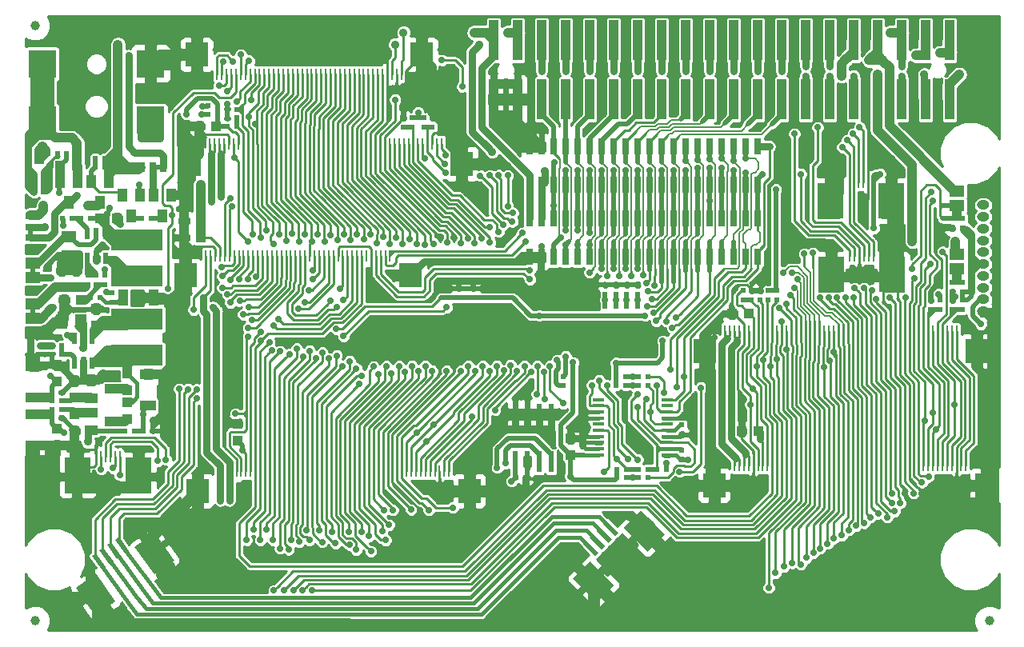
<source format=gbr>
G04 #@! TF.GenerationSoftware,KiCad,Pcbnew,(6.0.0-rc1-dev-478-gc120ae9e9)*
G04 #@! TF.CreationDate,2018-09-18T16:09:50+03:00*
G04 #@! TF.ProjectId,LCD-DRIVER_Rev_C,4C43442D4452495645525F5265765F43,C*
G04 #@! TF.SameCoordinates,Original*
G04 #@! TF.FileFunction,Copper,L2,Bot,Signal*
G04 #@! TF.FilePolarity,Positive*
%FSLAX46Y46*%
G04 Gerber Fmt 4.6, Leading zero omitted, Abs format (unit mm)*
G04 Created by KiCad (PCBNEW (6.0.0-rc1-dev-478-gc120ae9e9)) date 09/18/18 16:09:50*
%MOMM*%
%LPD*%
G01*
G04 APERTURE LIST*
G04 #@! TA.AperFunction,EtchedComponent*
%ADD10C,0.508000*%
G04 #@! TD*
G04 #@! TA.AperFunction,SMDPad,CuDef*
%ADD11R,0.700000X1.800000*%
G04 #@! TD*
G04 #@! TA.AperFunction,SMDPad,CuDef*
%ADD12R,1.600200X1.168400*%
G04 #@! TD*
G04 #@! TA.AperFunction,SMDPad,CuDef*
%ADD13R,1.000000X4.250000*%
G04 #@! TD*
G04 #@! TA.AperFunction,SMDPad,CuDef*
%ADD14R,3.000000X3.000000*%
G04 #@! TD*
G04 #@! TA.AperFunction,ComponentPad*
%ADD15O,1.300000X1.000000*%
G04 #@! TD*
G04 #@! TA.AperFunction,SMDPad,CuDef*
%ADD16R,0.500000X0.550000*%
G04 #@! TD*
G04 #@! TA.AperFunction,SMDPad,CuDef*
%ADD17R,2.400000X2.600000*%
G04 #@! TD*
G04 #@! TA.AperFunction,SMDPad,CuDef*
%ADD18R,0.250000X1.300000*%
G04 #@! TD*
G04 #@! TA.AperFunction,SMDPad,CuDef*
%ADD19R,1.016000X0.762000*%
G04 #@! TD*
G04 #@! TA.AperFunction,SMDPad,CuDef*
%ADD20R,1.016000X1.016000*%
G04 #@! TD*
G04 #@! TA.AperFunction,SMDPad,CuDef*
%ADD21R,0.550000X0.500000*%
G04 #@! TD*
G04 #@! TA.AperFunction,SMDPad,CuDef*
%ADD22R,1.524000X1.270000*%
G04 #@! TD*
G04 #@! TA.AperFunction,SMDPad,CuDef*
%ADD23R,1.270000X1.524000*%
G04 #@! TD*
G04 #@! TA.AperFunction,SMDPad,CuDef*
%ADD24R,0.762000X1.016000*%
G04 #@! TD*
G04 #@! TA.AperFunction,SMDPad,CuDef*
%ADD25R,1.700000X1.000000*%
G04 #@! TD*
G04 #@! TA.AperFunction,SMDPad,CuDef*
%ADD26R,1.000000X1.400000*%
G04 #@! TD*
G04 #@! TA.AperFunction,SMDPad,CuDef*
%ADD27R,1.400000X1.000000*%
G04 #@! TD*
G04 #@! TA.AperFunction,SMDPad,CuDef*
%ADD28R,1.000000X1.700000*%
G04 #@! TD*
G04 #@! TA.AperFunction,ConnectorPad*
%ADD29C,1.000000*%
G04 #@! TD*
G04 #@! TA.AperFunction,SMDPad,CuDef*
%ADD30R,5.400000X2.200000*%
G04 #@! TD*
G04 #@! TA.AperFunction,SMDPad,CuDef*
%ADD31R,2.400000X3.200000*%
G04 #@! TD*
G04 #@! TA.AperFunction,Conductor*
%ADD32R,2.800000X3.800000*%
G04 #@! TD*
G04 #@! TA.AperFunction,Conductor*
%ADD33C,2.600000*%
G04 #@! TD*
G04 #@! TA.AperFunction,Conductor*
%ADD34C,0.200000*%
G04 #@! TD*
G04 #@! TA.AperFunction,SMDPad,CuDef*
%ADD35C,2.200000*%
G04 #@! TD*
G04 #@! TA.AperFunction,SMDPad,CuDef*
%ADD36C,0.500000*%
G04 #@! TD*
G04 #@! TA.AperFunction,SMDPad,CuDef*
%ADD37R,1.270000X0.325000*%
G04 #@! TD*
G04 #@! TA.AperFunction,SMDPad,CuDef*
%ADD38R,0.600000X2.200000*%
G04 #@! TD*
G04 #@! TA.AperFunction,SMDPad,CuDef*
%ADD39R,0.550000X1.200000*%
G04 #@! TD*
G04 #@! TA.AperFunction,ViaPad*
%ADD40C,0.700000*%
G04 #@! TD*
G04 #@! TA.AperFunction,ViaPad*
%ADD41C,0.900000*%
G04 #@! TD*
G04 #@! TA.AperFunction,Conductor*
%ADD42C,0.508000*%
G04 #@! TD*
G04 #@! TA.AperFunction,Conductor*
%ADD43C,0.254000*%
G04 #@! TD*
G04 #@! TA.AperFunction,Conductor*
%ADD44C,1.016000*%
G04 #@! TD*
G04 #@! TA.AperFunction,Conductor*
%ADD45C,0.762000*%
G04 #@! TD*
G04 #@! TA.AperFunction,Conductor*
%ADD46C,0.381000*%
G04 #@! TD*
G04 #@! TA.AperFunction,Conductor*
%ADD47C,1.270000*%
G04 #@! TD*
G04 #@! TA.AperFunction,Conductor*
%ADD48C,0.152400*%
G04 #@! TD*
G04 #@! TA.AperFunction,Conductor*
%ADD49C,2.540000*%
G04 #@! TD*
G04 APERTURE END LIST*
D10*
G04 #@! TO.C,VLED-_E1*
X71247000Y-91440000D02*
X71247000Y-92964000D01*
G04 #@! TO.C,3.3V/5.0V1*
X70993000Y-83312000D02*
X70993000Y-84582000D01*
G04 #@! TO.C,CTRL/EN1*
X83947000Y-76962000D02*
X85217000Y-76962000D01*
G04 #@! TO.C,VLED+_E1*
X71247000Y-87122000D02*
X71247000Y-88646000D01*
G04 #@! TD*
D11*
G04 #@! TO.P,LCD_Lime2,20*
G04 #@! TO.N,/LCD_G7*
X135255000Y-86487000D03*
G04 #@! TO.P,LCD_Lime2,19*
G04 #@! TO.N,/LCD_G6*
X135255000Y-82423000D03*
G04 #@! TO.P,LCD_Lime2,18*
G04 #@! TO.N,/LCD_G5*
X133985000Y-86487000D03*
G04 #@! TO.P,LCD_Lime2,17*
G04 #@! TO.N,/LCD_G4*
X133985000Y-82423000D03*
G04 #@! TO.P,LCD_Lime2,16*
G04 #@! TO.N,/LCD_G3*
X132715000Y-86487000D03*
G04 #@! TO.P,LCD_Lime2,15*
G04 #@! TO.N,/LCD_G2*
X132715000Y-82423000D03*
G04 #@! TO.P,LCD_Lime2,14*
G04 #@! TO.N,/LCD_G1*
X131445000Y-86487000D03*
G04 #@! TO.P,LCD_Lime2,13*
G04 #@! TO.N,/LCD_G0*
X131445000Y-82423000D03*
G04 #@! TO.P,LCD_Lime2,12*
G04 #@! TO.N,/LCD_R7*
X130175000Y-86487000D03*
G04 #@! TO.P,LCD_Lime2,11*
G04 #@! TO.N,/LCD_R6*
X130175000Y-82423000D03*
G04 #@! TO.P,LCD_Lime2,10*
G04 #@! TO.N,/LCD_R5*
X128905000Y-86487000D03*
G04 #@! TO.P,LCD_Lime2,9*
G04 #@! TO.N,/LCD_R4*
X128905000Y-82423000D03*
G04 #@! TO.P,LCD_Lime2,8*
G04 #@! TO.N,/LCD_R3*
X127635000Y-86487000D03*
G04 #@! TO.P,LCD_Lime2,7*
G04 #@! TO.N,/LCD_R2*
X127635000Y-82423000D03*
G04 #@! TO.P,LCD_Lime2,6*
G04 #@! TO.N,/LCD_R1*
X126365000Y-86487000D03*
G04 #@! TO.P,LCD_Lime2,5*
G04 #@! TO.N,/LCD_R0*
X126365000Y-82423000D03*
G04 #@! TO.P,LCD_Lime2,4*
G04 #@! TO.N,GND*
X125095000Y-86487000D03*
G04 #@! TO.P,LCD_Lime2,3*
G04 #@! TO.N,/LCD_3.3V*
X125095000Y-82423000D03*
G04 #@! TO.P,LCD_Lime2,2*
G04 #@! TO.N,GND*
X123825000Y-86487000D03*
G04 #@! TO.P,LCD_Lime2,1*
G04 #@! TO.N,/LCD_5.0V*
X123825000Y-82423000D03*
G04 #@! TO.P,LCD_Lime2,21*
G04 #@! TO.N,/LCD_B0*
X136525000Y-82423000D03*
G04 #@! TO.P,LCD_Lime2,22*
G04 #@! TO.N,/LCD_B1*
X136525000Y-86487000D03*
G04 #@! TO.P,LCD_Lime2,23*
G04 #@! TO.N,/LCD_B2*
X137795000Y-82423000D03*
G04 #@! TO.P,LCD_Lime2,24*
G04 #@! TO.N,/LCD_B3*
X137795000Y-86487000D03*
G04 #@! TO.P,LCD_Lime2,25*
G04 #@! TO.N,/LCD_B4*
X139065000Y-82423000D03*
G04 #@! TO.P,LCD_Lime2,26*
G04 #@! TO.N,/LCD_B5*
X139065000Y-86487000D03*
G04 #@! TO.P,LCD_Lime2,27*
G04 #@! TO.N,/LCD_B6*
X140335000Y-82423000D03*
G04 #@! TO.P,LCD_Lime2,28*
G04 #@! TO.N,/LCD_B7*
X140335000Y-86487000D03*
G04 #@! TO.P,LCD_Lime2,29*
G04 #@! TO.N,/LCD_HSYNC*
X141605000Y-82423000D03*
G04 #@! TO.P,LCD_Lime2,30*
G04 #@! TO.N,/LCD_VSYNC*
X141605000Y-86487000D03*
G04 #@! TO.P,LCD_Lime2,31*
G04 #@! TO.N,/LCD_CLK*
X142875000Y-82423000D03*
G04 #@! TO.P,LCD_Lime2,32*
G04 #@! TO.N,/LCD_DE*
X142875000Y-86487000D03*
G04 #@! TO.P,LCD_Lime2,33*
G04 #@! TO.N,/LCD_L/R*
X144145000Y-82423000D03*
G04 #@! TO.P,LCD_Lime2,34*
G04 #@! TO.N,/LCD_U/D*
X144145000Y-86487000D03*
G04 #@! TO.P,LCD_Lime2,35*
G04 #@! TO.N,/LCD_PWRE*
X145415000Y-82423000D03*
G04 #@! TO.P,LCD_Lime2,36*
G04 #@! TO.N,/LCD_BKL*
X145415000Y-86487000D03*
G04 #@! TO.P,LCD_Lime2,37*
G04 #@! TO.N,/RTP-X1/~CTP-INT*
X146685000Y-82423000D03*
G04 #@! TO.P,LCD_Lime2,38*
G04 #@! TO.N,/RTP-X2/~CTP-RST*
X146685000Y-86487000D03*
G04 #@! TO.P,LCD_Lime2,39*
G04 #@! TO.N,/RTP-Y1/CTP-SCL*
X147955000Y-82423000D03*
G04 #@! TO.P,LCD_Lime2,40*
G04 #@! TO.N,/RTP-Y2/CTP-SDA*
X147955000Y-86487000D03*
G04 #@! TD*
G04 #@! TO.P,LCD_Lime1,20*
G04 #@! TO.N,/LCD_G7*
X135255000Y-74803000D03*
G04 #@! TO.P,LCD_Lime1,19*
G04 #@! TO.N,/LCD_G6*
X135255000Y-78867000D03*
G04 #@! TO.P,LCD_Lime1,18*
G04 #@! TO.N,/LCD_G5*
X133985000Y-74803000D03*
G04 #@! TO.P,LCD_Lime1,17*
G04 #@! TO.N,/LCD_G4*
X133985000Y-78867000D03*
G04 #@! TO.P,LCD_Lime1,16*
G04 #@! TO.N,/LCD_G3*
X132715000Y-74803000D03*
G04 #@! TO.P,LCD_Lime1,15*
G04 #@! TO.N,/LCD_G2*
X132715000Y-78867000D03*
G04 #@! TO.P,LCD_Lime1,14*
G04 #@! TO.N,/LCD_G1*
X131445000Y-74803000D03*
G04 #@! TO.P,LCD_Lime1,13*
G04 #@! TO.N,/LCD_G0*
X131445000Y-78867000D03*
G04 #@! TO.P,LCD_Lime1,12*
G04 #@! TO.N,/LCD_R7*
X130175000Y-74803000D03*
G04 #@! TO.P,LCD_Lime1,11*
G04 #@! TO.N,/LCD_R6*
X130175000Y-78867000D03*
G04 #@! TO.P,LCD_Lime1,10*
G04 #@! TO.N,/LCD_R5*
X128905000Y-74803000D03*
G04 #@! TO.P,LCD_Lime1,9*
G04 #@! TO.N,/LCD_R4*
X128905000Y-78867000D03*
G04 #@! TO.P,LCD_Lime1,8*
G04 #@! TO.N,/LCD_R3*
X127635000Y-74803000D03*
G04 #@! TO.P,LCD_Lime1,7*
G04 #@! TO.N,/LCD_R2*
X127635000Y-78867000D03*
G04 #@! TO.P,LCD_Lime1,6*
G04 #@! TO.N,/LCD_R1*
X126365000Y-74803000D03*
G04 #@! TO.P,LCD_Lime1,5*
G04 #@! TO.N,/LCD_R0*
X126365000Y-78867000D03*
G04 #@! TO.P,LCD_Lime1,4*
G04 #@! TO.N,GND*
X125095000Y-74803000D03*
G04 #@! TO.P,LCD_Lime1,3*
G04 #@! TO.N,/LCD_3.3V*
X125095000Y-78867000D03*
G04 #@! TO.P,LCD_Lime1,2*
G04 #@! TO.N,GND*
X123825000Y-74803000D03*
G04 #@! TO.P,LCD_Lime1,1*
G04 #@! TO.N,/LCD_5.0V*
X123825000Y-78867000D03*
G04 #@! TO.P,LCD_Lime1,21*
G04 #@! TO.N,/LCD_B0*
X136525000Y-78867000D03*
G04 #@! TO.P,LCD_Lime1,22*
G04 #@! TO.N,/LCD_B1*
X136525000Y-74803000D03*
G04 #@! TO.P,LCD_Lime1,23*
G04 #@! TO.N,/LCD_B2*
X137795000Y-78867000D03*
G04 #@! TO.P,LCD_Lime1,24*
G04 #@! TO.N,/LCD_B3*
X137795000Y-74803000D03*
G04 #@! TO.P,LCD_Lime1,25*
G04 #@! TO.N,/LCD_B4*
X139065000Y-78867000D03*
G04 #@! TO.P,LCD_Lime1,26*
G04 #@! TO.N,/LCD_B5*
X139065000Y-74803000D03*
G04 #@! TO.P,LCD_Lime1,27*
G04 #@! TO.N,/LCD_B6*
X140335000Y-78867000D03*
G04 #@! TO.P,LCD_Lime1,28*
G04 #@! TO.N,/LCD_B7*
X140335000Y-74803000D03*
G04 #@! TO.P,LCD_Lime1,29*
G04 #@! TO.N,/LCD_HSYNC*
X141605000Y-78867000D03*
G04 #@! TO.P,LCD_Lime1,30*
G04 #@! TO.N,/LCD_VSYNC*
X141605000Y-74803000D03*
G04 #@! TO.P,LCD_Lime1,31*
G04 #@! TO.N,/LCD_CLK*
X142875000Y-78867000D03*
G04 #@! TO.P,LCD_Lime1,32*
G04 #@! TO.N,/LCD_DE*
X142875000Y-74803000D03*
G04 #@! TO.P,LCD_Lime1,33*
G04 #@! TO.N,/LCD_L/R*
X144145000Y-78867000D03*
G04 #@! TO.P,LCD_Lime1,34*
G04 #@! TO.N,/LCD_U/D*
X144145000Y-74803000D03*
G04 #@! TO.P,LCD_Lime1,35*
G04 #@! TO.N,/LCD_PWRE*
X145415000Y-78867000D03*
G04 #@! TO.P,LCD_Lime1,36*
G04 #@! TO.N,/LCD_BKL*
X145415000Y-74803000D03*
G04 #@! TO.P,LCD_Lime1,37*
G04 #@! TO.N,/RTP-X1/~CTP-INT*
X146685000Y-78867000D03*
G04 #@! TO.P,LCD_Lime1,38*
G04 #@! TO.N,/RTP-X2/~CTP-RST*
X146685000Y-74803000D03*
G04 #@! TO.P,LCD_Lime1,39*
G04 #@! TO.N,/RTP-Y1/CTP-SCL*
X147955000Y-78867000D03*
G04 #@! TO.P,LCD_Lime1,40*
G04 #@! TO.N,/RTP-Y2/CTP-SDA*
X147955000Y-74803000D03*
G04 #@! TD*
D12*
G04 #@! TO.P,VLED-_E1,1*
G04 #@! TO.N,VLED-*
X71247000Y-92964000D03*
X71247000Y-92964000D03*
G04 #@! TO.P,VLED-_E1,2*
G04 #@! TO.N,Net-(R38-Pad2)*
X71247000Y-91440000D03*
G04 #@! TD*
D13*
G04 #@! TO.P,LCD_CON1,40*
G04 #@! TO.N,/RTP-Y2/CTP-SDA*
X168275000Y-69800000D03*
G04 #@! TO.P,LCD_CON1,39*
G04 #@! TO.N,/RTP-Y1/CTP-SCL*
X168275000Y-63550000D03*
G04 #@! TO.P,LCD_CON1,38*
G04 #@! TO.N,/RTP-X2/~CTP-RST*
X165735000Y-69800000D03*
G04 #@! TO.P,LCD_CON1,37*
G04 #@! TO.N,/RTP-X1/~CTP-INT*
X165735000Y-63550000D03*
G04 #@! TO.P,LCD_CON1,36*
G04 #@! TO.N,/LCD_BKL*
X163195000Y-69800000D03*
G04 #@! TO.P,LCD_CON1,35*
G04 #@! TO.N,/LCD_PWRE*
X163195000Y-63550000D03*
G04 #@! TO.P,LCD_CON1,34*
G04 #@! TO.N,/LCD_U/D*
X160655000Y-69800000D03*
G04 #@! TO.P,LCD_CON1,33*
G04 #@! TO.N,/LCD_L/R*
X160655000Y-63550000D03*
G04 #@! TO.P,LCD_CON1,32*
G04 #@! TO.N,/LCD_DE*
X158115000Y-69800000D03*
G04 #@! TO.P,LCD_CON1,31*
G04 #@! TO.N,/LCD_CLK*
X158115000Y-63550000D03*
G04 #@! TO.P,LCD_CON1,30*
G04 #@! TO.N,/LCD_VSYNC*
X155575000Y-69800000D03*
G04 #@! TO.P,LCD_CON1,29*
G04 #@! TO.N,/LCD_HSYNC*
X155575000Y-63550000D03*
G04 #@! TO.P,LCD_CON1,28*
G04 #@! TO.N,/LCD_B7*
X153035000Y-69800000D03*
G04 #@! TO.P,LCD_CON1,27*
G04 #@! TO.N,/LCD_B6*
X153035000Y-63550000D03*
G04 #@! TO.P,LCD_CON1,26*
G04 #@! TO.N,/LCD_B5*
X150495000Y-69800000D03*
G04 #@! TO.P,LCD_CON1,25*
G04 #@! TO.N,/LCD_B4*
X150495000Y-63550000D03*
G04 #@! TO.P,LCD_CON1,24*
G04 #@! TO.N,/LCD_B3*
X147955000Y-69800000D03*
G04 #@! TO.P,LCD_CON1,23*
G04 #@! TO.N,/LCD_B2*
X147955000Y-63550000D03*
G04 #@! TO.P,LCD_CON1,22*
G04 #@! TO.N,/LCD_B1*
X145415000Y-69800000D03*
G04 #@! TO.P,LCD_CON1,21*
G04 #@! TO.N,/LCD_B0*
X145415000Y-63550000D03*
G04 #@! TO.P,LCD_CON1,20*
G04 #@! TO.N,/LCD_G7*
X142875000Y-69800000D03*
G04 #@! TO.P,LCD_CON1,19*
G04 #@! TO.N,/LCD_G6*
X142875000Y-63550000D03*
G04 #@! TO.P,LCD_CON1,18*
G04 #@! TO.N,/LCD_G5*
X140335000Y-69800000D03*
G04 #@! TO.P,LCD_CON1,17*
G04 #@! TO.N,/LCD_G4*
X140335000Y-63550000D03*
G04 #@! TO.P,LCD_CON1,16*
G04 #@! TO.N,/LCD_G3*
X137795000Y-69800000D03*
G04 #@! TO.P,LCD_CON1,15*
G04 #@! TO.N,/LCD_G2*
X137795000Y-63550000D03*
G04 #@! TO.P,LCD_CON1,14*
G04 #@! TO.N,/LCD_G1*
X135255000Y-69800000D03*
G04 #@! TO.P,LCD_CON1,13*
G04 #@! TO.N,/LCD_G0*
X135255000Y-63550000D03*
G04 #@! TO.P,LCD_CON1,12*
G04 #@! TO.N,/LCD_R7*
X132715000Y-69800000D03*
G04 #@! TO.P,LCD_CON1,11*
G04 #@! TO.N,/LCD_R6*
X132715000Y-63550000D03*
G04 #@! TO.P,LCD_CON1,10*
G04 #@! TO.N,/LCD_R5*
X130175000Y-69800000D03*
G04 #@! TO.P,LCD_CON1,9*
G04 #@! TO.N,/LCD_R4*
X130175000Y-63550000D03*
G04 #@! TO.P,LCD_CON1,8*
G04 #@! TO.N,/LCD_R3*
X127635000Y-69800000D03*
G04 #@! TO.P,LCD_CON1,7*
G04 #@! TO.N,/LCD_R2*
X127635000Y-63550000D03*
G04 #@! TO.P,LCD_CON1,6*
G04 #@! TO.N,/LCD_R1*
X125095000Y-69800000D03*
G04 #@! TO.P,LCD_CON1,5*
G04 #@! TO.N,/LCD_R0*
X125095000Y-63550000D03*
G04 #@! TO.P,LCD_CON1,4*
G04 #@! TO.N,GND*
X122555000Y-69800000D03*
G04 #@! TO.P,LCD_CON1,3*
G04 #@! TO.N,/LCD_3.3V*
X122555000Y-63550000D03*
G04 #@! TO.P,LCD_CON1,2*
G04 #@! TO.N,GND*
X120015000Y-69800000D03*
G04 #@! TO.P,LCD_CON1,1*
G04 #@! TO.N,/LCD_5.0V*
X120015000Y-63550000D03*
G04 #@! TD*
D14*
G04 #@! TO.P,PWR_JACK1,2*
G04 #@! TO.N,GND*
X83728000Y-66026000D03*
G04 #@! TO.P,PWR_JACK1,3*
G04 #@! TO.N,Net-(FET3-Pad1)*
X83728000Y-72026000D03*
G04 #@! TO.P,PWR_JACK1,1*
G04 #@! TO.N,Net-(C20-Pad1)*
X72228000Y-66026000D03*
X72228000Y-72026000D03*
G04 #@! TD*
D15*
G04 #@! TO.P,PWR1,1*
G04 #@! TO.N,VGH*
X171831000Y-80989000D03*
G04 #@! TO.P,PWR1,2*
G04 #@! TO.N,AVDD*
X171831000Y-82239000D03*
G04 #@! TO.P,PWR1,3*
G04 #@! TO.N,+5V*
X171831000Y-83489000D03*
G04 #@! TO.P,PWR1,4*
G04 #@! TO.N,VDD*
X171831000Y-84739000D03*
G04 #@! TO.P,PWR1,5*
G04 #@! TO.N,VCOM*
X171831000Y-85989000D03*
G04 #@! TO.P,PWR1,6*
G04 #@! TO.N,+3V3*
X171831000Y-87239000D03*
G04 #@! TO.P,PWR1,7*
G04 #@! TO.N,VGL*
X171831000Y-88489000D03*
G04 #@! TO.P,PWR1,8*
G04 #@! TO.N,VLED+*
X171831000Y-89739000D03*
G04 #@! TO.P,PWR1,9*
G04 #@! TO.N,VLED-*
X171831000Y-90989000D03*
G04 #@! TO.P,PWR1,10*
G04 #@! TO.N,GND*
X171831000Y-92239000D03*
G04 #@! TD*
D16*
G04 #@! TO.P,R15,2*
G04 #@! TO.N,VCOM*
X82042000Y-104902000D03*
G04 #@! TO.P,R15,1*
G04 #@! TO.N,AVDD*
X81026000Y-104902000D03*
G04 #@! TD*
D17*
G04 #@! TO.P,LCD-4\002C3in_DISP1,0*
G04 #@! TO.N,GND*
X111200000Y-88450000D03*
X87400000Y-88450000D03*
D18*
G04 #@! TO.P,LCD-4\002C3in_DISP1,40*
G04 #@! TO.N,RTP_Y+(Y2)*
X109050000Y-86350000D03*
G04 #@! TO.P,LCD-4\002C3in_DISP1,39*
G04 #@! TO.N,RTP_X-(X1)*
X108550000Y-86350000D03*
G04 #@! TO.P,LCD-4\002C3in_DISP1,38*
G04 #@! TO.N,RTP_Y-(Y1)*
X108050000Y-86350000D03*
G04 #@! TO.P,LCD-4\002C3in_DISP1,37*
G04 #@! TO.N,RTP_X+(X2)*
X107550000Y-86350000D03*
G04 #@! TO.P,LCD-4\002C3in_DISP1,36*
G04 #@! TO.N,GND*
X107050000Y-86350000D03*
G04 #@! TO.P,LCD-4\002C3in_DISP1,35*
G04 #@! TO.N,Net-(LCD-4\002C3in_DISP1-Pad35)*
X106550000Y-86350000D03*
G04 #@! TO.P,LCD-4\002C3in_DISP1,34*
G04 #@! TO.N,/LCD_DE*
X106050000Y-86350000D03*
G04 #@! TO.P,LCD-4\002C3in_DISP1,33*
G04 #@! TO.N,/LCD_VSYNC*
X105550000Y-86350000D03*
G04 #@! TO.P,LCD-4\002C3in_DISP1,32*
G04 #@! TO.N,/LCD_HSYNC*
X105050000Y-86350000D03*
G04 #@! TO.P,LCD-4\002C3in_DISP1,31*
G04 #@! TO.N,+3V3*
X104550000Y-86350000D03*
G04 #@! TO.P,LCD-4\002C3in_DISP1,30*
G04 #@! TO.N,/LCD_CLK*
X104050000Y-86350000D03*
G04 #@! TO.P,LCD-4\002C3in_DISP1,29*
G04 #@! TO.N,GND*
X103550000Y-86350000D03*
G04 #@! TO.P,LCD-4\002C3in_DISP1,28*
G04 #@! TO.N,/LCD_B7*
X103050000Y-86350000D03*
G04 #@! TO.P,LCD-4\002C3in_DISP1,27*
G04 #@! TO.N,/LCD_B6*
X102550000Y-86350000D03*
G04 #@! TO.P,LCD-4\002C3in_DISP1,26*
G04 #@! TO.N,/LCD_B5*
X102050000Y-86350000D03*
G04 #@! TO.P,LCD-4\002C3in_DISP1,25*
G04 #@! TO.N,/LCD_B4*
X101550000Y-86350000D03*
G04 #@! TO.P,LCD-4\002C3in_DISP1,24*
G04 #@! TO.N,/LCD_B3*
X101050000Y-86350000D03*
G04 #@! TO.P,LCD-4\002C3in_DISP1,23*
G04 #@! TO.N,/LCD_B2*
X100550000Y-86350000D03*
G04 #@! TO.P,LCD-4\002C3in_DISP1,22*
G04 #@! TO.N,/LCD_B1*
X100050000Y-86350000D03*
G04 #@! TO.P,LCD-4\002C3in_DISP1,21*
G04 #@! TO.N,/LCD_B0*
X99550000Y-86350000D03*
G04 #@! TO.P,LCD-4\002C3in_DISP1,20*
G04 #@! TO.N,/LCD_G7*
X99050000Y-86350000D03*
G04 #@! TO.P,LCD-4\002C3in_DISP1,19*
G04 #@! TO.N,/LCD_G6*
X98550000Y-86350000D03*
G04 #@! TO.P,LCD-4\002C3in_DISP1,18*
G04 #@! TO.N,/LCD_G5*
X98050000Y-86350000D03*
G04 #@! TO.P,LCD-4\002C3in_DISP1,17*
G04 #@! TO.N,/LCD_G4*
X97550000Y-86350000D03*
G04 #@! TO.P,LCD-4\002C3in_DISP1,16*
G04 #@! TO.N,/LCD_G3*
X97050000Y-86350000D03*
G04 #@! TO.P,LCD-4\002C3in_DISP1,15*
G04 #@! TO.N,/LCD_G2*
X96550000Y-86350000D03*
G04 #@! TO.P,LCD-4\002C3in_DISP1,14*
G04 #@! TO.N,/LCD_G1*
X96050000Y-86350000D03*
G04 #@! TO.P,LCD-4\002C3in_DISP1,13*
G04 #@! TO.N,/LCD_G0*
X95550000Y-86350000D03*
G04 #@! TO.P,LCD-4\002C3in_DISP1,12*
G04 #@! TO.N,/LCD_R7*
X95050000Y-86350000D03*
G04 #@! TO.P,LCD-4\002C3in_DISP1,11*
G04 #@! TO.N,/LCD_R6*
X94550000Y-86350000D03*
G04 #@! TO.P,LCD-4\002C3in_DISP1,10*
G04 #@! TO.N,/LCD_R5*
X94050000Y-86350000D03*
G04 #@! TO.P,LCD-4\002C3in_DISP1,9*
G04 #@! TO.N,/LCD_R4*
X93550000Y-86350000D03*
G04 #@! TO.P,LCD-4\002C3in_DISP1,8*
G04 #@! TO.N,/LCD_R3*
X93050000Y-86350000D03*
G04 #@! TO.P,LCD-4\002C3in_DISP1,7*
G04 #@! TO.N,/LCD_R2*
X92550000Y-86350000D03*
G04 #@! TO.P,LCD-4\002C3in_DISP1,6*
G04 #@! TO.N,/LCD_R1*
X92050000Y-86350000D03*
G04 #@! TO.P,LCD-4\002C3in_DISP1,5*
G04 #@! TO.N,/LCD_R0*
X91550000Y-86350000D03*
G04 #@! TO.P,LCD-4\002C3in_DISP1,4*
G04 #@! TO.N,+3V3*
X91050000Y-86350000D03*
G04 #@! TO.P,LCD-4\002C3in_DISP1,3*
G04 #@! TO.N,GND*
X90550000Y-86350000D03*
G04 #@! TO.P,LCD-4\002C3in_DISP1,2*
G04 #@! TO.N,VLED+*
X90050000Y-86350000D03*
G04 #@! TO.P,LCD-4\002C3in_DISP1,1*
G04 #@! TO.N,VLED-*
X89550000Y-86350000D03*
G04 #@! TD*
D19*
G04 #@! TO.P,3.3V/5.0V1,3*
G04 #@! TO.N,+5V*
X70993000Y-84455000D03*
G04 #@! TO.P,3.3V/5.0V1,2*
G04 #@! TO.N,VDD*
X70993000Y-83312000D03*
G04 #@! TO.P,3.3V/5.0V1,1*
G04 #@! TO.N,+3V3*
X70993000Y-82169000D03*
G04 #@! TD*
D20*
G04 #@! TO.P,C1,2*
G04 #@! TO.N,GND*
X88900000Y-72644000D03*
G04 #@! TO.P,C1,1*
G04 #@! TO.N,+3V3*
X90678000Y-72644000D03*
G04 #@! TD*
G04 #@! TO.P,C3,2*
G04 #@! TO.N,GND*
X87249000Y-84455000D03*
G04 #@! TO.P,C3,1*
G04 #@! TO.N,+3V3*
X89027000Y-84455000D03*
G04 #@! TD*
D21*
G04 #@! TO.P,C4,2*
G04 #@! TO.N,Net-(C4-Pad2)*
X110490000Y-72771000D03*
G04 #@! TO.P,C4,1*
G04 #@! TO.N,GND*
X110490000Y-71755000D03*
G04 #@! TD*
D20*
G04 #@! TO.P,C5,2*
G04 #@! TO.N,GND*
X87249000Y-82677000D03*
G04 #@! TO.P,C5,1*
G04 #@! TO.N,+3V3*
X89027000Y-82677000D03*
G04 #@! TD*
D16*
G04 #@! TO.P,C6,2*
G04 #@! TO.N,GND*
X83947000Y-104902000D03*
G04 #@! TO.P,C6,1*
G04 #@! TO.N,VCOM*
X82931000Y-104902000D03*
G04 #@! TD*
D20*
G04 #@! TO.P,C7,2*
G04 #@! TO.N,GND*
X145288000Y-92456000D03*
G04 #@! TO.P,C7,1*
G04 #@! TO.N,+3V3*
X147066000Y-92456000D03*
G04 #@! TD*
D21*
G04 #@! TO.P,C9,2*
G04 #@! TO.N,Net-(C9-Pad2)*
X166243000Y-92075000D03*
G04 #@! TO.P,C9,1*
G04 #@! TO.N,GND*
X166243000Y-91059000D03*
G04 #@! TD*
G04 #@! TO.P,C10,2*
G04 #@! TO.N,+3.3VA*
X129413000Y-107442000D03*
G04 #@! TO.P,C10,1*
G04 #@! TO.N,GND*
X129413000Y-106426000D03*
G04 #@! TD*
D20*
G04 #@! TO.P,C11,2*
G04 #@! TO.N,GND*
X128143000Y-105664000D03*
G04 #@! TO.P,C11,1*
G04 #@! TO.N,+3.3VA*
X128143000Y-107442000D03*
G04 #@! TD*
D21*
G04 #@! TO.P,C12,2*
G04 #@! TO.N,RTP_X-(X1)*
X139954000Y-106934000D03*
G04 #@! TO.P,C12,1*
G04 #@! TO.N,GND*
X139954000Y-107950000D03*
G04 #@! TD*
G04 #@! TO.P,C13,2*
G04 #@! TO.N,RTP_Y-(Y1)*
X139954000Y-104267000D03*
G04 #@! TO.P,C13,1*
G04 #@! TO.N,GND*
X139954000Y-105283000D03*
G04 #@! TD*
D16*
G04 #@! TO.P,C14,2*
G04 #@! TO.N,Net-(C14-Pad2)*
X77851000Y-76962000D03*
G04 #@! TO.P,C14,1*
G04 #@! TO.N,/LCD_3.3V*
X78867000Y-76962000D03*
G04 #@! TD*
D20*
G04 #@! TO.P,C15,2*
G04 #@! TO.N,VGH*
X73787000Y-104648000D03*
G04 #@! TO.P,C15,1*
G04 #@! TO.N,GND*
X73787000Y-106426000D03*
G04 #@! TD*
D22*
G04 #@! TO.P,C16,1*
G04 #@! TO.N,Net-(C16-Pad1)*
X75057000Y-84328000D03*
G04 #@! TO.P,C16,2*
G04 #@! TO.N,GND*
X75057000Y-86360000D03*
G04 #@! TD*
D16*
G04 #@! TO.P,C17,2*
G04 #@! TO.N,GND*
X123444000Y-109855000D03*
G04 #@! TO.P,C17,1*
G04 #@! TO.N,+3.3VA*
X122428000Y-109855000D03*
G04 #@! TD*
D20*
G04 #@! TO.P,C18,2*
G04 #@! TO.N,Net-(C18-Pad2)*
X75692000Y-103124000D03*
G04 #@! TO.P,C18,1*
G04 #@! TO.N,GND*
X75692000Y-104902000D03*
G04 #@! TD*
D23*
G04 #@! TO.P,C19,2*
G04 #@! TO.N,GND*
X74295000Y-93345000D03*
G04 #@! TO.P,C19,1*
G04 #@! TO.N,AVDD*
X76327000Y-93345000D03*
G04 #@! TD*
D20*
G04 #@! TO.P,C20,2*
G04 #@! TO.N,Net-(C20-Pad2)*
X74168000Y-76835000D03*
G04 #@! TO.P,C20,1*
G04 #@! TO.N,Net-(C20-Pad1)*
X75946000Y-76835000D03*
G04 #@! TD*
G04 #@! TO.P,C21,2*
G04 #@! TO.N,GND*
X74549000Y-91059000D03*
G04 #@! TO.P,C21,1*
G04 #@! TO.N,Net-(C21-Pad1)*
X76327000Y-91059000D03*
G04 #@! TD*
G04 #@! TO.P,C22,2*
G04 #@! TO.N,Net-(C22-Pad2)*
X81280000Y-101854000D03*
G04 #@! TO.P,C22,1*
G04 #@! TO.N,Net-(C22-Pad1)*
X81280000Y-103632000D03*
G04 #@! TD*
G04 #@! TO.P,C23,2*
G04 #@! TO.N,Net-(C23-Pad2)*
X81280000Y-100584000D03*
G04 #@! TO.P,C23,1*
G04 #@! TO.N,Net-(C22-Pad2)*
X81280000Y-98806000D03*
G04 #@! TD*
G04 #@! TO.P,C24,1*
G04 #@! TO.N,GND*
X75692000Y-99568000D03*
G04 #@! TO.P,C24,2*
G04 #@! TO.N,Net-(C24-Pad2)*
X75692000Y-101346000D03*
G04 #@! TD*
G04 #@! TO.P,C25,2*
G04 #@! TO.N,GND*
X80137000Y-82423000D03*
G04 #@! TO.P,C25,1*
G04 #@! TO.N,VDD*
X78359000Y-82423000D03*
G04 #@! TD*
G04 #@! TO.P,C26,2*
G04 #@! TO.N,VGL*
X73787000Y-99695000D03*
G04 #@! TO.P,C26,1*
G04 #@! TO.N,GND*
X73787000Y-97917000D03*
G04 #@! TD*
G04 #@! TO.P,C27,2*
G04 #@! TO.N,GND*
X77978000Y-91948000D03*
G04 #@! TO.P,C27,1*
G04 #@! TO.N,VDD*
X77978000Y-93726000D03*
G04 #@! TD*
D24*
G04 #@! TO.P,CTRL/EN1,3*
G04 #@! TO.N,/LCD_PWRE*
X85090000Y-76962000D03*
G04 #@! TO.P,CTRL/EN1,2*
G04 #@! TO.N,Net-(CTRL/EN1-Pad2)*
X83947000Y-76962000D03*
G04 #@! TO.P,CTRL/EN1,1*
G04 #@! TO.N,/LCD_3.3V*
X82804000Y-76962000D03*
G04 #@! TD*
D25*
G04 #@! TO.P,D1,1*
G04 #@! TO.N,VCOM*
X83439000Y-102234000D03*
G04 #@! TO.P,D1,2*
G04 #@! TO.N,GND*
X83439000Y-98934000D03*
G04 #@! TD*
D26*
G04 #@! TO.P,D2,3*
G04 #@! TO.N,Net-(D2-Pad3)*
X81661000Y-82126000D03*
G04 #@! TO.P,D2,2*
G04 #@! TO.N,Net-(C20-Pad2)*
X82611000Y-79926000D03*
G04 #@! TO.P,D2,1*
G04 #@! TO.N,Net-(C14-Pad2)*
X80711000Y-79926000D03*
G04 #@! TD*
D25*
G04 #@! TO.P,D3,1*
G04 #@! TO.N,VGH*
X71374000Y-103125000D03*
G04 #@! TO.P,D3,2*
G04 #@! TO.N,GND*
X71374000Y-106425000D03*
G04 #@! TD*
D27*
G04 #@! TO.P,D4,3*
G04 #@! TO.N,Net-(C22-Pad1)*
X79586000Y-103886000D03*
G04 #@! TO.P,D4,2*
G04 #@! TO.N,Net-(C18-Pad2)*
X77386000Y-102936000D03*
G04 #@! TO.P,D4,1*
G04 #@! TO.N,AVDD*
X77386000Y-104836000D03*
G04 #@! TD*
D28*
G04 #@! TO.P,D5,1*
G04 #@! TO.N,Net-(D5-Pad1)*
X80773000Y-90805000D03*
G04 #@! TO.P,D5,2*
G04 #@! TO.N,GND*
X84073000Y-90805000D03*
G04 #@! TD*
D27*
G04 #@! TO.P,D6,3*
G04 #@! TO.N,Net-(C23-Pad2)*
X79586000Y-100457000D03*
G04 #@! TO.P,D6,2*
G04 #@! TO.N,GND*
X77386000Y-99507000D03*
G04 #@! TO.P,D6,1*
G04 #@! TO.N,Net-(C24-Pad2)*
X77386000Y-101407000D03*
G04 #@! TD*
D25*
G04 #@! TO.P,D7,2*
G04 #@! TO.N,VGL*
X71374000Y-101345000D03*
G04 #@! TO.P,D7,1*
G04 #@! TO.N,GND*
X71374000Y-98045000D03*
G04 #@! TD*
D26*
G04 #@! TO.P,FET1,1*
G04 #@! TO.N,Net-(C14-Pad2)*
X77409040Y-78521560D03*
G04 #@! TO.P,FET1,2*
G04 #@! TO.N,/LCD_3.3V*
X79311500Y-78521560D03*
G04 #@! TO.P,FET1,3*
G04 #@! TO.N,+3V3*
X78356460Y-80731360D03*
G04 #@! TD*
G04 #@! TO.P,FET2,1*
G04 #@! TO.N,Net-(C20-Pad2)*
X74107040Y-78521560D03*
G04 #@! TO.P,FET2,2*
G04 #@! TO.N,Net-(C20-Pad1)*
X76009500Y-78521560D03*
G04 #@! TO.P,FET2,3*
G04 #@! TO.N,+5V*
X75054460Y-80731360D03*
G04 #@! TD*
D29*
G04 #@! TO.P,FID1,Fid1*
G04 #@! TO.N,Net-(FID1-PadFid1)*
X71500000Y-62000000D03*
G04 #@! TD*
G04 #@! TO.P,FID2,Fid1*
G04 #@! TO.N,Net-(FID2-PadFid1)*
X71500000Y-125000000D03*
G04 #@! TD*
G04 #@! TO.P,FID3,Fid1*
G04 #@! TO.N,Net-(FID3-PadFid1)*
X172500000Y-125000000D03*
G04 #@! TD*
D12*
G04 #@! TO.P,L/R_EN1,2*
G04 #@! TO.N,L/R*
X169037000Y-81026000D03*
G04 #@! TO.P,L/R_EN1,1*
G04 #@! TO.N,/LCD_L/R*
X169037000Y-79502000D03*
X169037000Y-79502000D03*
G04 #@! TD*
D30*
G04 #@! TO.P,L1,2*
G04 #@! TO.N,VDD*
X82296000Y-84714000D03*
G04 #@! TO.P,L1,1*
G04 #@! TO.N,Net-(L1-Pad1)*
X82296000Y-88514000D03*
G04 #@! TD*
G04 #@! TO.P,L2,2*
G04 #@! TO.N,VDD*
X82296000Y-93096000D03*
G04 #@! TO.P,L2,1*
G04 #@! TO.N,Net-(C22-Pad2)*
X82296000Y-96896000D03*
G04 #@! TD*
D31*
G04 #@! TO.P,LCD-5in_CTP1,0*
G04 #@! TO.N,GND*
X155550000Y-88650000D03*
D18*
G04 #@! TO.P,LCD-5in_CTP1,6*
G04 #@! TO.N,/RTP-Y1/CTP-SCL*
X160200000Y-86350000D03*
G04 #@! TO.P,LCD-5in_CTP1,5*
G04 #@! TO.N,/RTP-Y2/CTP-SDA*
X159700000Y-86350000D03*
G04 #@! TO.P,LCD-5in_CTP1,4*
G04 #@! TO.N,/RTP-X1/~CTP-INT*
X159200000Y-86350000D03*
G04 #@! TO.P,LCD-5in_CTP1,3*
G04 #@! TO.N,GND*
X158700000Y-86350000D03*
G04 #@! TO.P,LCD-5in_CTP1,2*
G04 #@! TO.N,+3.3VA*
X158200000Y-86350000D03*
G04 #@! TO.P,LCD-5in_CTP1,1*
G04 #@! TO.N,/RTP-X2/~CTP-RST*
X157700000Y-86350000D03*
D32*
G04 #@! TD*
G04 #@! TO.N,GND*
G04 #@! TO.C,LCD-5in_CTP1*
X162150000Y-88350000D03*
G04 #@! TO.N,GND*
G04 #@! TO.C,LCD-5in_CTP1*
X155750000Y-88350000D03*
D31*
G04 #@! TD*
G04 #@! TO.P,LCD-5in_CTP1,0*
G04 #@! TO.N,GND*
X162350000Y-88650000D03*
D17*
G04 #@! TO.P,LCD-5in_DISP1,0*
G04 #@! TO.N,GND*
X111200000Y-88450000D03*
X87400000Y-88450000D03*
D18*
G04 #@! TO.P,LCD-5in_DISP1,40*
G04 #@! TO.N,RTP_Y+(Y2)*
X109050000Y-86350000D03*
G04 #@! TO.P,LCD-5in_DISP1,39*
G04 #@! TO.N,RTP_X-(X1)*
X108550000Y-86350000D03*
G04 #@! TO.P,LCD-5in_DISP1,38*
G04 #@! TO.N,RTP_Y-(Y1)*
X108050000Y-86350000D03*
G04 #@! TO.P,LCD-5in_DISP1,37*
G04 #@! TO.N,RTP_X+(X2)*
X107550000Y-86350000D03*
G04 #@! TO.P,LCD-5in_DISP1,36*
G04 #@! TO.N,GND*
X107050000Y-86350000D03*
G04 #@! TO.P,LCD-5in_DISP1,35*
G04 #@! TO.N,Net-(LCD-5in_DISP1-Pad35)*
X106550000Y-86350000D03*
G04 #@! TO.P,LCD-5in_DISP1,34*
G04 #@! TO.N,/LCD_DE*
X106050000Y-86350000D03*
G04 #@! TO.P,LCD-5in_DISP1,33*
G04 #@! TO.N,/LCD_VSYNC*
X105550000Y-86350000D03*
G04 #@! TO.P,LCD-5in_DISP1,32*
G04 #@! TO.N,/LCD_HSYNC*
X105050000Y-86350000D03*
G04 #@! TO.P,LCD-5in_DISP1,31*
G04 #@! TO.N,+3V3*
X104550000Y-86350000D03*
G04 #@! TO.P,LCD-5in_DISP1,30*
G04 #@! TO.N,/LCD_CLK*
X104050000Y-86350000D03*
G04 #@! TO.P,LCD-5in_DISP1,29*
G04 #@! TO.N,GND*
X103550000Y-86350000D03*
G04 #@! TO.P,LCD-5in_DISP1,28*
G04 #@! TO.N,/LCD_B7*
X103050000Y-86350000D03*
G04 #@! TO.P,LCD-5in_DISP1,27*
G04 #@! TO.N,/LCD_B6*
X102550000Y-86350000D03*
G04 #@! TO.P,LCD-5in_DISP1,26*
G04 #@! TO.N,/LCD_B5*
X102050000Y-86350000D03*
G04 #@! TO.P,LCD-5in_DISP1,25*
G04 #@! TO.N,/LCD_B4*
X101550000Y-86350000D03*
G04 #@! TO.P,LCD-5in_DISP1,24*
G04 #@! TO.N,/LCD_B3*
X101050000Y-86350000D03*
G04 #@! TO.P,LCD-5in_DISP1,23*
G04 #@! TO.N,/LCD_B2*
X100550000Y-86350000D03*
G04 #@! TO.P,LCD-5in_DISP1,22*
G04 #@! TO.N,/LCD_B1*
X100050000Y-86350000D03*
G04 #@! TO.P,LCD-5in_DISP1,21*
G04 #@! TO.N,/LCD_B0*
X99550000Y-86350000D03*
G04 #@! TO.P,LCD-5in_DISP1,20*
G04 #@! TO.N,/LCD_G7*
X99050000Y-86350000D03*
G04 #@! TO.P,LCD-5in_DISP1,19*
G04 #@! TO.N,/LCD_G6*
X98550000Y-86350000D03*
G04 #@! TO.P,LCD-5in_DISP1,18*
G04 #@! TO.N,/LCD_G5*
X98050000Y-86350000D03*
G04 #@! TO.P,LCD-5in_DISP1,17*
G04 #@! TO.N,/LCD_G4*
X97550000Y-86350000D03*
G04 #@! TO.P,LCD-5in_DISP1,16*
G04 #@! TO.N,/LCD_G3*
X97050000Y-86350000D03*
G04 #@! TO.P,LCD-5in_DISP1,15*
G04 #@! TO.N,/LCD_G2*
X96550000Y-86350000D03*
G04 #@! TO.P,LCD-5in_DISP1,14*
G04 #@! TO.N,/LCD_G1*
X96050000Y-86350000D03*
G04 #@! TO.P,LCD-5in_DISP1,13*
G04 #@! TO.N,/LCD_G0*
X95550000Y-86350000D03*
G04 #@! TO.P,LCD-5in_DISP1,12*
G04 #@! TO.N,/LCD_R7*
X95050000Y-86350000D03*
G04 #@! TO.P,LCD-5in_DISP1,11*
G04 #@! TO.N,/LCD_R6*
X94550000Y-86350000D03*
G04 #@! TO.P,LCD-5in_DISP1,10*
G04 #@! TO.N,/LCD_R5*
X94050000Y-86350000D03*
G04 #@! TO.P,LCD-5in_DISP1,9*
G04 #@! TO.N,/LCD_R4*
X93550000Y-86350000D03*
G04 #@! TO.P,LCD-5in_DISP1,8*
G04 #@! TO.N,/LCD_R3*
X93050000Y-86350000D03*
G04 #@! TO.P,LCD-5in_DISP1,7*
G04 #@! TO.N,/LCD_R2*
X92550000Y-86350000D03*
G04 #@! TO.P,LCD-5in_DISP1,6*
G04 #@! TO.N,/LCD_R1*
X92050000Y-86350000D03*
G04 #@! TO.P,LCD-5in_DISP1,5*
G04 #@! TO.N,/LCD_R0*
X91550000Y-86350000D03*
G04 #@! TO.P,LCD-5in_DISP1,4*
G04 #@! TO.N,+3V3*
X91050000Y-86350000D03*
G04 #@! TO.P,LCD-5in_DISP1,3*
G04 #@! TO.N,GND*
X90550000Y-86350000D03*
G04 #@! TO.P,LCD-5in_DISP1,2*
G04 #@! TO.N,VLED+*
X90050000Y-86350000D03*
G04 #@! TO.P,LCD-5in_DISP1,1*
G04 #@! TO.N,VLED-*
X89550000Y-86350000D03*
G04 #@! TD*
D31*
G04 #@! TO.P,LCD-7in_CTP1,0*
G04 #@! TO.N,GND*
X155500000Y-80850000D03*
D18*
G04 #@! TO.P,LCD-7in_CTP1,6*
G04 #@! TO.N,+3.3VA*
X160150000Y-78550000D03*
G04 #@! TO.P,LCD-7in_CTP1,5*
G04 #@! TO.N,GND*
X159650000Y-78550000D03*
G04 #@! TO.P,LCD-7in_CTP1,4*
G04 #@! TO.N,/RTP-X1/~CTP-INT*
X159150000Y-78550000D03*
G04 #@! TO.P,LCD-7in_CTP1,3*
G04 #@! TO.N,/RTP-X2/~CTP-RST*
X158650000Y-78550000D03*
G04 #@! TO.P,LCD-7in_CTP1,2*
G04 #@! TO.N,/RTP-Y1/CTP-SCL*
X158150000Y-78550000D03*
G04 #@! TO.P,LCD-7in_CTP1,1*
G04 #@! TO.N,/RTP-Y2/CTP-SDA*
X157650000Y-78550000D03*
D32*
G04 #@! TD*
G04 #@! TO.N,GND*
G04 #@! TO.C,LCD-7in_CTP1*
X162100000Y-80550000D03*
G04 #@! TO.N,GND*
G04 #@! TO.C,LCD-7in_CTP1*
X155700000Y-80550000D03*
D31*
G04 #@! TD*
G04 #@! TO.P,LCD-7in_CTP1,0*
G04 #@! TO.N,GND*
X162300000Y-80850000D03*
D18*
G04 #@! TO.P,LCD-7in_DISP1,41*
G04 #@! TO.N,VGH*
X110800000Y-109150000D03*
G04 #@! TO.P,LCD-7in_DISP1,44*
G04 #@! TO.N,Net-(C4-Pad2)*
X112300000Y-109150000D03*
G04 #@! TO.P,LCD-7in_DISP1,43*
G04 #@! TO.N,AVDD*
X111800000Y-109150000D03*
G04 #@! TO.P,LCD-7in_DISP1,48*
G04 #@! TO.N,GND*
X114300000Y-109150000D03*
G04 #@! TO.P,LCD-7in_DISP1,46*
G04 #@! TO.N,VCOM*
X113300000Y-109150000D03*
G04 #@! TO.P,LCD-7in_DISP1,45*
G04 #@! TO.N,Net-(LCD-7in_DISP1-Pad45)*
X112800000Y-109150000D03*
G04 #@! TO.P,LCD-7in_DISP1,49*
G04 #@! TO.N,Net-(LCD-7in_DISP1-Pad49)*
X114800000Y-109150000D03*
G04 #@! TO.P,LCD-7in_DISP1,50*
G04 #@! TO.N,Net-(LCD-7in_DISP1-Pad50)*
X115300000Y-109150000D03*
G04 #@! TO.P,LCD-7in_DISP1,42*
G04 #@! TO.N,VGL*
X111300000Y-109150000D03*
G04 #@! TO.P,LCD-7in_DISP1,47*
G04 #@! TO.N,Net-(LCD-7in_DISP1-Pad47)*
X113800000Y-109150000D03*
D17*
G04 #@! TO.P,LCD-7in_DISP1,0*
G04 #@! TO.N,GND*
X117450000Y-111250000D03*
X88650000Y-111250000D03*
D18*
G04 #@! TO.P,LCD-7in_DISP1,40*
G04 #@! TO.N,U/D*
X110300000Y-109150000D03*
G04 #@! TO.P,LCD-7in_DISP1,39*
G04 #@! TO.N,L/R*
X109800000Y-109150000D03*
G04 #@! TO.P,LCD-7in_DISP1,38*
G04 #@! TO.N,GND*
X109300000Y-109150000D03*
G04 #@! TO.P,LCD-7in_DISP1,37*
G04 #@! TO.N,/LCD_CLK*
X108800000Y-109150000D03*
G04 #@! TO.P,LCD-7in_DISP1,36*
G04 #@! TO.N,GND*
X108300000Y-109150000D03*
G04 #@! TO.P,LCD-7in_DISP1,35*
G04 #@! TO.N,/LCD_R0*
X107800000Y-109150000D03*
G04 #@! TO.P,LCD-7in_DISP1,34*
G04 #@! TO.N,/LCD_R1*
X107300000Y-109150000D03*
G04 #@! TO.P,LCD-7in_DISP1,33*
G04 #@! TO.N,/LCD_R2*
X106800000Y-109150000D03*
G04 #@! TO.P,LCD-7in_DISP1,32*
G04 #@! TO.N,/LCD_R3*
X106300000Y-109150000D03*
G04 #@! TO.P,LCD-7in_DISP1,31*
G04 #@! TO.N,/LCD_R4*
X105800000Y-109150000D03*
G04 #@! TO.P,LCD-7in_DISP1,30*
G04 #@! TO.N,/LCD_R5*
X105300000Y-109150000D03*
G04 #@! TO.P,LCD-7in_DISP1,29*
G04 #@! TO.N,/LCD_R6*
X104800000Y-109150000D03*
G04 #@! TO.P,LCD-7in_DISP1,28*
G04 #@! TO.N,/LCD_R7*
X104300000Y-109150000D03*
G04 #@! TO.P,LCD-7in_DISP1,27*
G04 #@! TO.N,/LCD_G0*
X103800000Y-109150000D03*
G04 #@! TO.P,LCD-7in_DISP1,26*
G04 #@! TO.N,/LCD_G1*
X103300000Y-109150000D03*
G04 #@! TO.P,LCD-7in_DISP1,25*
G04 #@! TO.N,/LCD_G2*
X102800000Y-109150000D03*
G04 #@! TO.P,LCD-7in_DISP1,24*
G04 #@! TO.N,/LCD_G3*
X102300000Y-109150000D03*
G04 #@! TO.P,LCD-7in_DISP1,23*
G04 #@! TO.N,/LCD_G4*
X101800000Y-109150000D03*
G04 #@! TO.P,LCD-7in_DISP1,22*
G04 #@! TO.N,/LCD_G5*
X101300000Y-109150000D03*
G04 #@! TO.P,LCD-7in_DISP1,21*
G04 #@! TO.N,/LCD_G6*
X100800000Y-109150000D03*
G04 #@! TO.P,LCD-7in_DISP1,20*
G04 #@! TO.N,/LCD_G7*
X100300000Y-109150000D03*
G04 #@! TO.P,LCD-7in_DISP1,19*
G04 #@! TO.N,/LCD_B0*
X99800000Y-109150000D03*
G04 #@! TO.P,LCD-7in_DISP1,18*
G04 #@! TO.N,/LCD_B1*
X99300000Y-109150000D03*
G04 #@! TO.P,LCD-7in_DISP1,17*
G04 #@! TO.N,/LCD_B2*
X98800000Y-109150000D03*
G04 #@! TO.P,LCD-7in_DISP1,16*
G04 #@! TO.N,/LCD_B3*
X98300000Y-109150000D03*
G04 #@! TO.P,LCD-7in_DISP1,15*
G04 #@! TO.N,/LCD_B4*
X97800000Y-109150000D03*
G04 #@! TO.P,LCD-7in_DISP1,14*
G04 #@! TO.N,/LCD_B5*
X97300000Y-109150000D03*
G04 #@! TO.P,LCD-7in_DISP1,13*
G04 #@! TO.N,/LCD_B6*
X96800000Y-109150000D03*
G04 #@! TO.P,LCD-7in_DISP1,12*
G04 #@! TO.N,/LCD_B7*
X96300000Y-109150000D03*
G04 #@! TO.P,LCD-7in_DISP1,11*
G04 #@! TO.N,/LCD_HSYNC*
X95800000Y-109150000D03*
G04 #@! TO.P,LCD-7in_DISP1,10*
G04 #@! TO.N,/LCD_VSYNC*
X95300000Y-109150000D03*
G04 #@! TO.P,LCD-7in_DISP1,9*
G04 #@! TO.N,/LCD_DE*
X94800000Y-109150000D03*
G04 #@! TO.P,LCD-7in_DISP1,8*
G04 #@! TO.N,Net-(LCD-7in_DISP1-Pad8)*
X94300000Y-109150000D03*
G04 #@! TO.P,LCD-7in_DISP1,7*
G04 #@! TO.N,+3V3*
X93800000Y-109150000D03*
G04 #@! TO.P,LCD-7in_DISP1,6*
G04 #@! TO.N,VCOM*
X93300000Y-109150000D03*
G04 #@! TO.P,LCD-7in_DISP1,5*
G04 #@! TO.N,GND*
X92800000Y-109150000D03*
G04 #@! TO.P,LCD-7in_DISP1,4*
G04 #@! TO.N,VLED-*
X92300000Y-109150000D03*
G04 #@! TO.P,LCD-7in_DISP1,3*
X91800000Y-109150000D03*
G04 #@! TO.P,LCD-7in_DISP1,2*
G04 #@! TO.N,VLED+*
X91300000Y-109150000D03*
G04 #@! TO.P,LCD-7in_DISP1,1*
X90800000Y-109150000D03*
G04 #@! TD*
D33*
G04 #@! TO.N,GND*
G04 #@! TO.C,LCD-7in_RTP1*
X84108090Y-117884778D03*
D34*
G36*
X84140550Y-115664655D02*
X86205425Y-118613602D01*
X84075630Y-120104901D01*
X82010755Y-117155954D01*
X84140550Y-115664655D01*
X84140550Y-115664655D01*
G37*
D35*
G04 #@! TD*
G04 #@! TO.P,LCD-7in_RTP1,0*
G04 #@! TO.N,GND*
X83985132Y-117360487D03*
D34*
G04 #@! TO.N,GND*
G04 #@! TO.C,LCD-7in_RTP1*
G36*
X84140550Y-115664655D02*
X85631849Y-117794451D01*
X83829714Y-119056319D01*
X82338415Y-116926523D01*
X84140550Y-115664655D01*
X84140550Y-115664655D01*
G37*
D36*
G04 #@! TD*
G04 #@! TO.P,LCD-7in_RTP1,1*
G04 #@! TO.N,RTP_X-(X1)*
X78217928Y-118713023D03*
D34*
G04 #@! TO.N,RTP_X-(X1)*
G04 #@! TO.C,LCD-7in_RTP1*
G36*
X77906497Y-117832392D02*
X78938935Y-119306866D01*
X78529359Y-119593654D01*
X77496921Y-118119180D01*
X77906497Y-117832392D01*
X77906497Y-117832392D01*
G37*
D36*
G04 #@! TD*
G04 #@! TO.P,LCD-7in_RTP1,2*
G04 #@! TO.N,RTP_Y-(Y1)*
X79037080Y-118139446D03*
D34*
G04 #@! TO.N,RTP_Y-(Y1)*
G04 #@! TO.C,LCD-7in_RTP1*
G36*
X78725649Y-117258815D02*
X79758087Y-118733289D01*
X79348511Y-119020077D01*
X78316073Y-117545603D01*
X78725649Y-117258815D01*
X78725649Y-117258815D01*
G37*
D36*
G04 #@! TD*
G04 #@! TO.P,LCD-7in_RTP1,3*
G04 #@! TO.N,RTP_X+(X2)*
X79856232Y-117565870D03*
D34*
G04 #@! TO.N,RTP_X+(X2)*
G04 #@! TO.C,LCD-7in_RTP1*
G36*
X79544801Y-116685239D02*
X80577239Y-118159713D01*
X80167663Y-118446501D01*
X79135225Y-116972027D01*
X79544801Y-116685239D01*
X79544801Y-116685239D01*
G37*
D36*
G04 #@! TD*
G04 #@! TO.P,LCD-7in_RTP1,4*
G04 #@! TO.N,RTP_Y+(Y2)*
X80675384Y-116992293D03*
D34*
G04 #@! TO.N,RTP_Y+(Y2)*
G04 #@! TO.C,LCD-7in_RTP1*
G36*
X80363953Y-116111662D02*
X81396391Y-117586136D01*
X80986815Y-117872924D01*
X79954377Y-116398450D01*
X80363953Y-116111662D01*
X80363953Y-116111662D01*
G37*
D35*
G04 #@! TD*
G04 #@! TO.P,LCD-7in_RTP1,0*
G04 #@! TO.N,GND*
X77431916Y-121949098D03*
D34*
G04 #@! TO.N,GND*
G04 #@! TO.C,LCD-7in_RTP1*
G36*
X77587334Y-120253266D02*
X79078633Y-122383062D01*
X77276498Y-123644930D01*
X75785199Y-121515134D01*
X77587334Y-120253266D01*
X77587334Y-120253266D01*
G37*
D33*
X77882534Y-122243959D03*
D34*
G36*
X77914994Y-120023836D02*
X79979869Y-122972783D01*
X77850074Y-124464082D01*
X75785199Y-121515135D01*
X77914994Y-120023836D01*
X77914994Y-120023836D01*
G37*
G04 #@! TD*
D31*
G04 #@! TO.P,LCD-10\002C1in_CTP1,0*
G04 #@! TO.N,GND*
X75800000Y-109900000D03*
D18*
G04 #@! TO.P,LCD-10\002C1in_CTP1,6*
G04 #@! TO.N,/RTP-X2/~CTP-RST*
X80450000Y-107600000D03*
G04 #@! TO.P,LCD-10\002C1in_CTP1,5*
G04 #@! TO.N,/RTP-Y2/CTP-SDA*
X79950000Y-107600000D03*
G04 #@! TO.P,LCD-10\002C1in_CTP1,4*
G04 #@! TO.N,/RTP-Y1/CTP-SCL*
X79450000Y-107600000D03*
G04 #@! TO.P,LCD-10\002C1in_CTP1,3*
G04 #@! TO.N,/RTP-X1/~CTP-INT*
X78950000Y-107600000D03*
G04 #@! TO.P,LCD-10\002C1in_CTP1,2*
G04 #@! TO.N,+3.3VA*
X78450000Y-107600000D03*
G04 #@! TO.P,LCD-10\002C1in_CTP1,1*
G04 #@! TO.N,GND*
X77950000Y-107600000D03*
D32*
G04 #@! TD*
G04 #@! TO.N,GND*
G04 #@! TO.C,LCD-10\002C1in_CTP1*
X82400000Y-109600000D03*
G04 #@! TO.N,GND*
G04 #@! TO.C,LCD-10\002C1in_CTP1*
X76000000Y-109600000D03*
D31*
G04 #@! TD*
G04 #@! TO.P,LCD-10\002C1in_CTP1,0*
G04 #@! TO.N,GND*
X82600000Y-109900000D03*
D18*
G04 #@! TO.P,LCD-10\002C1in_DISP1,41*
G04 #@! TO.N,VGH*
X164500000Y-94350000D03*
G04 #@! TO.P,LCD-10\002C1in_DISP1,44*
G04 #@! TO.N,Net-(C9-Pad2)*
X166000000Y-94350000D03*
G04 #@! TO.P,LCD-10\002C1in_DISP1,43*
G04 #@! TO.N,AVDD*
X165500000Y-94350000D03*
G04 #@! TO.P,LCD-10\002C1in_DISP1,48*
G04 #@! TO.N,GND*
X168000000Y-94350000D03*
G04 #@! TO.P,LCD-10\002C1in_DISP1,46*
G04 #@! TO.N,VCOM*
X167000000Y-94350000D03*
G04 #@! TO.P,LCD-10\002C1in_DISP1,45*
G04 #@! TO.N,Net-(LCD-10\002C1in_DISP1-Pad45)*
X166500000Y-94350000D03*
G04 #@! TO.P,LCD-10\002C1in_DISP1,49*
G04 #@! TO.N,Net-(LCD-10\002C1in_DISP1-Pad49)*
X168500000Y-94350000D03*
G04 #@! TO.P,LCD-10\002C1in_DISP1,50*
G04 #@! TO.N,Net-(LCD-10\002C1in_DISP1-Pad50)*
X169000000Y-94350000D03*
G04 #@! TO.P,LCD-10\002C1in_DISP1,42*
G04 #@! TO.N,VGL*
X165000000Y-94350000D03*
G04 #@! TO.P,LCD-10\002C1in_DISP1,47*
G04 #@! TO.N,Net-(LCD-10\002C1in_DISP1-Pad47)*
X167500000Y-94350000D03*
D17*
G04 #@! TO.P,LCD-10\002C1in_DISP1,0*
G04 #@! TO.N,GND*
X171150000Y-96450000D03*
X142350000Y-96450000D03*
D18*
G04 #@! TO.P,LCD-10\002C1in_DISP1,40*
G04 #@! TO.N,U/D*
X164000000Y-94350000D03*
G04 #@! TO.P,LCD-10\002C1in_DISP1,39*
G04 #@! TO.N,L/R*
X163500000Y-94350000D03*
G04 #@! TO.P,LCD-10\002C1in_DISP1,38*
G04 #@! TO.N,GND*
X163000000Y-94350000D03*
G04 #@! TO.P,LCD-10\002C1in_DISP1,37*
G04 #@! TO.N,/LCD_CLK*
X162500000Y-94350000D03*
G04 #@! TO.P,LCD-10\002C1in_DISP1,36*
G04 #@! TO.N,GND*
X162000000Y-94350000D03*
G04 #@! TO.P,LCD-10\002C1in_DISP1,35*
G04 #@! TO.N,/LCD_R0*
X161500000Y-94350000D03*
G04 #@! TO.P,LCD-10\002C1in_DISP1,34*
G04 #@! TO.N,/LCD_R1*
X161000000Y-94350000D03*
G04 #@! TO.P,LCD-10\002C1in_DISP1,33*
G04 #@! TO.N,/LCD_R2*
X160500000Y-94350000D03*
G04 #@! TO.P,LCD-10\002C1in_DISP1,32*
G04 #@! TO.N,/LCD_R3*
X160000000Y-94350000D03*
G04 #@! TO.P,LCD-10\002C1in_DISP1,31*
G04 #@! TO.N,/LCD_R4*
X159500000Y-94350000D03*
G04 #@! TO.P,LCD-10\002C1in_DISP1,30*
G04 #@! TO.N,/LCD_R5*
X159000000Y-94350000D03*
G04 #@! TO.P,LCD-10\002C1in_DISP1,29*
G04 #@! TO.N,/LCD_R6*
X158500000Y-94350000D03*
G04 #@! TO.P,LCD-10\002C1in_DISP1,28*
G04 #@! TO.N,/LCD_R7*
X158000000Y-94350000D03*
G04 #@! TO.P,LCD-10\002C1in_DISP1,27*
G04 #@! TO.N,/LCD_G0*
X157500000Y-94350000D03*
G04 #@! TO.P,LCD-10\002C1in_DISP1,26*
G04 #@! TO.N,/LCD_G1*
X157000000Y-94350000D03*
G04 #@! TO.P,LCD-10\002C1in_DISP1,25*
G04 #@! TO.N,/LCD_G2*
X156500000Y-94350000D03*
G04 #@! TO.P,LCD-10\002C1in_DISP1,24*
G04 #@! TO.N,/LCD_G3*
X156000000Y-94350000D03*
G04 #@! TO.P,LCD-10\002C1in_DISP1,23*
G04 #@! TO.N,/LCD_G4*
X155500000Y-94350000D03*
G04 #@! TO.P,LCD-10\002C1in_DISP1,22*
G04 #@! TO.N,/LCD_G5*
X155000000Y-94350000D03*
G04 #@! TO.P,LCD-10\002C1in_DISP1,21*
G04 #@! TO.N,/LCD_G6*
X154500000Y-94350000D03*
G04 #@! TO.P,LCD-10\002C1in_DISP1,20*
G04 #@! TO.N,/LCD_G7*
X154000000Y-94350000D03*
G04 #@! TO.P,LCD-10\002C1in_DISP1,19*
G04 #@! TO.N,/LCD_B0*
X153500000Y-94350000D03*
G04 #@! TO.P,LCD-10\002C1in_DISP1,18*
G04 #@! TO.N,/LCD_B1*
X153000000Y-94350000D03*
G04 #@! TO.P,LCD-10\002C1in_DISP1,17*
G04 #@! TO.N,/LCD_B2*
X152500000Y-94350000D03*
G04 #@! TO.P,LCD-10\002C1in_DISP1,16*
G04 #@! TO.N,/LCD_B3*
X152000000Y-94350000D03*
G04 #@! TO.P,LCD-10\002C1in_DISP1,15*
G04 #@! TO.N,/LCD_B4*
X151500000Y-94350000D03*
G04 #@! TO.P,LCD-10\002C1in_DISP1,14*
G04 #@! TO.N,/LCD_B5*
X151000000Y-94350000D03*
G04 #@! TO.P,LCD-10\002C1in_DISP1,13*
G04 #@! TO.N,/LCD_B6*
X150500000Y-94350000D03*
G04 #@! TO.P,LCD-10\002C1in_DISP1,12*
G04 #@! TO.N,/LCD_B7*
X150000000Y-94350000D03*
G04 #@! TO.P,LCD-10\002C1in_DISP1,11*
G04 #@! TO.N,/LCD_HSYNC*
X149500000Y-94350000D03*
G04 #@! TO.P,LCD-10\002C1in_DISP1,10*
G04 #@! TO.N,/LCD_VSYNC*
X149000000Y-94350000D03*
G04 #@! TO.P,LCD-10\002C1in_DISP1,9*
G04 #@! TO.N,/LCD_DE*
X148500000Y-94350000D03*
G04 #@! TO.P,LCD-10\002C1in_DISP1,8*
G04 #@! TO.N,Net-(LCD-10\002C1in_DISP1-Pad8)*
X148000000Y-94350000D03*
G04 #@! TO.P,LCD-10\002C1in_DISP1,7*
G04 #@! TO.N,+3V3*
X147500000Y-94350000D03*
G04 #@! TO.P,LCD-10\002C1in_DISP1,6*
G04 #@! TO.N,VCOM*
X147000000Y-94350000D03*
G04 #@! TO.P,LCD-10\002C1in_DISP1,5*
G04 #@! TO.N,GND*
X146500000Y-94350000D03*
G04 #@! TO.P,LCD-10\002C1in_DISP1,4*
G04 #@! TO.N,VLED-*
X146000000Y-94350000D03*
G04 #@! TO.P,LCD-10\002C1in_DISP1,3*
X145500000Y-94350000D03*
G04 #@! TO.P,LCD-10\002C1in_DISP1,2*
G04 #@! TO.N,VLED+*
X145000000Y-94350000D03*
G04 #@! TO.P,LCD-10\002C1in_DISP1,1*
X144500000Y-94350000D03*
G04 #@! TD*
D33*
G04 #@! TO.N,GND*
G04 #@! TO.C,LCD-10\002C1in_RTP1*
X135974874Y-115500862D03*
D34*
G36*
X135621321Y-113308831D02*
X138166905Y-115854415D01*
X136328427Y-117692893D01*
X133782843Y-115147309D01*
X135621321Y-113308831D01*
X135621321Y-113308831D01*
G37*
D35*
G04 #@! TD*
G04 #@! TO.P,LCD-10\002C1in_RTP1,0*
G04 #@! TO.N,GND*
X135762742Y-115005887D03*
D34*
G04 #@! TO.N,GND*
G04 #@! TO.C,LCD-10\002C1in_RTP1*
G36*
X135621321Y-113308831D02*
X137459798Y-115147308D01*
X135904163Y-116702943D01*
X134065686Y-114864466D01*
X135621321Y-113308831D01*
X135621321Y-113308831D01*
G37*
D36*
G04 #@! TD*
G04 #@! TO.P,LCD-10\002C1in_RTP1,1*
G04 #@! TO.N,RTP_X-(X1)*
X130318019Y-117339340D03*
D34*
G04 #@! TO.N,RTP_X-(X1)*
G04 #@! TO.C,LCD-10\002C1in_RTP1*
G36*
X129858400Y-116526167D02*
X131131192Y-117798959D01*
X130777638Y-118152513D01*
X129504846Y-116879721D01*
X129858400Y-116526167D01*
X129858400Y-116526167D01*
G37*
D36*
G04 #@! TD*
G04 #@! TO.P,LCD-10\002C1in_RTP1,2*
G04 #@! TO.N,RTP_Y-(Y1)*
X131025126Y-116632233D03*
D34*
G04 #@! TO.N,RTP_Y-(Y1)*
G04 #@! TO.C,LCD-10\002C1in_RTP1*
G36*
X130565507Y-115819060D02*
X131838299Y-117091852D01*
X131484745Y-117445406D01*
X130211953Y-116172614D01*
X130565507Y-115819060D01*
X130565507Y-115819060D01*
G37*
D36*
G04 #@! TD*
G04 #@! TO.P,LCD-10\002C1in_RTP1,3*
G04 #@! TO.N,RTP_X+(X2)*
X131732233Y-115925126D03*
D34*
G04 #@! TO.N,RTP_X+(X2)*
G04 #@! TO.C,LCD-10\002C1in_RTP1*
G36*
X131272614Y-115111953D02*
X132545406Y-116384745D01*
X132191852Y-116738299D01*
X130919060Y-115465507D01*
X131272614Y-115111953D01*
X131272614Y-115111953D01*
G37*
D36*
G04 #@! TD*
G04 #@! TO.P,LCD-10\002C1in_RTP1,4*
G04 #@! TO.N,RTP_Y+(Y2)*
X132439340Y-115218019D03*
D34*
G04 #@! TO.N,RTP_Y+(Y2)*
G04 #@! TO.C,LCD-10\002C1in_RTP1*
G36*
X131979721Y-114404846D02*
X133252513Y-115677638D01*
X132898959Y-116031192D01*
X131626167Y-114758400D01*
X131979721Y-114404846D01*
X131979721Y-114404846D01*
G37*
D35*
G04 #@! TD*
G04 #@! TO.P,LCD-10\002C1in_RTP1,0*
G04 #@! TO.N,GND*
X130105887Y-120662742D03*
D34*
G04 #@! TO.N,GND*
G04 #@! TO.C,LCD-10\002C1in_RTP1*
G36*
X129964466Y-118965686D02*
X131802943Y-120804163D01*
X130247308Y-122359798D01*
X128408831Y-120521321D01*
X129964466Y-118965686D01*
X129964466Y-118965686D01*
G37*
D33*
X130600862Y-120874874D03*
D34*
G36*
X130247309Y-118682843D02*
X132792893Y-121228427D01*
X130954415Y-123066905D01*
X128408831Y-120521321D01*
X130247309Y-118682843D01*
X130247309Y-118682843D01*
G37*
G04 #@! TD*
D16*
G04 #@! TO.P,R1,2*
G04 #@! TO.N,Net-(LCD-7in_DISP1-Pad8)*
X92837000Y-72644000D03*
G04 #@! TO.P,R1,1*
G04 #@! TO.N,+3V3*
X91821000Y-72644000D03*
G04 #@! TD*
G04 #@! TO.P,R2,2*
G04 #@! TO.N,Net-(LCD-7in_DISP1-Pad8)*
X92837000Y-71755000D03*
G04 #@! TO.P,R2,1*
G04 #@! TO.N,GND*
X91821000Y-71755000D03*
G04 #@! TD*
G04 #@! TO.P,R3,2*
G04 #@! TO.N,/LCD_DE*
X92837000Y-70866000D03*
G04 #@! TO.P,R3,1*
G04 #@! TO.N,GND*
X91821000Y-70866000D03*
G04 #@! TD*
G04 #@! TO.P,R4,2*
G04 #@! TO.N,/LCD_VSYNC*
X89789000Y-70485000D03*
G04 #@! TO.P,R4,1*
G04 #@! TO.N,+3V3*
X90805000Y-70485000D03*
G04 #@! TD*
G04 #@! TO.P,R5,2*
G04 #@! TO.N,/LCD_HSYNC*
X89789000Y-71374000D03*
G04 #@! TO.P,R5,1*
G04 #@! TO.N,+3V3*
X90805000Y-71374000D03*
G04 #@! TD*
D21*
G04 #@! TO.P,R6,2*
G04 #@! TO.N,Net-(C4-Pad2)*
X111379000Y-72771000D03*
G04 #@! TO.P,R6,1*
G04 #@! TO.N,+3V3*
X111379000Y-71755000D03*
G04 #@! TD*
G04 #@! TO.P,R7,2*
G04 #@! TO.N,Net-(LCD-7in_DISP1-Pad47)*
X112649000Y-72771000D03*
G04 #@! TO.P,R7,1*
G04 #@! TO.N,+3V3*
X112649000Y-71755000D03*
G04 #@! TD*
G04 #@! TO.P,R8,2*
G04 #@! TO.N,Net-(LCD-7in_DISP1-Pad47)*
X113538000Y-72771000D03*
G04 #@! TO.P,R8,1*
G04 #@! TO.N,GND*
X113538000Y-71755000D03*
G04 #@! TD*
G04 #@! TO.P,R9,2*
G04 #@! TO.N,+3V3*
X117856000Y-90805000D03*
G04 #@! TO.P,R9,1*
G04 #@! TO.N,GND*
X117856000Y-89789000D03*
G04 #@! TD*
G04 #@! TO.P,R10,2*
G04 #@! TO.N,+3V3*
X116332000Y-90805000D03*
G04 #@! TO.P,R10,1*
G04 #@! TO.N,GND*
X116332000Y-89789000D03*
G04 #@! TD*
G04 #@! TO.P,R11,2*
G04 #@! TO.N,+3V3*
X169672000Y-83439000D03*
G04 #@! TO.P,R11,1*
G04 #@! TO.N,L/R*
X169672000Y-82423000D03*
G04 #@! TD*
G04 #@! TO.P,R12,2*
G04 #@! TO.N,L/R*
X168529000Y-82423000D03*
G04 #@! TO.P,R12,1*
G04 #@! TO.N,GND*
X168529000Y-83439000D03*
G04 #@! TD*
G04 #@! TO.P,R13,2*
G04 #@! TO.N,+3V3*
X169672000Y-90170000D03*
G04 #@! TO.P,R13,1*
G04 #@! TO.N,U/D*
X169672000Y-89154000D03*
G04 #@! TD*
G04 #@! TO.P,R14,2*
G04 #@! TO.N,U/D*
X168529000Y-89154000D03*
G04 #@! TO.P,R14,1*
G04 #@! TO.N,GND*
X168529000Y-90170000D03*
G04 #@! TD*
D16*
G04 #@! TO.P,R16,2*
G04 #@! TO.N,VCOM*
X82931000Y-103759000D03*
G04 #@! TO.P,R16,1*
G04 #@! TO.N,GND*
X83947000Y-103759000D03*
G04 #@! TD*
D21*
G04 #@! TO.P,R17,2*
G04 #@! TO.N,Net-(LCD-10\002C1in_DISP1-Pad8)*
X146431000Y-91059000D03*
G04 #@! TO.P,R17,1*
G04 #@! TO.N,+3V3*
X146431000Y-90043000D03*
G04 #@! TD*
G04 #@! TO.P,R18,2*
G04 #@! TO.N,Net-(LCD-10\002C1in_DISP1-Pad8)*
X147320000Y-91059000D03*
G04 #@! TO.P,R18,1*
G04 #@! TO.N,GND*
X147320000Y-90043000D03*
G04 #@! TD*
G04 #@! TO.P,R19,2*
G04 #@! TO.N,/LCD_DE*
X148209000Y-91059000D03*
G04 #@! TO.P,R19,1*
G04 #@! TO.N,GND*
X148209000Y-90043000D03*
G04 #@! TD*
G04 #@! TO.P,R20,2*
G04 #@! TO.N,/LCD_VSYNC*
X149098000Y-91059000D03*
G04 #@! TO.P,R20,1*
G04 #@! TO.N,+3V3*
X149098000Y-90043000D03*
G04 #@! TD*
G04 #@! TO.P,R21,2*
G04 #@! TO.N,/LCD_HSYNC*
X149987000Y-91059000D03*
G04 #@! TO.P,R21,1*
G04 #@! TO.N,+3V3*
X149987000Y-90043000D03*
G04 #@! TD*
G04 #@! TO.P,R22,2*
G04 #@! TO.N,Net-(C9-Pad2)*
X167259000Y-92075000D03*
G04 #@! TO.P,R22,1*
G04 #@! TO.N,+3V3*
X167259000Y-91059000D03*
G04 #@! TD*
G04 #@! TO.P,R23,2*
G04 #@! TO.N,Net-(LCD-10\002C1in_DISP1-Pad47)*
X169672000Y-92075000D03*
G04 #@! TO.P,R23,1*
G04 #@! TO.N,+3V3*
X169672000Y-91059000D03*
G04 #@! TD*
G04 #@! TO.P,R24,2*
G04 #@! TO.N,Net-(LCD-10\002C1in_DISP1-Pad47)*
X168529000Y-92075000D03*
G04 #@! TO.P,R24,1*
G04 #@! TO.N,GND*
X168529000Y-91059000D03*
G04 #@! TD*
D16*
G04 #@! TO.P,R25,2*
G04 #@! TO.N,Net-(R25-Pad2)*
X138303000Y-108966000D03*
G04 #@! TO.P,R25,1*
G04 #@! TO.N,RTP_X-(X1)*
X137287000Y-108966000D03*
G04 #@! TD*
G04 #@! TO.P,R26,2*
G04 #@! TO.N,+3.3VA*
X132969000Y-100076000D03*
G04 #@! TO.P,R26,1*
G04 #@! TO.N,/RTP-Y2/CTP-SDA*
X133985000Y-100076000D03*
G04 #@! TD*
G04 #@! TO.P,R27,2*
G04 #@! TO.N,+3.3VA*
X132969000Y-99187000D03*
G04 #@! TO.P,R27,1*
G04 #@! TO.N,/RTP-Y1/CTP-SCL*
X133985000Y-99187000D03*
G04 #@! TD*
G04 #@! TO.P,R28,2*
G04 #@! TO.N,+3.3VA*
X133096000Y-109855000D03*
G04 #@! TO.P,R28,1*
G04 #@! TO.N,/RTP-X2/~CTP-RST*
X134112000Y-109855000D03*
G04 #@! TD*
G04 #@! TO.P,R29,2*
G04 #@! TO.N,+3.3VA*
X133096000Y-108966000D03*
G04 #@! TO.P,R29,1*
G04 #@! TO.N,/RTP-X1/~CTP-INT*
X134112000Y-108966000D03*
G04 #@! TD*
G04 #@! TO.P,R30,2*
G04 #@! TO.N,RTP_X-(X1)*
X136398000Y-108966000D03*
G04 #@! TO.P,R30,1*
G04 #@! TO.N,/RTP-X1/~CTP-INT*
X135382000Y-108966000D03*
G04 #@! TD*
G04 #@! TO.P,R31,2*
G04 #@! TO.N,RTP_X+(X2)*
X136398000Y-109855000D03*
G04 #@! TO.P,R31,1*
G04 #@! TO.N,/RTP-X2/~CTP-RST*
X135382000Y-109855000D03*
G04 #@! TD*
G04 #@! TO.P,R32,2*
G04 #@! TO.N,RTP_Y-(Y1)*
X136398000Y-99187000D03*
G04 #@! TO.P,R32,1*
G04 #@! TO.N,/RTP-Y1/CTP-SCL*
X135382000Y-99187000D03*
G04 #@! TD*
G04 #@! TO.P,R33,2*
G04 #@! TO.N,RTP_Y+(Y2)*
X136398000Y-100076000D03*
G04 #@! TO.P,R33,1*
G04 #@! TO.N,/RTP-Y2/CTP-SDA*
X135382000Y-100076000D03*
G04 #@! TD*
G04 #@! TO.P,R34,2*
G04 #@! TO.N,/LCD_3.3V*
X78867000Y-76073000D03*
G04 #@! TO.P,R34,1*
G04 #@! TO.N,Net-(C14-Pad2)*
X77851000Y-76073000D03*
G04 #@! TD*
G04 #@! TO.P,R35,2*
G04 #@! TO.N,VGH*
X73279000Y-103505000D03*
G04 #@! TO.P,R35,1*
G04 #@! TO.N,GND*
X74295000Y-103505000D03*
G04 #@! TD*
G04 #@! TO.P,R36,2*
G04 #@! TO.N,Net-(D2-Pad3)*
X82804000Y-82423000D03*
G04 #@! TO.P,R36,1*
G04 #@! TO.N,Net-(R36-Pad1)*
X83820000Y-82423000D03*
G04 #@! TD*
G04 #@! TO.P,R37,2*
G04 #@! TO.N,GND*
X70993000Y-95885000D03*
G04 #@! TO.P,R37,1*
G04 #@! TO.N,AVDD*
X72009000Y-95885000D03*
G04 #@! TD*
G04 #@! TO.P,R39,2*
G04 #@! TO.N,VGH*
X73279000Y-102616000D03*
G04 #@! TO.P,R39,1*
G04 #@! TO.N,Net-(C18-Pad2)*
X74295000Y-102616000D03*
G04 #@! TD*
D21*
G04 #@! TO.P,R41,2*
G04 #@! TO.N,Net-(R38-Pad2)*
X77089000Y-89408000D03*
G04 #@! TO.P,R41,1*
G04 #@! TO.N,Net-(R41-Pad1)*
X77089000Y-88392000D03*
G04 #@! TD*
D16*
G04 #@! TO.P,R42,2*
G04 #@! TO.N,Net-(C20-Pad1)*
X75819000Y-75565000D03*
G04 #@! TO.P,R42,1*
G04 #@! TO.N,Net-(C20-Pad2)*
X74803000Y-75565000D03*
G04 #@! TD*
D21*
G04 #@! TO.P,R43,1*
G04 #@! TO.N,Net-(C21-Pad1)*
X77978000Y-89408000D03*
G04 #@! TO.P,R43,2*
G04 #@! TO.N,Net-(R41-Pad1)*
X77978000Y-88392000D03*
G04 #@! TD*
D16*
G04 #@! TO.P,R44,2*
G04 #@! TO.N,AVDD*
X73279000Y-95885000D03*
G04 #@! TO.P,R44,1*
G04 #@! TO.N,Net-(R44-Pad1)*
X74295000Y-95885000D03*
G04 #@! TD*
G04 #@! TO.P,R45,2*
G04 #@! TO.N,Net-(R44-Pad1)*
X74295000Y-96774000D03*
G04 #@! TO.P,R45,1*
G04 #@! TO.N,GND*
X73279000Y-96774000D03*
G04 #@! TD*
D21*
G04 #@! TO.P,R46,1*
G04 #@! TO.N,+3V3*
X78867000Y-88392000D03*
G04 #@! TO.P,R46,2*
G04 #@! TO.N,Net-(C21-Pad1)*
X78867000Y-89408000D03*
G04 #@! TD*
D16*
G04 #@! TO.P,R47,1*
G04 #@! TO.N,Net-(D5-Pad1)*
X78359000Y-90805000D03*
G04 #@! TO.P,R47,2*
G04 #@! TO.N,Net-(C21-Pad1)*
X77343000Y-90805000D03*
G04 #@! TD*
G04 #@! TO.P,R48,2*
G04 #@! TO.N,Net-(R48-Pad2)*
X76327000Y-82423000D03*
G04 #@! TO.P,R48,1*
G04 #@! TO.N,VDD*
X77343000Y-82423000D03*
G04 #@! TD*
G04 #@! TO.P,R49,2*
G04 #@! TO.N,Net-(R48-Pad2)*
X75438000Y-82423000D03*
G04 #@! TO.P,R49,1*
G04 #@! TO.N,/LCD_BKL*
X74422000Y-82423000D03*
G04 #@! TD*
D21*
G04 #@! TO.P,R50,1*
G04 #@! TO.N,/LCD_BKL*
X79629000Y-90297000D03*
G04 #@! TO.P,R50,2*
G04 #@! TO.N,Net-(D5-Pad1)*
X79629000Y-91313000D03*
G04 #@! TD*
G04 #@! TO.P,R51,2*
G04 #@! TO.N,/LCD_G7*
X135255000Y-91694000D03*
G04 #@! TO.P,R51,1*
G04 #@! TO.N,+3V3*
X135255000Y-92710000D03*
G04 #@! TD*
G04 #@! TO.P,R52,2*
G04 #@! TO.N,/LCD_G7*
X135255000Y-90424000D03*
G04 #@! TO.P,R52,1*
G04 #@! TO.N,GND*
X135255000Y-89408000D03*
G04 #@! TD*
G04 #@! TO.P,R53,2*
G04 #@! TO.N,/LCD_G6*
X134112000Y-91694000D03*
G04 #@! TO.P,R53,1*
G04 #@! TO.N,+3V3*
X134112000Y-92710000D03*
G04 #@! TD*
G04 #@! TO.P,R54,2*
G04 #@! TO.N,/LCD_G6*
X134112000Y-90424000D03*
G04 #@! TO.P,R54,1*
G04 #@! TO.N,GND*
X134112000Y-89408000D03*
G04 #@! TD*
D16*
G04 #@! TO.P,R55,2*
G04 #@! TO.N,VGL*
X73279000Y-101727000D03*
G04 #@! TO.P,R55,1*
G04 #@! TO.N,Net-(C24-Pad2)*
X74295000Y-101727000D03*
G04 #@! TD*
D21*
G04 #@! TO.P,R56,2*
G04 #@! TO.N,/LCD_G5*
X132969000Y-91694000D03*
G04 #@! TO.P,R56,1*
G04 #@! TO.N,+3V3*
X132969000Y-92710000D03*
G04 #@! TD*
G04 #@! TO.P,R57,2*
G04 #@! TO.N,/LCD_G5*
X132969000Y-90424000D03*
G04 #@! TO.P,R57,1*
G04 #@! TO.N,GND*
X132969000Y-89408000D03*
G04 #@! TD*
D16*
G04 #@! TO.P,R58,2*
G04 #@! TO.N,VGL*
X73279000Y-100838000D03*
G04 #@! TO.P,R58,1*
G04 #@! TO.N,GND*
X74295000Y-100838000D03*
G04 #@! TD*
D21*
G04 #@! TO.P,R59,2*
G04 #@! TO.N,/LCD_G4*
X131826000Y-91694000D03*
G04 #@! TO.P,R59,1*
G04 #@! TO.N,+3V3*
X131826000Y-92710000D03*
G04 #@! TD*
G04 #@! TO.P,R60,2*
G04 #@! TO.N,/LCD_G4*
X131826000Y-90424000D03*
G04 #@! TO.P,R60,1*
G04 #@! TO.N,GND*
X131826000Y-89408000D03*
G04 #@! TD*
D26*
G04 #@! TO.P,T1,1*
G04 #@! TO.N,Net-(CTRL/EN1-Pad2)*
X84013040Y-79918560D03*
G04 #@! TO.P,T1,2*
G04 #@! TO.N,GND*
X85915500Y-79918560D03*
G04 #@! TO.P,T1,3*
G04 #@! TO.N,Net-(R36-Pad1)*
X84960460Y-82128360D03*
G04 #@! TD*
D12*
G04 #@! TO.P,U/D_EN1,2*
G04 #@! TO.N,U/D*
X169037000Y-87757000D03*
G04 #@! TO.P,U/D_EN1,1*
G04 #@! TO.N,/LCD_U/D*
X169037000Y-86233000D03*
X169037000Y-86233000D03*
G04 #@! TD*
D37*
G04 #@! TO.P,U1,1*
G04 #@! TO.N,+3.3VA*
X131127500Y-107446000D03*
G04 #@! TO.P,U1,2*
G04 #@! TO.N,GND*
X131127500Y-106796000D03*
G04 #@! TO.P,U1,3*
X131127500Y-106146000D03*
G04 #@! TO.P,U1,4*
X131127500Y-105496000D03*
G04 #@! TO.P,U1,5*
G04 #@! TO.N,Net-(R25-Pad2)*
X131127500Y-104846000D03*
G04 #@! TO.P,U1,6*
G04 #@! TO.N,Net-(U1-Pad6)*
X131127500Y-104196000D03*
G04 #@! TO.P,U1,7*
G04 #@! TO.N,GND*
X131127500Y-103546000D03*
G04 #@! TO.P,U1,8*
X131127500Y-102896000D03*
G04 #@! TO.P,U1,9*
G04 #@! TO.N,/RTP-X1/~CTP-INT*
X131127500Y-102246000D03*
G04 #@! TO.P,U1,10*
G04 #@! TO.N,Net-(U1-Pad10)*
X131127500Y-101596000D03*
G04 #@! TO.P,U1,11*
G04 #@! TO.N,/RTP-Y1/CTP-SCL*
X138366500Y-101596000D03*
G04 #@! TO.P,U1,12*
G04 #@! TO.N,Net-(U1-Pad12)*
X138366500Y-102246000D03*
G04 #@! TO.P,U1,13*
G04 #@! TO.N,/RTP-Y2/CTP-SDA*
X138366500Y-102896000D03*
G04 #@! TO.P,U1,14*
G04 #@! TO.N,GND*
X138366500Y-103546000D03*
G04 #@! TO.P,U1,15*
G04 #@! TO.N,RTP_Y+(Y2)*
X138366500Y-104196000D03*
G04 #@! TO.P,U1,16*
G04 #@! TO.N,RTP_Y-(Y1)*
X138366500Y-104846000D03*
G04 #@! TO.P,U1,17*
G04 #@! TO.N,GND*
X138366500Y-105496000D03*
G04 #@! TO.P,U1,18*
G04 #@! TO.N,RTP_X+(X2)*
X138366500Y-106146000D03*
G04 #@! TO.P,U1,19*
G04 #@! TO.N,RTP_X-(X1)*
X138366500Y-106796000D03*
G04 #@! TO.P,U1,20*
G04 #@! TO.N,GND*
X138366500Y-107446000D03*
G04 #@! TD*
D38*
G04 #@! TO.P,U2,8*
G04 #@! TO.N,+3.3VA*
X122301000Y-108164000D03*
G04 #@! TO.P,U2,7*
G04 #@! TO.N,GND*
X123571000Y-108164000D03*
G04 #@! TO.P,U2,6*
G04 #@! TO.N,/RTP-Y1/CTP-SCL*
X124841000Y-108164000D03*
G04 #@! TO.P,U2,5*
G04 #@! TO.N,/RTP-Y2/CTP-SDA*
X126111000Y-108164000D03*
G04 #@! TO.P,U2,4*
G04 #@! TO.N,GND*
X126111000Y-103164000D03*
G04 #@! TO.P,U2,3*
X124841000Y-103164000D03*
G04 #@! TO.P,U2,2*
X123571000Y-103164000D03*
G04 #@! TO.P,U2,1*
X122301000Y-103164000D03*
G04 #@! TD*
D39*
G04 #@! TO.P,U3,6*
G04 #@! TO.N,Net-(R41-Pad1)*
X77028000Y-86644100D03*
G04 #@! TO.P,U3,5*
G04 #@! TO.N,GND*
X77978000Y-86644100D03*
G04 #@! TO.P,U3,4*
G04 #@! TO.N,Net-(L1-Pad1)*
X78928000Y-86644100D03*
G04 #@! TO.P,U3,3*
G04 #@! TO.N,VDD*
X78928000Y-84043900D03*
G04 #@! TO.P,U3,2*
G04 #@! TO.N,Net-(C16-Pad1)*
X77978000Y-84043900D03*
G04 #@! TO.P,U3,1*
G04 #@! TO.N,Net-(R48-Pad2)*
X77028000Y-84043900D03*
G04 #@! TD*
G04 #@! TO.P,U4,6*
G04 #@! TO.N,Net-(R44-Pad1)*
X75631000Y-97693100D03*
G04 #@! TO.P,U4,5*
G04 #@! TO.N,GND*
X76581000Y-97693100D03*
G04 #@! TO.P,U4,4*
G04 #@! TO.N,Net-(C22-Pad2)*
X77531000Y-97693100D03*
G04 #@! TO.P,U4,3*
G04 #@! TO.N,VDD*
X77531000Y-95092900D03*
G04 #@! TO.P,U4,2*
G04 #@! TO.N,AVDD*
X76581000Y-95092900D03*
G04 #@! TO.P,U4,1*
G04 #@! TO.N,VDD*
X75631000Y-95092900D03*
G04 #@! TD*
D12*
G04 #@! TO.P,VLED+_E1,1*
G04 #@! TO.N,VLED+*
X71247000Y-88646000D03*
X71247000Y-88646000D03*
G04 #@! TO.P,VLED+_E1,2*
G04 #@! TO.N,Net-(C16-Pad1)*
X71247000Y-87122000D03*
G04 #@! TD*
D18*
G04 #@! TO.P,LCD-7in_DISP2,41*
G04 #@! TO.N,VGH*
X110000000Y-74550000D03*
G04 #@! TO.P,LCD-7in_DISP2,44*
G04 #@! TO.N,Net-(C4-Pad2)*
X111500000Y-74550000D03*
G04 #@! TO.P,LCD-7in_DISP2,43*
G04 #@! TO.N,AVDD*
X111000000Y-74550000D03*
G04 #@! TO.P,LCD-7in_DISP2,48*
G04 #@! TO.N,GND*
X113500000Y-74550000D03*
G04 #@! TO.P,LCD-7in_DISP2,46*
G04 #@! TO.N,VCOM*
X112500000Y-74550000D03*
G04 #@! TO.P,LCD-7in_DISP2,45*
G04 #@! TO.N,Net-(LCD-7in_DISP1-Pad45)*
X112000000Y-74550000D03*
G04 #@! TO.P,LCD-7in_DISP2,49*
G04 #@! TO.N,Net-(LCD-7in_DISP1-Pad49)*
X114000000Y-74550000D03*
G04 #@! TO.P,LCD-7in_DISP2,50*
G04 #@! TO.N,Net-(LCD-7in_DISP1-Pad50)*
X114500000Y-74550000D03*
G04 #@! TO.P,LCD-7in_DISP2,42*
G04 #@! TO.N,VGL*
X110500000Y-74550000D03*
G04 #@! TO.P,LCD-7in_DISP2,47*
G04 #@! TO.N,Net-(LCD-7in_DISP1-Pad47)*
X113000000Y-74550000D03*
D17*
G04 #@! TO.P,LCD-7in_DISP2,0*
G04 #@! TO.N,GND*
X116650000Y-76650000D03*
X87850000Y-76650000D03*
D18*
G04 #@! TO.P,LCD-7in_DISP2,40*
G04 #@! TO.N,U/D*
X109500000Y-74550000D03*
G04 #@! TO.P,LCD-7in_DISP2,39*
G04 #@! TO.N,L/R*
X109000000Y-74550000D03*
G04 #@! TO.P,LCD-7in_DISP2,38*
G04 #@! TO.N,GND*
X108500000Y-74550000D03*
G04 #@! TO.P,LCD-7in_DISP2,37*
G04 #@! TO.N,/LCD_CLK*
X108000000Y-74550000D03*
G04 #@! TO.P,LCD-7in_DISP2,36*
G04 #@! TO.N,GND*
X107500000Y-74550000D03*
G04 #@! TO.P,LCD-7in_DISP2,35*
G04 #@! TO.N,/LCD_R0*
X107000000Y-74550000D03*
G04 #@! TO.P,LCD-7in_DISP2,34*
G04 #@! TO.N,/LCD_R1*
X106500000Y-74550000D03*
G04 #@! TO.P,LCD-7in_DISP2,33*
G04 #@! TO.N,/LCD_R2*
X106000000Y-74550000D03*
G04 #@! TO.P,LCD-7in_DISP2,32*
G04 #@! TO.N,/LCD_R3*
X105500000Y-74550000D03*
G04 #@! TO.P,LCD-7in_DISP2,31*
G04 #@! TO.N,/LCD_R4*
X105000000Y-74550000D03*
G04 #@! TO.P,LCD-7in_DISP2,30*
G04 #@! TO.N,/LCD_R5*
X104500000Y-74550000D03*
G04 #@! TO.P,LCD-7in_DISP2,29*
G04 #@! TO.N,/LCD_R6*
X104000000Y-74550000D03*
G04 #@! TO.P,LCD-7in_DISP2,28*
G04 #@! TO.N,/LCD_R7*
X103500000Y-74550000D03*
G04 #@! TO.P,LCD-7in_DISP2,27*
G04 #@! TO.N,/LCD_G0*
X103000000Y-74550000D03*
G04 #@! TO.P,LCD-7in_DISP2,26*
G04 #@! TO.N,/LCD_G1*
X102500000Y-74550000D03*
G04 #@! TO.P,LCD-7in_DISP2,25*
G04 #@! TO.N,/LCD_G2*
X102000000Y-74550000D03*
G04 #@! TO.P,LCD-7in_DISP2,24*
G04 #@! TO.N,/LCD_G3*
X101500000Y-74550000D03*
G04 #@! TO.P,LCD-7in_DISP2,23*
G04 #@! TO.N,/LCD_G4*
X101000000Y-74550000D03*
G04 #@! TO.P,LCD-7in_DISP2,22*
G04 #@! TO.N,/LCD_G5*
X100500000Y-74550000D03*
G04 #@! TO.P,LCD-7in_DISP2,21*
G04 #@! TO.N,/LCD_G6*
X100000000Y-74550000D03*
G04 #@! TO.P,LCD-7in_DISP2,20*
G04 #@! TO.N,/LCD_G7*
X99500000Y-74550000D03*
G04 #@! TO.P,LCD-7in_DISP2,19*
G04 #@! TO.N,/LCD_B0*
X99000000Y-74550000D03*
G04 #@! TO.P,LCD-7in_DISP2,18*
G04 #@! TO.N,/LCD_B1*
X98500000Y-74550000D03*
G04 #@! TO.P,LCD-7in_DISP2,17*
G04 #@! TO.N,/LCD_B2*
X98000000Y-74550000D03*
G04 #@! TO.P,LCD-7in_DISP2,16*
G04 #@! TO.N,/LCD_B3*
X97500000Y-74550000D03*
G04 #@! TO.P,LCD-7in_DISP2,15*
G04 #@! TO.N,/LCD_B4*
X97000000Y-74550000D03*
G04 #@! TO.P,LCD-7in_DISP2,14*
G04 #@! TO.N,/LCD_B5*
X96500000Y-74550000D03*
G04 #@! TO.P,LCD-7in_DISP2,13*
G04 #@! TO.N,/LCD_B6*
X96000000Y-74550000D03*
G04 #@! TO.P,LCD-7in_DISP2,12*
G04 #@! TO.N,/LCD_B7*
X95500000Y-74550000D03*
G04 #@! TO.P,LCD-7in_DISP2,11*
G04 #@! TO.N,/LCD_HSYNC*
X95000000Y-74550000D03*
G04 #@! TO.P,LCD-7in_DISP2,10*
G04 #@! TO.N,/LCD_VSYNC*
X94500000Y-74550000D03*
G04 #@! TO.P,LCD-7in_DISP2,9*
G04 #@! TO.N,/LCD_DE*
X94000000Y-74550000D03*
G04 #@! TO.P,LCD-7in_DISP2,8*
G04 #@! TO.N,Net-(LCD-7in_DISP1-Pad8)*
X93500000Y-74550000D03*
G04 #@! TO.P,LCD-7in_DISP2,7*
G04 #@! TO.N,+3V3*
X93000000Y-74550000D03*
G04 #@! TO.P,LCD-7in_DISP2,6*
G04 #@! TO.N,VCOM*
X92500000Y-74550000D03*
G04 #@! TO.P,LCD-7in_DISP2,5*
G04 #@! TO.N,GND*
X92000000Y-74550000D03*
G04 #@! TO.P,LCD-7in_DISP2,4*
G04 #@! TO.N,VLED-*
X91500000Y-74550000D03*
G04 #@! TO.P,LCD-7in_DISP2,3*
X91000000Y-74550000D03*
G04 #@! TO.P,LCD-7in_DISP2,2*
G04 #@! TO.N,VLED+*
X90500000Y-74550000D03*
G04 #@! TO.P,LCD-7in_DISP2,1*
X90000000Y-74550000D03*
G04 #@! TD*
G04 #@! TO.P,LCD-10\002C1in_DISP2,41*
G04 #@! TO.N,VGH*
X165500000Y-108550000D03*
G04 #@! TO.P,LCD-10\002C1in_DISP2,44*
G04 #@! TO.N,Net-(C9-Pad2)*
X167000000Y-108550000D03*
G04 #@! TO.P,LCD-10\002C1in_DISP2,43*
G04 #@! TO.N,AVDD*
X166500000Y-108550000D03*
G04 #@! TO.P,LCD-10\002C1in_DISP2,48*
G04 #@! TO.N,GND*
X169000000Y-108550000D03*
G04 #@! TO.P,LCD-10\002C1in_DISP2,46*
G04 #@! TO.N,VCOM*
X168000000Y-108550000D03*
G04 #@! TO.P,LCD-10\002C1in_DISP2,45*
G04 #@! TO.N,Net-(LCD-10\002C1in_DISP1-Pad45)*
X167500000Y-108550000D03*
G04 #@! TO.P,LCD-10\002C1in_DISP2,49*
G04 #@! TO.N,Net-(LCD-10\002C1in_DISP1-Pad49)*
X169500000Y-108550000D03*
G04 #@! TO.P,LCD-10\002C1in_DISP2,50*
G04 #@! TO.N,Net-(LCD-10\002C1in_DISP1-Pad50)*
X170000000Y-108550000D03*
G04 #@! TO.P,LCD-10\002C1in_DISP2,42*
G04 #@! TO.N,VGL*
X166000000Y-108550000D03*
G04 #@! TO.P,LCD-10\002C1in_DISP2,47*
G04 #@! TO.N,Net-(LCD-10\002C1in_DISP1-Pad47)*
X168500000Y-108550000D03*
D17*
G04 #@! TO.P,LCD-10\002C1in_DISP2,0*
G04 #@! TO.N,GND*
X172150000Y-110650000D03*
X143350000Y-110650000D03*
D18*
G04 #@! TO.P,LCD-10\002C1in_DISP2,40*
G04 #@! TO.N,U/D*
X165000000Y-108550000D03*
G04 #@! TO.P,LCD-10\002C1in_DISP2,39*
G04 #@! TO.N,L/R*
X164500000Y-108550000D03*
G04 #@! TO.P,LCD-10\002C1in_DISP2,38*
G04 #@! TO.N,GND*
X164000000Y-108550000D03*
G04 #@! TO.P,LCD-10\002C1in_DISP2,37*
G04 #@! TO.N,/LCD_CLK*
X163500000Y-108550000D03*
G04 #@! TO.P,LCD-10\002C1in_DISP2,36*
G04 #@! TO.N,GND*
X163000000Y-108550000D03*
G04 #@! TO.P,LCD-10\002C1in_DISP2,35*
G04 #@! TO.N,/LCD_R0*
X162500000Y-108550000D03*
G04 #@! TO.P,LCD-10\002C1in_DISP2,34*
G04 #@! TO.N,/LCD_R1*
X162000000Y-108550000D03*
G04 #@! TO.P,LCD-10\002C1in_DISP2,33*
G04 #@! TO.N,/LCD_R2*
X161500000Y-108550000D03*
G04 #@! TO.P,LCD-10\002C1in_DISP2,32*
G04 #@! TO.N,/LCD_R3*
X161000000Y-108550000D03*
G04 #@! TO.P,LCD-10\002C1in_DISP2,31*
G04 #@! TO.N,/LCD_R4*
X160500000Y-108550000D03*
G04 #@! TO.P,LCD-10\002C1in_DISP2,30*
G04 #@! TO.N,/LCD_R5*
X160000000Y-108550000D03*
G04 #@! TO.P,LCD-10\002C1in_DISP2,29*
G04 #@! TO.N,/LCD_R6*
X159500000Y-108550000D03*
G04 #@! TO.P,LCD-10\002C1in_DISP2,28*
G04 #@! TO.N,/LCD_R7*
X159000000Y-108550000D03*
G04 #@! TO.P,LCD-10\002C1in_DISP2,27*
G04 #@! TO.N,/LCD_G0*
X158500000Y-108550000D03*
G04 #@! TO.P,LCD-10\002C1in_DISP2,26*
G04 #@! TO.N,/LCD_G1*
X158000000Y-108550000D03*
G04 #@! TO.P,LCD-10\002C1in_DISP2,25*
G04 #@! TO.N,/LCD_G2*
X157500000Y-108550000D03*
G04 #@! TO.P,LCD-10\002C1in_DISP2,24*
G04 #@! TO.N,/LCD_G3*
X157000000Y-108550000D03*
G04 #@! TO.P,LCD-10\002C1in_DISP2,23*
G04 #@! TO.N,/LCD_G4*
X156500000Y-108550000D03*
G04 #@! TO.P,LCD-10\002C1in_DISP2,22*
G04 #@! TO.N,/LCD_G5*
X156000000Y-108550000D03*
G04 #@! TO.P,LCD-10\002C1in_DISP2,21*
G04 #@! TO.N,/LCD_G6*
X155500000Y-108550000D03*
G04 #@! TO.P,LCD-10\002C1in_DISP2,20*
G04 #@! TO.N,/LCD_G7*
X155000000Y-108550000D03*
G04 #@! TO.P,LCD-10\002C1in_DISP2,19*
G04 #@! TO.N,/LCD_B0*
X154500000Y-108550000D03*
G04 #@! TO.P,LCD-10\002C1in_DISP2,18*
G04 #@! TO.N,/LCD_B1*
X154000000Y-108550000D03*
G04 #@! TO.P,LCD-10\002C1in_DISP2,17*
G04 #@! TO.N,/LCD_B2*
X153500000Y-108550000D03*
G04 #@! TO.P,LCD-10\002C1in_DISP2,16*
G04 #@! TO.N,/LCD_B3*
X153000000Y-108550000D03*
G04 #@! TO.P,LCD-10\002C1in_DISP2,15*
G04 #@! TO.N,/LCD_B4*
X152500000Y-108550000D03*
G04 #@! TO.P,LCD-10\002C1in_DISP2,14*
G04 #@! TO.N,/LCD_B5*
X152000000Y-108550000D03*
G04 #@! TO.P,LCD-10\002C1in_DISP2,13*
G04 #@! TO.N,/LCD_B6*
X151500000Y-108550000D03*
G04 #@! TO.P,LCD-10\002C1in_DISP2,12*
G04 #@! TO.N,/LCD_B7*
X151000000Y-108550000D03*
G04 #@! TO.P,LCD-10\002C1in_DISP2,11*
G04 #@! TO.N,/LCD_HSYNC*
X150500000Y-108550000D03*
G04 #@! TO.P,LCD-10\002C1in_DISP2,10*
G04 #@! TO.N,/LCD_VSYNC*
X150000000Y-108550000D03*
G04 #@! TO.P,LCD-10\002C1in_DISP2,9*
G04 #@! TO.N,/LCD_DE*
X149500000Y-108550000D03*
G04 #@! TO.P,LCD-10\002C1in_DISP2,8*
G04 #@! TO.N,Net-(LCD-10\002C1in_DISP1-Pad8)*
X149000000Y-108550000D03*
G04 #@! TO.P,LCD-10\002C1in_DISP2,7*
G04 #@! TO.N,+3V3*
X148500000Y-108550000D03*
G04 #@! TO.P,LCD-10\002C1in_DISP2,6*
G04 #@! TO.N,VCOM*
X148000000Y-108550000D03*
G04 #@! TO.P,LCD-10\002C1in_DISP2,5*
G04 #@! TO.N,GND*
X147500000Y-108550000D03*
G04 #@! TO.P,LCD-10\002C1in_DISP2,4*
G04 #@! TO.N,VLED-*
X147000000Y-108550000D03*
G04 #@! TO.P,LCD-10\002C1in_DISP2,3*
X146500000Y-108550000D03*
G04 #@! TO.P,LCD-10\002C1in_DISP2,2*
G04 #@! TO.N,VLED+*
X146000000Y-108550000D03*
G04 #@! TO.P,LCD-10\002C1in_DISP2,1*
X145500000Y-108550000D03*
G04 #@! TD*
D17*
G04 #@! TO.P,LCD_FLAT_CON1,0*
G04 #@! TO.N,GND*
X88600000Y-65066000D03*
X112400000Y-65066000D03*
D18*
G04 #@! TO.P,LCD_FLAT_CON1,40*
G04 #@! TO.N,/RTP-Y2/CTP-SDA*
X90750000Y-67166000D03*
G04 #@! TO.P,LCD_FLAT_CON1,39*
G04 #@! TO.N,/RTP-Y1/CTP-SCL*
X91250000Y-67166000D03*
G04 #@! TO.P,LCD_FLAT_CON1,38*
G04 #@! TO.N,/RTP-X2/~CTP-RST*
X91750000Y-67166000D03*
G04 #@! TO.P,LCD_FLAT_CON1,37*
G04 #@! TO.N,/RTP-X1/~CTP-INT*
X92250000Y-67166000D03*
G04 #@! TO.P,LCD_FLAT_CON1,36*
G04 #@! TO.N,/LCD_BKL*
X92750000Y-67166000D03*
G04 #@! TO.P,LCD_FLAT_CON1,35*
G04 #@! TO.N,/LCD_PWRE*
X93250000Y-67166000D03*
G04 #@! TO.P,LCD_FLAT_CON1,34*
G04 #@! TO.N,/LCD_U/D*
X93750000Y-67166000D03*
G04 #@! TO.P,LCD_FLAT_CON1,33*
G04 #@! TO.N,/LCD_L/R*
X94250000Y-67166000D03*
G04 #@! TO.P,LCD_FLAT_CON1,32*
G04 #@! TO.N,/LCD_DE*
X94750000Y-67166000D03*
G04 #@! TO.P,LCD_FLAT_CON1,31*
G04 #@! TO.N,/LCD_CLK*
X95250000Y-67166000D03*
G04 #@! TO.P,LCD_FLAT_CON1,30*
G04 #@! TO.N,/LCD_VSYNC*
X95750000Y-67166000D03*
G04 #@! TO.P,LCD_FLAT_CON1,29*
G04 #@! TO.N,/LCD_HSYNC*
X96250000Y-67166000D03*
G04 #@! TO.P,LCD_FLAT_CON1,28*
G04 #@! TO.N,/LCD_B7*
X96750000Y-67166000D03*
G04 #@! TO.P,LCD_FLAT_CON1,27*
G04 #@! TO.N,/LCD_B6*
X97250000Y-67166000D03*
G04 #@! TO.P,LCD_FLAT_CON1,26*
G04 #@! TO.N,/LCD_B5*
X97750000Y-67166000D03*
G04 #@! TO.P,LCD_FLAT_CON1,25*
G04 #@! TO.N,/LCD_B4*
X98250000Y-67166000D03*
G04 #@! TO.P,LCD_FLAT_CON1,24*
G04 #@! TO.N,/LCD_B3*
X98750000Y-67166000D03*
G04 #@! TO.P,LCD_FLAT_CON1,23*
G04 #@! TO.N,/LCD_B2*
X99250000Y-67166000D03*
G04 #@! TO.P,LCD_FLAT_CON1,22*
G04 #@! TO.N,/LCD_B1*
X99750000Y-67166000D03*
G04 #@! TO.P,LCD_FLAT_CON1,21*
G04 #@! TO.N,/LCD_B0*
X100250000Y-67166000D03*
G04 #@! TO.P,LCD_FLAT_CON1,20*
G04 #@! TO.N,/LCD_G7*
X100750000Y-67166000D03*
G04 #@! TO.P,LCD_FLAT_CON1,19*
G04 #@! TO.N,/LCD_G6*
X101250000Y-67166000D03*
G04 #@! TO.P,LCD_FLAT_CON1,18*
G04 #@! TO.N,/LCD_G5*
X101750000Y-67166000D03*
G04 #@! TO.P,LCD_FLAT_CON1,17*
G04 #@! TO.N,/LCD_G4*
X102250000Y-67166000D03*
G04 #@! TO.P,LCD_FLAT_CON1,16*
G04 #@! TO.N,/LCD_G3*
X102750000Y-67166000D03*
G04 #@! TO.P,LCD_FLAT_CON1,15*
G04 #@! TO.N,/LCD_G2*
X103250000Y-67166000D03*
G04 #@! TO.P,LCD_FLAT_CON1,14*
G04 #@! TO.N,/LCD_G1*
X103750000Y-67166000D03*
G04 #@! TO.P,LCD_FLAT_CON1,13*
G04 #@! TO.N,/LCD_G0*
X104250000Y-67166000D03*
G04 #@! TO.P,LCD_FLAT_CON1,12*
G04 #@! TO.N,/LCD_R7*
X104750000Y-67166000D03*
G04 #@! TO.P,LCD_FLAT_CON1,11*
G04 #@! TO.N,/LCD_R6*
X105250000Y-67166000D03*
G04 #@! TO.P,LCD_FLAT_CON1,10*
G04 #@! TO.N,/LCD_R5*
X105750000Y-67166000D03*
G04 #@! TO.P,LCD_FLAT_CON1,9*
G04 #@! TO.N,/LCD_R4*
X106250000Y-67166000D03*
G04 #@! TO.P,LCD_FLAT_CON1,8*
G04 #@! TO.N,/LCD_R3*
X106750000Y-67166000D03*
G04 #@! TO.P,LCD_FLAT_CON1,7*
G04 #@! TO.N,/LCD_R2*
X107250000Y-67166000D03*
G04 #@! TO.P,LCD_FLAT_CON1,6*
G04 #@! TO.N,/LCD_R1*
X107750000Y-67166000D03*
G04 #@! TO.P,LCD_FLAT_CON1,5*
G04 #@! TO.N,/LCD_R0*
X108250000Y-67166000D03*
G04 #@! TO.P,LCD_FLAT_CON1,4*
G04 #@! TO.N,GND*
X108750000Y-67166000D03*
G04 #@! TO.P,LCD_FLAT_CON1,3*
G04 #@! TO.N,/LCD_3.3V*
X109250000Y-67166000D03*
G04 #@! TO.P,LCD_FLAT_CON1,2*
G04 #@! TO.N,GND*
X109750000Y-67166000D03*
G04 #@! TO.P,LCD_FLAT_CON1,1*
G04 #@! TO.N,/LCD_5.0V*
X110250000Y-67166000D03*
G04 #@! TD*
D20*
G04 #@! TO.P,C2,2*
G04 #@! TO.N,GND*
X92964000Y-104140000D03*
G04 #@! TO.P,C2,1*
G04 #@! TO.N,+3V3*
X92964000Y-105918000D03*
G04 #@! TD*
G04 #@! TO.P,C8,2*
G04 #@! TO.N,GND*
X146304000Y-104902000D03*
G04 #@! TO.P,C8,1*
G04 #@! TO.N,+3V3*
X148082000Y-104902000D03*
G04 #@! TD*
D16*
G04 #@! TO.P,R61,1*
G04 #@! TO.N,+3.3VA*
X128397000Y-100076000D03*
G04 #@! TO.P,R61,2*
G04 #@! TO.N,/LCD_3.3V*
X127381000Y-100076000D03*
G04 #@! TD*
G04 #@! TO.P,R62,2*
G04 #@! TO.N,+3.3VA*
X128397000Y-99187000D03*
G04 #@! TO.P,R62,1*
G04 #@! TO.N,+3V3*
X127381000Y-99187000D03*
G04 #@! TD*
D20*
G04 #@! TO.P,R38,2*
G04 #@! TO.N,Net-(R38-Pad2)*
X74295000Y-89662000D03*
G04 #@! TO.P,R38,1*
G04 #@! TO.N,GND*
X74295000Y-87884000D03*
G04 #@! TD*
G04 #@! TO.P,R40,1*
G04 #@! TO.N,GND*
X75819000Y-87884000D03*
G04 #@! TO.P,R40,2*
G04 #@! TO.N,Net-(R38-Pad2)*
X75819000Y-89662000D03*
G04 #@! TD*
D26*
G04 #@! TO.P,FET3,3*
G04 #@! TO.N,/LCD_5.0V*
X71884540Y-75986640D03*
G04 #@! TO.P,FET3,2*
G04 #@! TO.N,Net-(C20-Pad1)*
X70929500Y-78196440D03*
G04 #@! TO.P,FET3,1*
G04 #@! TO.N,Net-(FET3-Pad1)*
X72831960Y-78196440D03*
G04 #@! TD*
D16*
G04 #@! TO.P,R63,2*
G04 #@! TO.N,Net-(C20-Pad1)*
X71374000Y-79629000D03*
G04 #@! TO.P,R63,1*
G04 #@! TO.N,Net-(FET3-Pad1)*
X72390000Y-79629000D03*
G04 #@! TD*
G04 #@! TO.P,R64,1*
G04 #@! TO.N,Net-(FET3-Pad1)*
X73914000Y-75565000D03*
G04 #@! TO.P,R64,2*
G04 #@! TO.N,/LCD_5.0V*
X72898000Y-75565000D03*
G04 #@! TD*
D40*
G04 #@! TO.N,+3V3*
X93472000Y-106976010D03*
D41*
X72390000Y-81026000D03*
X77089000Y-81026000D03*
D40*
X170307000Y-83820000D03*
X148209000Y-105791000D03*
X167132000Y-90424000D03*
X170561000Y-89408000D03*
X89027000Y-81661000D03*
D41*
X89027000Y-78867000D03*
D40*
X104140000Y-91059000D03*
X103378000Y-94107000D03*
X149890022Y-79349838D03*
X136017000Y-92710000D03*
X124841000Y-92710000D03*
X127635000Y-97028000D03*
X87503002Y-71374000D03*
X112035496Y-71204012D03*
X147447000Y-100457000D03*
X78867000Y-87794120D03*
G04 #@! TO.N,VDD*
X78867000Y-93853000D03*
X78867000Y-93091000D03*
X79406506Y-81280000D03*
X79079000Y-81934329D03*
D41*
X72517000Y-83312000D03*
D40*
X74930000Y-94742000D03*
G04 #@! TO.N,+5V*
X75946000Y-79925010D03*
D41*
G04 #@! TO.N,/LCD_5.0V*
X110490006Y-62738000D03*
X117983000Y-62738000D03*
X72263000Y-74802994D03*
D40*
G04 #@! TO.N,GND*
X115824000Y-89027000D03*
X114300000Y-89027000D03*
X115824000Y-86995000D03*
X114300000Y-86995000D03*
X115824000Y-98044000D03*
X114300000Y-98044000D03*
X87249000Y-83566000D03*
D41*
X87122000Y-72644000D03*
X74803000Y-61468000D03*
X173101000Y-71755000D03*
X173101000Y-61468000D03*
X71120000Y-121539000D03*
X73025000Y-114681000D03*
X75184000Y-114681000D03*
X70993000Y-109855000D03*
X70993000Y-112395000D03*
X70993000Y-115697000D03*
X70993000Y-114681000D03*
X73914000Y-122555000D03*
X76200000Y-125349000D03*
X73914000Y-125349000D03*
X71120000Y-122555000D03*
X80010000Y-125349000D03*
X81915000Y-125349000D03*
X84455000Y-125349000D03*
X86995000Y-125349000D03*
X89535000Y-125349000D03*
X92075000Y-125349000D03*
X94615000Y-125349000D03*
X97155000Y-125349000D03*
X99695000Y-125349000D03*
X102235000Y-125349000D03*
X172847000Y-122555004D03*
X170180000Y-123190000D03*
X166624000Y-120650000D03*
X166624000Y-123190000D03*
X168910000Y-114554000D03*
X170815000Y-114554000D03*
X172847000Y-99060000D03*
X172847000Y-101600000D03*
X172847000Y-104140000D03*
X172847000Y-106680000D03*
X172847000Y-94742000D03*
X172847000Y-96520000D03*
X172847000Y-108839000D03*
X172847000Y-114554000D03*
X172847000Y-112522000D03*
X78105000Y-125349000D03*
D40*
X85090000Y-102489000D03*
X91694000Y-102489000D03*
D41*
X78740000Y-98933000D03*
X77343000Y-119761000D03*
X70993000Y-107442000D03*
X70993000Y-94361000D03*
D40*
X78605099Y-85224901D03*
X80487001Y-83032999D03*
X76171999Y-86868000D03*
X76171999Y-86106000D03*
X78105000Y-85725000D03*
D41*
X70993000Y-97028000D03*
X83693000Y-61468000D03*
X108839000Y-61468000D03*
X88646000Y-61468000D03*
X112395000Y-61468000D03*
X115443000Y-73025000D03*
X120650000Y-73025000D03*
X122047000Y-73024998D03*
X123317000Y-73025000D03*
D40*
X167360794Y-83232107D03*
X162941008Y-83185000D03*
X160020000Y-75946000D03*
X161797998Y-75946000D03*
X156591000Y-75946000D03*
X153289000Y-75946000D03*
X166876232Y-89528811D03*
X168865878Y-90666132D03*
D41*
X84836002Y-120142000D03*
X85852000Y-120142000D03*
D40*
X163553976Y-111505719D03*
X165354000Y-111505994D03*
X151003000Y-75946000D03*
X140589000Y-107950000D03*
X143002000Y-101219000D03*
X142978676Y-106910676D03*
D41*
X133346371Y-125513290D03*
D40*
X125095000Y-85344000D03*
X115821651Y-84451157D03*
X87122000Y-78486000D03*
X114300603Y-84370010D03*
X143002000Y-98425000D03*
X143002000Y-99822000D03*
X129413000Y-93980000D03*
X129413000Y-89408000D03*
D41*
X172847000Y-93218000D03*
X173101000Y-90297000D03*
X173101000Y-87884000D03*
X173101000Y-85471000D03*
X173101000Y-82931000D03*
X173101000Y-80391000D03*
X173101000Y-78232000D03*
X173101000Y-69215000D03*
X173101000Y-66675000D03*
X173101000Y-64135000D03*
X171450000Y-61468000D03*
X169545000Y-61468000D03*
X167005000Y-61468000D03*
X164465000Y-61468000D03*
X161925000Y-61468000D03*
X159385000Y-61468000D03*
X156845000Y-61468000D03*
X154305000Y-61468000D03*
X151765000Y-61468000D03*
X149225000Y-61468000D03*
X146685000Y-61468000D03*
X144145000Y-61468000D03*
X141605000Y-61468000D03*
X139065000Y-61468000D03*
X136525000Y-61468000D03*
X133985000Y-61468000D03*
X131445000Y-61468000D03*
X128905000Y-61468000D03*
X126365000Y-61468000D03*
X123825000Y-61468000D03*
X121285000Y-61468000D03*
X118745000Y-61468000D03*
X116205000Y-61468000D03*
X114300000Y-61468000D03*
X110490000Y-61468000D03*
X106680000Y-61468000D03*
X104140000Y-61468000D03*
X101600000Y-61468000D03*
X99060000Y-61468000D03*
X96520000Y-61468000D03*
X93980000Y-61468000D03*
X91440000Y-61468000D03*
X86360000Y-61468000D03*
X78105000Y-61468000D03*
X80645000Y-61468000D03*
X70993000Y-90170000D03*
X70993000Y-85725000D03*
X83693000Y-68580000D03*
X86106000Y-68580000D03*
X171450000Y-62865000D03*
X171450000Y-65405000D03*
X171450000Y-67945000D03*
X171450000Y-70485000D03*
X170180000Y-71755000D03*
X170180000Y-69215000D03*
X148590000Y-125476000D03*
X151130000Y-125476000D03*
X153670000Y-125476000D03*
X156210000Y-125476000D03*
X158750000Y-125476000D03*
X161290000Y-125476000D03*
X163830000Y-125476000D03*
X166624000Y-125476000D03*
X168275000Y-125476000D03*
X170180000Y-125476000D03*
X170815000Y-112522000D03*
X168910000Y-112522000D03*
X166624000Y-114554000D03*
X166624000Y-116840000D03*
X167767000Y-115697000D03*
X166624000Y-112522000D03*
X166624000Y-118110000D03*
X168275000Y-123190000D03*
X165100000Y-123190000D03*
X162560000Y-123190000D03*
X160020000Y-123190000D03*
X157480000Y-123190000D03*
X154940000Y-123190000D03*
X152400000Y-123190000D03*
X149860000Y-123190000D03*
X163830000Y-120650000D03*
X161290000Y-120650000D03*
X158750000Y-120650000D03*
X156210000Y-120650000D03*
X153670000Y-120650000D03*
X163830000Y-118110000D03*
X163830000Y-115570000D03*
X161290000Y-118110000D03*
X158750000Y-118110000D03*
X156210000Y-118110000D03*
X169000000Y-110650000D03*
D40*
X141277010Y-101231131D03*
X128905000Y-66802000D03*
X131445000Y-66802000D03*
X133985000Y-66802000D03*
X126365000Y-66802000D03*
X136525000Y-66802000D03*
X139065000Y-66802000D03*
X141605000Y-66802000D03*
X144145000Y-66802000D03*
D41*
X86995000Y-121285000D03*
X89535000Y-121285000D03*
X92075000Y-121285000D03*
X94615000Y-121285000D03*
X88265000Y-120015000D03*
X90805000Y-120015000D03*
X93345000Y-120015000D03*
X92075000Y-118745000D03*
X92075000Y-116205000D03*
X92075000Y-113665000D03*
X90805000Y-117475000D03*
X90805000Y-114935000D03*
X89535000Y-118745000D03*
X88265000Y-117475000D03*
X89535000Y-116205000D03*
X88265000Y-114935000D03*
X89535000Y-113665000D03*
X86995000Y-116205000D03*
X85725000Y-114935000D03*
X86995000Y-113665000D03*
X73025000Y-112395000D03*
X73025000Y-109855000D03*
X73025000Y-107315000D03*
X74930000Y-123825000D03*
X76200000Y-71120000D03*
X77470000Y-72644000D03*
X74803000Y-66675000D03*
X74803000Y-64135000D03*
X78105000Y-64135000D03*
X76200000Y-65405000D03*
X115443000Y-71755000D03*
X115443000Y-70485000D03*
X166370000Y-73660000D03*
D40*
X133985000Y-93980000D03*
X133985000Y-95631000D03*
X135255000Y-94615000D03*
X135255000Y-96520000D03*
X131826000Y-93980000D03*
X130683000Y-95631000D03*
X127635000Y-95631000D03*
X127635000Y-93980000D03*
X129540000Y-95631000D03*
X125730000Y-93980000D03*
X125730000Y-91440000D03*
X127635000Y-91440000D03*
X129413000Y-91440000D03*
X125730000Y-89535000D03*
X127635000Y-89535000D03*
D41*
X85725000Y-93345000D03*
X88265000Y-93345000D03*
X86995000Y-94615000D03*
X85725000Y-95885000D03*
X88265000Y-95885000D03*
X88265000Y-98425000D03*
X86995000Y-97155000D03*
X85090010Y-98933000D03*
X85090010Y-100965000D03*
D40*
X110340978Y-113284283D03*
X112228275Y-113312712D03*
D41*
X128273240Y-125491010D03*
X109855000Y-125491010D03*
X146050812Y-125481017D03*
X125730000Y-125491010D03*
X107315000Y-125491010D03*
X143510000Y-125491010D03*
X135890000Y-125491010D03*
X104773709Y-125490888D03*
X130810002Y-125491010D03*
X140970000Y-125491010D03*
X138430000Y-125491010D03*
X123190000Y-125491010D03*
X114935000Y-125491010D03*
X117475000Y-125491010D03*
X112395000Y-125491010D03*
X120015000Y-125491010D03*
D40*
X123444000Y-110638000D03*
X129413000Y-100075994D03*
X133985000Y-96774000D03*
X131826000Y-96774000D03*
X129413000Y-96774000D03*
X136525004Y-96774000D03*
X161163000Y-85979000D03*
X122682000Y-81026000D03*
X159131000Y-81915000D03*
X136398000Y-107950000D03*
X143383000Y-95038000D03*
X91801274Y-70315011D03*
D41*
X87122000Y-74295000D03*
X70993000Y-80645000D03*
X74803000Y-69850000D03*
X74803000Y-72644000D03*
D40*
G04 #@! TO.N,Net-(C4-Pad2)*
X119632033Y-83311719D03*
X120362324Y-98021955D03*
G04 #@! TO.N,VCOM*
X117729000Y-103378000D03*
X82931000Y-103124010D03*
X112710032Y-76072991D03*
X168783000Y-102108000D03*
X92690593Y-103082000D03*
X94064809Y-94905466D03*
X147193000Y-102108000D03*
X167543737Y-85948267D03*
X92583000Y-75946000D03*
X94024131Y-84850850D03*
G04 #@! TO.N,RTP_X-(X1)*
X123444000Y-84836000D03*
X124629988Y-98044000D03*
X124587000Y-101007010D03*
X86741000Y-100457000D03*
X135255006Y-101050287D03*
G04 #@! TO.N,RTP_Y-(Y1)*
X138049000Y-100883498D03*
X136155979Y-101523568D03*
X123825000Y-87937002D03*
X125306990Y-98680405D03*
X125475988Y-101515010D03*
X87669583Y-100485855D03*
D41*
G04 #@! TO.N,/LCD_3.3V*
X121539014Y-62738000D03*
X109601000Y-64008000D03*
X118490998Y-64008000D03*
X125393464Y-77416955D03*
X80264000Y-64008000D03*
X119857465Y-75341535D03*
D40*
X126746000Y-97409000D03*
X125095000Y-81026000D03*
G04 #@! TO.N,VGH*
X118110000Y-98552000D03*
X111852344Y-105071010D03*
X166370000Y-79629000D03*
X165661949Y-103843990D03*
X117978895Y-85053133D03*
X74510298Y-105087846D03*
G04 #@! TO.N,AVDD*
X119634000Y-98552000D03*
X119634000Y-84963000D03*
D41*
X77089000Y-106045000D03*
X76581000Y-96139000D03*
D40*
X112903000Y-106045004D03*
X166537261Y-80566643D03*
X166878000Y-104774990D03*
X72644000Y-95885000D03*
G04 #@! TO.N,Net-(C20-Pad2)*
X74019367Y-79697280D03*
X82550000Y-78867000D03*
G04 #@! TO.N,VGL*
X118872000Y-98044000D03*
X73152000Y-99060000D03*
X113665000Y-104267000D03*
X166497000Y-102997000D03*
X118713258Y-84532813D03*
X166243000Y-87249004D03*
D41*
G04 #@! TO.N,/LCD_PWRE*
X162052000Y-62738000D03*
D40*
X93250624Y-65066010D03*
X81407000Y-65151000D03*
X163195000Y-66294000D03*
X145409675Y-77356292D03*
D41*
G04 #@! TO.N,/LCD_L/R*
X159766000Y-65659000D03*
D40*
X144157264Y-77099525D03*
X92819331Y-70040988D03*
G04 #@! TO.N,L/R*
X116586000Y-98552000D03*
X164338000Y-87756992D03*
X163592879Y-90798903D03*
X165353843Y-110344029D03*
X116534394Y-85000720D03*
X113157000Y-113283982D03*
G04 #@! TO.N,RTP_Y+(Y2)*
X123063000Y-83947000D03*
X123952979Y-98686037D03*
X88631249Y-101489999D03*
X136631623Y-102858310D03*
X120168012Y-102680740D03*
G04 #@! TO.N,RTP_X+(X2)*
X125984000Y-98044000D03*
X123859843Y-88866625D03*
X88616719Y-100518032D03*
X135248445Y-102404299D03*
X127381000Y-101981000D03*
G04 #@! TO.N,/LCD_DE*
X158115000Y-67310000D03*
X95389455Y-95395519D03*
X147908054Y-98044000D03*
X138937992Y-93980000D03*
X142901847Y-76158410D03*
X95378142Y-84457346D03*
G04 #@! TO.N,/LCD_VSYNC*
X89170602Y-70527010D03*
X155575000Y-67310000D03*
X96773994Y-121793000D03*
X93853004Y-116459000D03*
X96284103Y-95493633D03*
X96689717Y-93765953D03*
X139355141Y-92869297D03*
X141609137Y-76200425D03*
X148585064Y-97393558D03*
X95945172Y-83707389D03*
X94107000Y-71628000D03*
G04 #@! TO.N,/LCD_HSYNC*
X155575000Y-66294000D03*
X97801013Y-121793000D03*
X94615000Y-115316000D03*
X96520766Y-96371486D03*
X97263934Y-93072919D03*
X138295835Y-93293603D03*
X141596210Y-77100344D03*
X96732153Y-85071433D03*
X89145963Y-71434401D03*
X94800758Y-72373252D03*
X149296228Y-98032690D03*
G04 #@! TO.N,/LCD_CLK*
X115062000Y-98552000D03*
D41*
X157226000Y-65643990D03*
D40*
X156845000Y-67310000D03*
X164453987Y-111506000D03*
X115089491Y-84974572D03*
X103740015Y-89820197D03*
X115062000Y-91821000D03*
X104140000Y-94869000D03*
X142875000Y-77092866D03*
X142877903Y-80577570D03*
X111272383Y-113252888D03*
X161925000Y-90805000D03*
X109601000Y-69850000D03*
X94360998Y-69850000D03*
G04 #@! TO.N,/LCD_B7*
X153035000Y-67310000D03*
X98817013Y-121793000D03*
X95334011Y-116459006D03*
X97415124Y-96472209D03*
X99327875Y-91947991D03*
X97293133Y-84122720D03*
X137222966Y-93272193D03*
X140335000Y-76327000D03*
X149973238Y-97282000D03*
G04 #@! TO.N,/LCD_B6*
X153035000Y-66294000D03*
X99822008Y-121793000D03*
X96011013Y-115316000D03*
X100016073Y-91259807D03*
X98107077Y-84752684D03*
X140320386Y-77342932D03*
X150479764Y-93279696D03*
X136954962Y-92413011D03*
X98383984Y-96771785D03*
G04 #@! TO.N,/LCD_B5*
X96688023Y-116459000D03*
X100838000Y-121800043D03*
X151000000Y-96302376D03*
X100461948Y-89996971D03*
X98647276Y-84032819D03*
X99175937Y-96197550D03*
X136271006Y-91694000D03*
G04 #@! TO.N,/LCD_B4*
X139065000Y-77343000D03*
X97420010Y-117346524D03*
X100916986Y-88862703D03*
X99461112Y-84819556D03*
X150237624Y-91909106D03*
X136780404Y-90930596D03*
X150495006Y-66802000D03*
X99852947Y-97024114D03*
X149141366Y-121499230D03*
G04 #@! TO.N,/LCD_B3*
X149848987Y-119930010D03*
X100002138Y-84100312D03*
X100529949Y-96425557D03*
X151004963Y-91438774D03*
X136352260Y-90134804D03*
X100856218Y-87924345D03*
X98317376Y-117456420D03*
G04 #@! TO.N,/LCD_B2*
X137795000Y-77343000D03*
X150749000Y-119253000D03*
X151386452Y-90541124D03*
X100815204Y-84853897D03*
X137027587Y-89532350D03*
X147955000Y-66801986D03*
X101206958Y-97219143D03*
X98563531Y-116445389D03*
G04 #@! TO.N,/LCD_B1*
X151584021Y-118884430D03*
X151877356Y-89736724D03*
X102732116Y-91153731D03*
X101356149Y-84134047D03*
X101883960Y-96619544D03*
X136165096Y-89254469D03*
X99442412Y-116639268D03*
G04 #@! TO.N,/LCD_B0*
X136525000Y-77343000D03*
X152523231Y-119024124D03*
X152153577Y-88874847D03*
X103381728Y-91776648D03*
X102170185Y-84869673D03*
X135863312Y-88406561D03*
X145415000Y-66802000D03*
X102560969Y-97231760D03*
X100522517Y-116465955D03*
G04 #@! TO.N,/LCD_G7*
X153091679Y-118326350D03*
X151637594Y-88137431D03*
X135255000Y-91058998D03*
X102716431Y-84154386D03*
X135246210Y-87729551D03*
X103405737Y-96921295D03*
X94038942Y-94005826D03*
X100195498Y-115437813D03*
G04 #@! TO.N,/LCD_G6*
X135255000Y-77343000D03*
X153840284Y-117826738D03*
X134112000Y-91059000D03*
X104013000Y-98044000D03*
X94427553Y-93145244D03*
X103524196Y-84711044D03*
X150675126Y-88142461D03*
X134610901Y-88519000D03*
X142875000Y-66802008D03*
X101878087Y-116655300D03*
G04 #@! TO.N,/LCD_G5*
X154588934Y-117327193D03*
X132969000Y-91059000D03*
X133984691Y-87754141D03*
X104775000Y-97536000D03*
X154959329Y-98141472D03*
X104198790Y-84109180D03*
X93511229Y-92566395D03*
X101549509Y-115450752D03*
G04 #@! TO.N,/LCD_G4*
X133985000Y-77343000D03*
X155346288Y-116840946D03*
X131826000Y-91059000D03*
X105494012Y-98318912D03*
X94107291Y-91791232D03*
X104890166Y-84688279D03*
X133332191Y-88519000D03*
X155552935Y-97464971D03*
X140335000Y-66802000D03*
X103285588Y-116803707D03*
G04 #@! TO.N,/LCD_G3*
X156039259Y-116266653D03*
X132714995Y-87754189D03*
X156006946Y-96569260D03*
X106045004Y-99060000D03*
X105552801Y-84065428D03*
X93144028Y-91128940D03*
X102903529Y-115605510D03*
G04 #@! TO.N,/LCD_G2*
X132715000Y-77343000D03*
X156880539Y-115946857D03*
X132080000Y-88519000D03*
X152892585Y-86148876D03*
X105791000Y-99955826D03*
X106278895Y-84597226D03*
X92165229Y-91306671D03*
X137795000Y-66802000D03*
X104736215Y-116957397D03*
G04 #@! TO.N,/LCD_G1*
X157595000Y-115399529D03*
X131444995Y-87754189D03*
X153791470Y-86061237D03*
X107302035Y-98102436D03*
X106996377Y-84053865D03*
X91854914Y-90461848D03*
X105470863Y-117477300D03*
G04 #@! TO.N,/LCD_G0*
X131445000Y-77343000D03*
X158375734Y-114951783D03*
X154550210Y-90800004D03*
X107853022Y-98878045D03*
X130175000Y-88138000D03*
X91315740Y-89741214D03*
X107673387Y-85022736D03*
X135255000Y-66802000D03*
X104711551Y-115599074D03*
G04 #@! TO.N,/LCD_R7*
X130175000Y-85217000D03*
X159227933Y-114662339D03*
X155450221Y-90800012D03*
X108656047Y-98073446D03*
X108350361Y-84384983D03*
X94827827Y-88555133D03*
X107023249Y-117639755D03*
G04 #@! TO.N,/LCD_R6*
X130175000Y-77343000D03*
X130175000Y-83947000D03*
X159890448Y-114053163D03*
X156350234Y-90800012D03*
X109208907Y-98783635D03*
X109027398Y-85100818D03*
X132715000Y-66801996D03*
X93983542Y-88866908D03*
X106065562Y-115548811D03*
G04 #@! TO.N,/LCD_R5*
X128905000Y-85217000D03*
X157252546Y-90790356D03*
X160704747Y-113669837D03*
X110010058Y-98062305D03*
X109704373Y-84459649D03*
X93083531Y-88866833D03*
X106837498Y-116032992D03*
G04 #@! TO.N,/LCD_R4*
X128905000Y-77343000D03*
X128905000Y-83693000D03*
X158152119Y-90762483D03*
X161671000Y-114046000D03*
X110658909Y-98686014D03*
X110381410Y-85121097D03*
X130175000Y-66802000D03*
X92183569Y-88876329D03*
X108585000Y-116459000D03*
G04 #@! TO.N,/LCD_R3*
X127635000Y-85217000D03*
X162433000Y-113411000D03*
X111364069Y-98025686D03*
X111109855Y-84591023D03*
X91312994Y-88519000D03*
X108227778Y-115546222D03*
X158242000Y-89789000D03*
G04 #@! TO.N,/LCD_R2*
X127635000Y-77343000D03*
X162156965Y-112520587D03*
X91229800Y-87547276D03*
X112064533Y-98590815D03*
X111868108Y-85075868D03*
X127635000Y-66802000D03*
X108931785Y-114842223D03*
X159225852Y-89779917D03*
X127636405Y-83691595D03*
G04 #@! TO.N,/LCD_R1*
X162167989Y-111505717D03*
X92317446Y-81141446D03*
X112778138Y-98042374D03*
X112764549Y-85155968D03*
X108446989Y-113284283D03*
X160094236Y-90016412D03*
X127127000Y-84455000D03*
G04 #@! TO.N,/LCD_R0*
X113538000Y-98552000D03*
X126422011Y-76454000D03*
X163068000Y-112522000D03*
X92200021Y-80249127D03*
X113661266Y-85079017D03*
X125095000Y-66802000D03*
X109347000Y-113284008D03*
X160528000Y-90932000D03*
X126365000Y-81026000D03*
G04 #@! TO.N,VLED+*
X90170000Y-80645010D03*
X73152000Y-88646000D03*
X89281000Y-90805014D03*
X144653000Y-106807000D03*
X91059000Y-112268000D03*
G04 #@! TO.N,VLED-*
X171577000Y-93599000D03*
X91186000Y-80137000D03*
X90297000Y-91821000D03*
X146685000Y-107430021D03*
X73406006Y-91821000D03*
X92075000Y-112268000D03*
X88265000Y-92075000D03*
D41*
G04 #@! TO.N,/RTP-X2/~CTP-RST*
X165608000Y-67183000D03*
D40*
X141943990Y-100330000D03*
X139700000Y-109220000D03*
X151841200Y-73448002D03*
X139403990Y-100302178D03*
X146679814Y-76066777D03*
X158048106Y-73448001D03*
X134747000Y-109839388D03*
X80449998Y-109558990D03*
X90933817Y-68362861D03*
D41*
G04 #@! TO.N,/RTP-X1/~CTP-INT*
X164719000Y-65151000D03*
D40*
X146679814Y-77603223D03*
X154305000Y-72771000D03*
X158749976Y-72771000D03*
X85344000Y-107950000D03*
X138726980Y-98394939D03*
X133078754Y-107865010D03*
X130429000Y-100076000D03*
X91821000Y-68961000D03*
D41*
G04 #@! TO.N,/RTP-Y2/CTP-SDA*
X169290998Y-67183000D03*
D40*
X149225000Y-74803000D03*
X156927740Y-74869798D03*
X79756000Y-108839000D03*
X134748563Y-100074218D03*
X132080000Y-100076000D03*
X137287000Y-100076010D03*
X120396000Y-108796990D03*
X135255000Y-107950000D03*
X92456000Y-65786000D03*
G04 #@! TO.N,/RTP-Y1/CTP-SCL*
X148463000Y-77724000D03*
X157433026Y-74125011D03*
X84453033Y-108077281D03*
X134746978Y-99174208D03*
X140147713Y-99188724D03*
D41*
X167259000Y-64897000D03*
D40*
X121285000Y-108331000D03*
X131191000Y-99568000D03*
X134230423Y-107882860D03*
X91440000Y-65786000D03*
G04 #@! TO.N,Net-(LCD-7in_DISP1-Pad45)*
X120511989Y-83820283D03*
X121110203Y-98522653D03*
G04 #@! TO.N,Net-(LCD-7in_DISP1-Pad49)*
X121995391Y-82728154D03*
X119634000Y-77851000D03*
X114874404Y-76612909D03*
X122501324Y-98530171D03*
G04 #@! TO.N,Net-(LCD-7in_DISP1-Pad50)*
X122039599Y-81829229D03*
X123275976Y-98044000D03*
X114899922Y-75680989D03*
X120562725Y-77822288D03*
G04 #@! TO.N,Net-(LCD-7in_DISP1-Pad47)*
X121031016Y-83058000D03*
X114899998Y-77597000D03*
X118618000Y-77893010D03*
X121808850Y-97955278D03*
G04 #@! TO.N,U/D*
X117348000Y-98044000D03*
X169037000Y-88646000D03*
X164507990Y-88762470D03*
X166034107Y-109754739D03*
X117276093Y-84490914D03*
X115697000Y-113030000D03*
G04 #@! TO.N,Net-(LCD-7in_DISP1-Pad8)*
X94564635Y-84072343D03*
X95380443Y-94444605D03*
D41*
G04 #@! TO.N,/LCD_U/D*
X160655000Y-67183000D03*
X164338000Y-84836000D03*
X168910000Y-84836000D03*
D40*
X144154258Y-76073000D03*
X114554000Y-65659000D03*
X116713000Y-68453000D03*
X94120214Y-65730776D03*
G04 #@! TO.N,/LCD_BKL*
X86010502Y-82042000D03*
X74479012Y-83142998D03*
X163195000Y-67310000D03*
X121505283Y-81104986D03*
X85590881Y-89823865D03*
X145408380Y-76324771D03*
X121523036Y-77866960D03*
X79054905Y-90208001D03*
G04 #@! TO.N,Net-(R25-Pad2)*
X138303000Y-108331000D03*
X131699000Y-109227043D03*
G04 #@! TO.N,+3.3VA*
X78486000Y-108966000D03*
X121920000Y-110236000D03*
X128143000Y-109728000D03*
X152527000Y-77724000D03*
X160909000Y-77724000D03*
X132969000Y-97717939D03*
X160274000Y-83439012D03*
X128439010Y-97663000D03*
X137922000Y-95377000D03*
G04 #@! TO.N,Net-(FET3-Pad1)*
X73025000Y-76835000D03*
X83693000Y-73914000D03*
X84709000Y-73914000D03*
X82677000Y-73914000D03*
G04 #@! TD*
D42*
G04 #@! TO.N,+3V3*
X90805000Y-72263000D02*
X90805000Y-71374000D01*
X90805000Y-70485000D02*
X90805000Y-71374000D01*
X93472000Y-106426000D02*
X92964000Y-105918000D01*
X93472000Y-106976010D02*
X93472000Y-106426000D01*
D43*
X93800000Y-109150000D02*
X93800000Y-107304010D01*
X93800000Y-107304010D02*
X93472000Y-106976010D01*
D44*
X70993000Y-82042000D02*
X71882000Y-82042000D01*
X71882000Y-82042000D02*
X72390000Y-81534000D01*
X72390000Y-81534000D02*
X72390000Y-81026000D01*
D45*
X70993000Y-82169000D02*
X70993000Y-82042000D01*
D44*
X78356460Y-80731360D02*
X78356460Y-80774540D01*
X78356460Y-80774540D02*
X78105000Y-81026000D01*
X78105000Y-81026000D02*
X77089000Y-81026000D01*
D42*
X111379000Y-71755000D02*
X112014000Y-71755000D01*
X112649000Y-71755000D02*
X112014000Y-71755000D01*
X169926000Y-83439000D02*
X170053000Y-83566000D01*
X169672000Y-83439000D02*
X169926000Y-83439000D01*
X169672000Y-83439000D02*
X169697000Y-83439000D01*
D45*
X171831000Y-87239000D02*
X170571000Y-87239000D01*
X170571000Y-87239000D02*
X170561000Y-87249000D01*
X171333000Y-87239000D02*
X170561000Y-88011000D01*
X171831000Y-87239000D02*
X171333000Y-87239000D01*
X170561000Y-88011000D02*
X170561000Y-87249000D01*
X171313000Y-87239000D02*
X170561000Y-86487000D01*
X171831000Y-87239000D02*
X171313000Y-87239000D01*
X170053000Y-83566000D02*
X170053014Y-83566000D01*
X170307000Y-83819986D02*
X170307000Y-83820000D01*
X170053014Y-83566000D02*
X170307000Y-83819986D01*
X170561000Y-84074000D02*
X170307000Y-83820000D01*
D42*
X169672000Y-83439000D02*
X169672000Y-83693000D01*
D45*
X170561000Y-84455000D02*
X170561000Y-84074000D01*
D42*
X170434000Y-84455000D02*
X170561000Y-84455000D01*
X169672000Y-83693000D02*
X170434000Y-84455000D01*
D45*
X170561000Y-87249000D02*
X170561000Y-84455000D01*
D42*
X169672000Y-90551000D02*
X169672000Y-90170000D01*
X169672000Y-91059000D02*
X169672000Y-90551000D01*
D43*
X148500000Y-108550000D02*
X148500000Y-106082000D01*
X148500000Y-106082000D02*
X148209000Y-105791000D01*
D45*
X148209000Y-105029000D02*
X148082000Y-104902000D01*
X148209000Y-105791000D02*
X148209000Y-105029000D01*
D42*
X167259000Y-90551000D02*
X167132000Y-90424000D01*
X167259000Y-91059000D02*
X167259000Y-90551000D01*
D45*
X170561000Y-88011000D02*
X170561000Y-89408000D01*
D42*
X170455000Y-90170000D02*
X170561000Y-90170000D01*
X169672000Y-90170000D02*
X170455000Y-90170000D01*
D45*
X170561000Y-89408000D02*
X170561000Y-90170000D01*
D42*
X170561000Y-90678000D02*
X170561000Y-90170000D01*
X170180000Y-91059000D02*
X170561000Y-90678000D01*
X169672000Y-91059000D02*
X170180000Y-91059000D01*
X135255000Y-92710000D02*
X134112000Y-92710000D01*
D43*
X147500000Y-92890000D02*
X147066000Y-92456000D01*
X147500000Y-94350000D02*
X147500000Y-92890000D01*
D42*
X149098000Y-90043000D02*
X149987000Y-90043000D01*
D43*
X146246001Y-91636001D02*
X147066000Y-92456000D01*
X145894399Y-91636001D02*
X146246001Y-91636001D01*
X146431000Y-90043000D02*
X146304000Y-90043000D01*
X146304000Y-90043000D02*
X145796000Y-90551000D01*
X145796000Y-90551000D02*
X145796000Y-91537602D01*
X145796000Y-91537602D02*
X145894399Y-91636001D01*
X89789000Y-84455000D02*
X89027000Y-84455000D01*
X91050000Y-85462100D02*
X90042900Y-84455000D01*
X90042900Y-84455000D02*
X89789000Y-84455000D01*
X91050000Y-86350000D02*
X91050000Y-85462100D01*
D44*
X89027000Y-84455000D02*
X89027000Y-82677000D01*
X89027000Y-82677000D02*
X89027000Y-81661000D01*
X89027000Y-82677000D02*
X89027000Y-78867000D01*
D43*
X104550000Y-86350000D02*
X104550000Y-90649000D01*
X104489999Y-90709001D02*
X104140000Y-91059000D01*
X104550000Y-90649000D02*
X104489999Y-90709001D01*
D42*
X116332000Y-90805000D02*
X115062000Y-90805000D01*
X114427000Y-90805000D02*
X115062000Y-90805000D01*
D43*
X103872974Y-94107000D02*
X103378000Y-94107000D01*
X104013000Y-94107000D02*
X103872974Y-94107000D01*
X113538000Y-91694000D02*
X106426000Y-91694000D01*
X106426000Y-91694000D02*
X104013000Y-94107000D01*
X114427000Y-90805000D02*
X113538000Y-91694000D01*
D42*
X122047000Y-90805000D02*
X123952000Y-92710000D01*
X116332000Y-90805000D02*
X122047000Y-90805000D01*
X149871125Y-79368735D02*
X149890022Y-79349838D01*
X149871125Y-89927125D02*
X149871125Y-79368735D01*
X149987000Y-90043000D02*
X149871125Y-89927125D01*
X132334000Y-92710000D02*
X131826000Y-92710000D01*
X132969000Y-92710000D02*
X132334000Y-92710000D01*
X133731000Y-92710000D02*
X132969000Y-92710000D01*
X134112000Y-92710000D02*
X133731000Y-92710000D01*
X116332000Y-90805000D02*
X117856000Y-90805000D01*
X135255000Y-92710000D02*
X136017000Y-92710000D01*
X123952000Y-92710000D02*
X124841000Y-92710000D01*
X124841000Y-92710000D02*
X131826000Y-92710000D01*
X127635000Y-97522974D02*
X127635000Y-97028000D01*
X127381000Y-99187000D02*
X127635000Y-98933000D01*
X127635000Y-98933000D02*
X127635000Y-97522974D01*
X112035496Y-71733504D02*
X112035496Y-71698986D01*
X112035496Y-71698986D02*
X112035496Y-71204012D01*
X112014000Y-71755000D02*
X112035496Y-71733504D01*
X90678000Y-72644000D02*
X91821000Y-72644000D01*
X90805000Y-70485000D02*
X90805000Y-70290672D01*
X88659028Y-69723000D02*
X87503002Y-70879026D01*
X87503002Y-70879026D02*
X87503002Y-71374000D01*
X90805000Y-70290672D02*
X90237328Y-69723000D01*
X90237328Y-69723000D02*
X88659028Y-69723000D01*
D43*
X91821000Y-72669000D02*
X91821000Y-72644000D01*
X93000000Y-74550000D02*
X93000000Y-73569000D01*
X93000000Y-73569000D02*
X92710000Y-73279000D01*
X92710000Y-73279000D02*
X92431000Y-73279000D01*
X92431000Y-73279000D02*
X91821000Y-72669000D01*
X147955000Y-104775000D02*
X148082000Y-104902000D01*
X147870001Y-104690001D02*
X147955000Y-104775000D01*
X147870001Y-100880001D02*
X147870001Y-104690001D01*
X147500000Y-94350000D02*
X147500000Y-96080754D01*
X147500000Y-96080754D02*
X146777033Y-96803721D01*
X146777033Y-96803721D02*
X146777033Y-99787033D01*
X146777033Y-99787033D02*
X147870001Y-100880001D01*
D42*
X78867000Y-88392000D02*
X78867000Y-87794120D01*
D45*
G04 #@! TO.N,VDD*
X81915000Y-93096000D02*
X79375000Y-93096000D01*
X79375000Y-93096000D02*
X78872000Y-93096000D01*
X82296000Y-93096000D02*
X79375000Y-93096000D01*
D42*
X78867000Y-93853000D02*
X78770900Y-93853000D01*
X78770900Y-93853000D02*
X77531000Y-95092900D01*
X77531000Y-94767900D02*
X78445900Y-93853000D01*
X77531000Y-95092900D02*
X77531000Y-94767900D01*
D45*
X78486000Y-93853000D02*
X78105000Y-93853000D01*
X78867000Y-93853000D02*
X78486000Y-93853000D01*
D42*
X78445900Y-93853000D02*
X78486000Y-93853000D01*
X77531000Y-95092900D02*
X77531000Y-94173000D01*
X77531000Y-94173000D02*
X77978000Y-93726000D01*
D45*
X78867000Y-93091000D02*
X78613000Y-93091000D01*
X78613000Y-93091000D02*
X77978000Y-93726000D01*
X78867000Y-93853000D02*
X81158000Y-93853000D01*
X81158000Y-93853000D02*
X81915000Y-93096000D01*
X78867000Y-93091000D02*
X78867000Y-93853000D01*
X78872000Y-93096000D02*
X78867000Y-93091000D01*
X78105000Y-93853000D02*
X77978000Y-93726000D01*
X78928000Y-84043900D02*
X78928000Y-84135000D01*
X80137000Y-85344000D02*
X82296000Y-85344000D01*
X82296000Y-85344000D02*
X82296000Y-84460000D01*
X78928000Y-84135000D02*
X80137000Y-85344000D01*
D46*
X79079000Y-81934329D02*
X79246961Y-81766368D01*
X79246961Y-81439545D02*
X79406506Y-81280000D01*
X79246961Y-81766368D02*
X79246961Y-81439545D01*
X79079000Y-81934329D02*
X79079000Y-81762098D01*
X79079000Y-81762098D02*
X79406506Y-81434592D01*
X79406506Y-81434592D02*
X79406506Y-81280000D01*
X79121000Y-81864200D02*
X79079000Y-81934329D01*
X78994000Y-82169000D02*
X79121000Y-82042000D01*
X79121000Y-82042000D02*
X79121000Y-81864200D01*
X78994000Y-81847098D02*
X78994000Y-82169000D01*
D45*
X70993000Y-83312000D02*
X72517000Y-83312000D01*
X78867000Y-83058000D02*
X79375000Y-83566000D01*
X78994000Y-82169000D02*
X78994000Y-83185000D01*
X79375000Y-83566000D02*
X80269000Y-84460000D01*
X78994000Y-83185000D02*
X79375000Y-83566000D01*
X78359000Y-82423000D02*
X78740000Y-82423000D01*
X78740000Y-82423000D02*
X78994000Y-82169000D01*
X78867000Y-83058000D02*
X78359000Y-82550000D01*
X78928000Y-84043900D02*
X78928000Y-83119000D01*
X78928000Y-83119000D02*
X78867000Y-83058000D01*
X82296000Y-84460000D02*
X79344100Y-84460000D01*
X79344100Y-84460000D02*
X78928000Y-84043900D01*
X80269000Y-84460000D02*
X82296000Y-84460000D01*
D42*
X77343000Y-82423000D02*
X78359000Y-82423000D01*
D45*
X78359000Y-82550000D02*
X78359000Y-82423000D01*
D42*
X75280100Y-94742000D02*
X75631000Y-95092900D01*
X74930000Y-94742000D02*
X75280100Y-94742000D01*
X75279999Y-95091999D02*
X74930000Y-94742000D01*
X75631000Y-95092900D02*
X75455950Y-95267950D01*
X75455950Y-95267950D02*
X75279999Y-95091999D01*
D45*
G04 #@! TO.N,+5V*
X75139650Y-80731360D02*
X75596001Y-80275009D01*
X75054460Y-80731360D02*
X75139650Y-80731360D01*
X75596001Y-80275009D02*
X75946000Y-79925010D01*
X72263000Y-84455000D02*
X70993000Y-84455000D01*
X72899884Y-84455000D02*
X72263000Y-84455000D01*
X75054460Y-80731360D02*
X74716640Y-80731360D01*
X73548002Y-83806882D02*
X72899884Y-84455000D01*
X74716640Y-80731360D02*
X73548002Y-81899998D01*
X73548002Y-81899998D02*
X73548002Y-83806882D01*
G04 #@! TO.N,/LCD_5.0V*
X123825000Y-78867000D02*
X123825000Y-82423000D01*
D44*
X118619396Y-62738000D02*
X117983000Y-62738000D01*
X120015000Y-63550000D02*
X120015000Y-62738000D01*
X120015000Y-63500000D02*
X119253000Y-62738000D01*
X120015000Y-63550000D02*
X120015000Y-63500000D01*
X119253000Y-62738000D02*
X118619396Y-62738000D01*
X120015000Y-62738000D02*
X119253000Y-62738000D01*
D45*
X123825000Y-77851000D02*
X118745000Y-72771000D01*
X120015000Y-65175000D02*
X120015000Y-63550000D01*
X118745000Y-66445000D02*
X120015000Y-65175000D01*
X118745000Y-72771000D02*
X118745000Y-66445000D01*
X123825000Y-78867000D02*
X123825000Y-77851000D01*
D43*
X110490000Y-62738006D02*
X110490006Y-62738000D01*
X110490000Y-65532000D02*
X110490000Y-62738006D01*
X110250000Y-65772000D02*
X110490000Y-65532000D01*
X110250000Y-67166000D02*
X110250000Y-65772000D01*
D44*
X71884540Y-75181454D02*
X72263000Y-74802994D01*
X71884540Y-75986640D02*
X71884540Y-75181454D01*
X72263000Y-74803000D02*
X72263000Y-74802994D01*
X72644000Y-75184000D02*
X72263000Y-74803000D01*
D42*
X72306180Y-75565000D02*
X71884540Y-75986640D01*
X72898000Y-75565000D02*
X72306180Y-75565000D01*
X71884540Y-76324460D02*
X71884540Y-75986640D01*
X71882000Y-76327000D02*
X71884540Y-76324460D01*
X72898000Y-75565000D02*
X72136000Y-76327000D01*
X72136000Y-76327000D02*
X71882000Y-76327000D01*
D44*
G04 #@! TO.N,GND*
X87249000Y-85344000D02*
X87249000Y-86106000D01*
D43*
X88011000Y-85344000D02*
X87249000Y-86106000D01*
D44*
X87249000Y-86106000D02*
X87249000Y-88299000D01*
X87249000Y-84455000D02*
X87249000Y-85344000D01*
D43*
X88011000Y-85344000D02*
X87249000Y-85344000D01*
D44*
X87249000Y-88299000D02*
X87400000Y-88450000D01*
D43*
X88011000Y-85344000D02*
X87249000Y-84582000D01*
X87249000Y-84582000D02*
X87249000Y-84455000D01*
D44*
X87249000Y-80045560D02*
X87249000Y-83071026D01*
X87122000Y-79918560D02*
X87249000Y-80045560D01*
X87249000Y-83071026D02*
X87249000Y-83566000D01*
X87122000Y-72644000D02*
X87122000Y-75184000D01*
X120015000Y-68199000D02*
X120573800Y-68199000D01*
X121285000Y-68199000D02*
X122555000Y-68199000D01*
X120573800Y-68199000D02*
X121285000Y-68199000D01*
X122555000Y-69800000D02*
X122555000Y-71501000D01*
X122555000Y-71501000D02*
X121793000Y-71501000D01*
X120015000Y-69800000D02*
X120015000Y-71501000D01*
X121793000Y-71501000D02*
X122555000Y-72263000D01*
X123825000Y-73533000D02*
X124714000Y-74422000D01*
X124714000Y-74422000D02*
X124714000Y-74803000D01*
X124714000Y-74803000D02*
X123825000Y-74803000D01*
D42*
X125095000Y-74803000D02*
X124714000Y-74803000D01*
D44*
X122555000Y-69800000D02*
X122555000Y-72263000D01*
X123825000Y-73533000D02*
X123825000Y-74803000D01*
X120015000Y-69800000D02*
X120015000Y-68199000D01*
X122555000Y-68199000D02*
X122555000Y-69800000D01*
D47*
X73025000Y-122555000D02*
X72009000Y-122555000D01*
X72009000Y-122428000D02*
X72009000Y-122555000D01*
X72009000Y-122555000D02*
X71120000Y-122555000D01*
X71120000Y-121539000D02*
X72009000Y-122428000D01*
X71120000Y-122555000D02*
X71120000Y-121539000D01*
D44*
X72390000Y-114681000D02*
X73025000Y-114681000D01*
X70993000Y-114681000D02*
X72390000Y-114681000D01*
X72390000Y-114681000D02*
X72009000Y-114681000D01*
X72009000Y-114681000D02*
X70993000Y-115697000D01*
X73025000Y-114681000D02*
X75184000Y-114681000D01*
X70993000Y-107442000D02*
X70993000Y-109855000D01*
X70993000Y-112395000D02*
X70993000Y-109855000D01*
X70993000Y-114681000D02*
X70993000Y-112395000D01*
X70993000Y-114681000D02*
X70993000Y-115697000D01*
D47*
X73025000Y-122555000D02*
X73914000Y-122555000D01*
X73914000Y-122555000D02*
X75565000Y-122555000D01*
X73914000Y-123444000D02*
X73914000Y-122555000D01*
X77571493Y-122555000D02*
X75565000Y-122555000D01*
X77882534Y-122243959D02*
X77571493Y-122555000D01*
X73914000Y-125349000D02*
X73914000Y-123444000D01*
X76200000Y-125349000D02*
X75565000Y-125349000D01*
X78105000Y-125349000D02*
X76200000Y-125349000D01*
X75565000Y-125349000D02*
X73914000Y-125349000D01*
X78105000Y-125349000D02*
X80010000Y-125349000D01*
X81915000Y-125349000D02*
X80010000Y-125349000D01*
X84455000Y-125349000D02*
X81915000Y-125349000D01*
X86995000Y-125349000D02*
X84455000Y-125349000D01*
X89535000Y-125349000D02*
X86995000Y-125349000D01*
X92075000Y-125349000D02*
X89535000Y-125349000D01*
X94615000Y-125349000D02*
X92075000Y-125349000D01*
X97155000Y-125349000D02*
X94615000Y-125349000D01*
X99695000Y-125349000D02*
X97155000Y-125349000D01*
X102235000Y-125349000D02*
X99695000Y-125349000D01*
X172210604Y-122555004D02*
X172847000Y-122555004D01*
X170814996Y-122555004D02*
X172210604Y-122555004D01*
X170180000Y-123190000D02*
X170814996Y-122555004D01*
X166624000Y-123190000D02*
X170180000Y-123190000D01*
X172847000Y-108839000D02*
X172847000Y-97155000D01*
X172847000Y-97155000D02*
X172847000Y-96520000D01*
X172847000Y-99060000D02*
X172847000Y-97155000D01*
X172847000Y-101600000D02*
X172847000Y-99060000D01*
X172847000Y-106680000D02*
X172847000Y-104140000D01*
X172847000Y-108839000D02*
X172847000Y-106680000D01*
X172847000Y-112522000D02*
X172847000Y-114554000D01*
X172847000Y-114554000D02*
X170815000Y-114554000D01*
X170815000Y-114554000D02*
X168910000Y-114554000D01*
X172847000Y-94742000D02*
X172847000Y-93218000D01*
X172847000Y-93218000D02*
X172847000Y-92456000D01*
D45*
X171831000Y-92239000D02*
X171868000Y-92239000D01*
X171868000Y-92239000D02*
X172847000Y-93218000D01*
X171831000Y-92239000D02*
X172630000Y-92239000D01*
X172630000Y-92239000D02*
X172847000Y-92456000D01*
D47*
X172847000Y-96520000D02*
X172847000Y-94742000D01*
X171150000Y-96450000D02*
X172777000Y-96450000D01*
X172777000Y-96450000D02*
X172847000Y-96520000D01*
X172847000Y-112522000D02*
X172847000Y-108839000D01*
X172150000Y-110650000D02*
X172753000Y-110650000D01*
X172753000Y-110650000D02*
X172847000Y-110744000D01*
X172847000Y-110744000D02*
X172847000Y-112522000D01*
X77882534Y-122243959D02*
X77920959Y-122243959D01*
X77920959Y-122243959D02*
X78105000Y-122428000D01*
X78105000Y-122428000D02*
X78105000Y-125349000D01*
X88271000Y-110871000D02*
X88650000Y-111250000D01*
X80518000Y-110871000D02*
X81629000Y-110871000D01*
X76371000Y-110871000D02*
X80518000Y-110871000D01*
D45*
X92964000Y-104140000D02*
X91694000Y-104140000D01*
X85090000Y-102489000D02*
X85090000Y-103207382D01*
X91694000Y-104140000D02*
X91694000Y-102489000D01*
D43*
X91567000Y-104267000D02*
X91694000Y-104140000D01*
X91567000Y-106687068D02*
X91567000Y-104267000D01*
X92800000Y-107920068D02*
X91567000Y-106687068D01*
X92800000Y-109150000D02*
X92800000Y-107920068D01*
X77950000Y-107600000D02*
X77950000Y-108486000D01*
X77724000Y-108712000D02*
X76888000Y-108712000D01*
X76888000Y-108712000D02*
X76000000Y-109600000D01*
X77950000Y-108486000D02*
X77724000Y-108712000D01*
D47*
X75800000Y-109900000D02*
X75800000Y-110300000D01*
X75800000Y-110300000D02*
X76371000Y-110871000D01*
X81629000Y-110871000D02*
X82600000Y-109900000D01*
D44*
X85090010Y-103207392D02*
X84582000Y-103715402D01*
X84327000Y-91059000D02*
X85852000Y-91059000D01*
D43*
X77950000Y-107600000D02*
X77950000Y-107005000D01*
X77950000Y-107005000D02*
X77783000Y-106838000D01*
X77783000Y-106838000D02*
X75819000Y-106838000D01*
X75819000Y-106838000D02*
X75692000Y-106965000D01*
D44*
X75692000Y-109292000D02*
X75692000Y-106965000D01*
X75692000Y-106965000D02*
X75692000Y-106426000D01*
D42*
X84582000Y-103715402D02*
X84582000Y-103886000D01*
X84582000Y-103886000D02*
X83947000Y-104521000D01*
X83947000Y-103759000D02*
X83947000Y-104521000D01*
X84582000Y-103715402D02*
X83947000Y-104350402D01*
X83947000Y-104521000D02*
X83947000Y-104902000D01*
X83947000Y-104350402D02*
X83947000Y-104521000D01*
X84582000Y-103715402D02*
X84538402Y-103759000D01*
X84538402Y-103759000D02*
X83947000Y-103759000D01*
D44*
X78166000Y-99507000D02*
X78740000Y-98933000D01*
X77386000Y-99507000D02*
X78166000Y-99507000D01*
D42*
X83789000Y-98934000D02*
X83439000Y-98934000D01*
D44*
X84073000Y-90805000D02*
X84327000Y-91059000D01*
X76000000Y-109600000D02*
X75692000Y-109292000D01*
X75692000Y-106426000D02*
X73787000Y-106426000D01*
X75692000Y-104902000D02*
X75692000Y-106426000D01*
D42*
X74348999Y-103505000D02*
X75692000Y-104848001D01*
X75692000Y-104848001D02*
X75692000Y-104902000D01*
X74295000Y-100838000D02*
X74422000Y-100838000D01*
X74422000Y-100838000D02*
X75692000Y-99568000D01*
D45*
X75692000Y-99568000D02*
X74041000Y-97917000D01*
X74041000Y-97917000D02*
X73787000Y-97917000D01*
X76581000Y-99568000D02*
X77325000Y-99568000D01*
X77325000Y-99568000D02*
X77386000Y-99507000D01*
X76581000Y-97693100D02*
X76581000Y-99568000D01*
X76581000Y-99568000D02*
X75692000Y-99568000D01*
D44*
X77343000Y-119761000D02*
X77343000Y-121704425D01*
X77343000Y-121704425D02*
X77882534Y-122243959D01*
X73786000Y-106425000D02*
X73787000Y-106426000D01*
X70993000Y-107442000D02*
X70993000Y-106806000D01*
X70993000Y-106806000D02*
X71374000Y-106425000D01*
D45*
X73787000Y-97917000D02*
X73152000Y-97917000D01*
D42*
X73279000Y-97790000D02*
X73152000Y-97917000D01*
D45*
X73152000Y-97917000D02*
X71502000Y-97917000D01*
D42*
X73279000Y-96774000D02*
X73279000Y-97790000D01*
D45*
X71502000Y-97917000D02*
X71374000Y-98045000D01*
D44*
X86395560Y-79918560D02*
X87122000Y-79918560D01*
X87122000Y-75922000D02*
X87122000Y-75184000D01*
X87850000Y-76650000D02*
X87122000Y-75922000D01*
D42*
X74930000Y-86487000D02*
X75057000Y-86360000D01*
D45*
X78105000Y-85725000D02*
X78605099Y-85224901D01*
X80137000Y-82423000D02*
X80137000Y-82682998D01*
X80137000Y-82682998D02*
X80487001Y-83032999D01*
X76171999Y-86868000D02*
X76171999Y-86106000D01*
X75057000Y-86360000D02*
X75663999Y-86360000D01*
X75057000Y-86360000D02*
X75311000Y-86106000D01*
X75311000Y-86106000D02*
X76171999Y-86106000D01*
D42*
X77978000Y-86644100D02*
X77978000Y-85852000D01*
X77978000Y-85852000D02*
X78105000Y-85725000D01*
D44*
X85915500Y-79918560D02*
X86395560Y-79918560D01*
X87850000Y-76650000D02*
X87781000Y-76581000D01*
X70993000Y-97028000D02*
X70993000Y-97664000D01*
X70993000Y-97664000D02*
X71374000Y-98045000D01*
X83693000Y-61468000D02*
X83693000Y-65991000D01*
X83693000Y-65991000D02*
X83728000Y-66026000D01*
D43*
X108750000Y-61557000D02*
X108839000Y-61468000D01*
X108750000Y-66150000D02*
X108750000Y-61557000D01*
X109300000Y-108246000D02*
X109300000Y-109150000D01*
X115824000Y-98751501D02*
X109300000Y-105275501D01*
X115824000Y-98044000D02*
X115824000Y-98751501D01*
X109300000Y-105275501D02*
X109300000Y-108246000D01*
X110490000Y-71755000D02*
X110236000Y-71501000D01*
X110236000Y-71910000D02*
X110236000Y-71501000D01*
X110391000Y-71755000D02*
X110236000Y-71910000D01*
X110490000Y-71755000D02*
X110391000Y-71755000D01*
X113500000Y-74550000D02*
X113500000Y-73571000D01*
X113500000Y-73571000D02*
X113718990Y-73352010D01*
X113718990Y-73352010D02*
X113972990Y-73352010D01*
X113563000Y-71755000D02*
X113538000Y-71755000D01*
X114140001Y-72332001D02*
X113563000Y-71755000D01*
X114140001Y-73184999D02*
X114140001Y-72332001D01*
X113972990Y-73352010D02*
X114140001Y-73184999D01*
D42*
X113538000Y-71755000D02*
X113538000Y-71120000D01*
D43*
X114554000Y-72771000D02*
X115189000Y-72771000D01*
D44*
X115443000Y-73025000D02*
X115189000Y-72771000D01*
D43*
X114140001Y-73184999D02*
X114173000Y-73152000D01*
X114173000Y-73152000D02*
X114554000Y-72771000D01*
D44*
X114935000Y-72517000D02*
X113538000Y-71120000D01*
X115189000Y-72771000D02*
X114935000Y-72517000D01*
D43*
X114427000Y-72517000D02*
X114935000Y-72517000D01*
X114173000Y-72771000D02*
X114427000Y-72517000D01*
X114554000Y-72517000D02*
X114935000Y-72517000D01*
X114173000Y-72898000D02*
X114554000Y-72517000D01*
X114173000Y-72898000D02*
X114173000Y-72771000D01*
X115135010Y-73352010D02*
X115443000Y-73660000D01*
X115316000Y-73152000D02*
X115443000Y-73025000D01*
X114173000Y-73152000D02*
X115316000Y-73152000D01*
X114935000Y-73025000D02*
X115189000Y-72771000D01*
X114173000Y-73025000D02*
X114935000Y-73025000D01*
X114173000Y-73152000D02*
X114173000Y-73025000D01*
X114173000Y-73025000D02*
X114173000Y-72898000D01*
X114554000Y-73352010D02*
X114754010Y-73352010D01*
X114754010Y-73352010D02*
X115443000Y-74041000D01*
X114554000Y-73352010D02*
X115135010Y-73352010D01*
X113972990Y-73352010D02*
X114554000Y-73352010D01*
D44*
X120523000Y-71501000D02*
X121793000Y-71501000D01*
X120015000Y-71501000D02*
X120523000Y-71501000D01*
X120015000Y-69800000D02*
X120015000Y-72390000D01*
X120015000Y-72390000D02*
X120650000Y-73025000D01*
X120650000Y-73025000D02*
X122046998Y-73025000D01*
X121597001Y-72574999D02*
X122047000Y-73024998D01*
X122046998Y-73025000D02*
X122047000Y-73024998D01*
X120523000Y-71501000D02*
X121597001Y-72574999D01*
X122555000Y-72263000D02*
X123317000Y-73025000D01*
X123317000Y-73025000D02*
X123825000Y-73533000D01*
X122047000Y-73025000D02*
X123825000Y-74803000D01*
X122047000Y-73024998D02*
X122047000Y-73025000D01*
D42*
X168529000Y-90551000D02*
X168529000Y-91059000D01*
X168529000Y-90170000D02*
X168529000Y-90551000D01*
D44*
X162100000Y-80550000D02*
X162941008Y-81391008D01*
X162941008Y-81391008D02*
X162941008Y-82690026D01*
X162941008Y-82690026D02*
X162941008Y-83185000D01*
X162941000Y-83185008D02*
X162941008Y-83185000D01*
X162941000Y-88059000D02*
X162941000Y-83185008D01*
X162350000Y-88650000D02*
X162941000Y-88059000D01*
D43*
X159670001Y-76295999D02*
X160020000Y-75946000D01*
X159650000Y-76316000D02*
X159670001Y-76295999D01*
X159650000Y-78550000D02*
X159650000Y-76316000D01*
D44*
X162100000Y-76248002D02*
X161797998Y-75946000D01*
X162100000Y-80550000D02*
X162100000Y-76248002D01*
X156591000Y-76440974D02*
X156591000Y-75946000D01*
X156591000Y-79659000D02*
X156591000Y-76440974D01*
X155700000Y-80550000D02*
X156591000Y-79659000D01*
D43*
X158700000Y-86350000D02*
X158700000Y-88573000D01*
X158700000Y-88573000D02*
X158623000Y-88650000D01*
D42*
X168322107Y-83232107D02*
X167360794Y-83232107D01*
X168529000Y-83439000D02*
X168322107Y-83232107D01*
D44*
X159385000Y-88650000D02*
X162350000Y-88650000D01*
X158623000Y-88650000D02*
X159385000Y-88650000D01*
X155554000Y-88646000D02*
X158619000Y-88646000D01*
X158619000Y-88646000D02*
X158623000Y-88650000D01*
X155550000Y-88650000D02*
X155554000Y-88646000D01*
X122459000Y-74803000D02*
X123825000Y-74803000D01*
D43*
X164000000Y-108550000D02*
X164000000Y-99970796D01*
X163000000Y-95254000D02*
X163000000Y-94350000D01*
X163000000Y-98970796D02*
X163000000Y-95254000D01*
X164000000Y-99970796D02*
X163000000Y-98970796D01*
X169914021Y-99464137D02*
X169914021Y-105668911D01*
X168000000Y-97550116D02*
X169914021Y-99464137D01*
X169914021Y-105668911D02*
X169000000Y-106582932D01*
X169000000Y-106582932D02*
X169000000Y-107646000D01*
X169000000Y-107646000D02*
X169000000Y-108550000D01*
X168000000Y-94350000D02*
X168000000Y-97550116D01*
D44*
X143350000Y-110650000D02*
X143002000Y-110302000D01*
D42*
X166243000Y-91059000D02*
X166243000Y-90162043D01*
X166243000Y-90162043D02*
X166526233Y-89878810D01*
X166526233Y-89878810D02*
X166876232Y-89528811D01*
X168529000Y-90329254D02*
X168865878Y-90666132D01*
X168529000Y-90170000D02*
X168529000Y-90329254D01*
D43*
X114300000Y-110744000D02*
X114808000Y-111252000D01*
X114300000Y-109150000D02*
X114300000Y-110744000D01*
D44*
X114810000Y-111250000D02*
X117450000Y-111250000D01*
X114808000Y-111252000D02*
X114810000Y-111250000D01*
X84836000Y-120141998D02*
X84836002Y-120142000D01*
X84836000Y-118237000D02*
X84836000Y-120141998D01*
X83985132Y-117386132D02*
X84836000Y-118237000D01*
X83985132Y-117360487D02*
X83985132Y-117386132D01*
X85852000Y-119253000D02*
X85852000Y-120142000D01*
X83985132Y-117386132D02*
X85852000Y-119253000D01*
X84836002Y-120142000D02*
X85852000Y-120142000D01*
D47*
X83985132Y-115912868D02*
X83985132Y-117360487D01*
X88648000Y-111250000D02*
X83985132Y-115912868D01*
X88650000Y-111250000D02*
X88648000Y-111250000D01*
D43*
X163000000Y-110548998D02*
X163553976Y-111102974D01*
X163553976Y-111102974D02*
X163553976Y-111505719D01*
X163000000Y-108550000D02*
X163000000Y-110548998D01*
X165354000Y-111379016D02*
X165354000Y-111505994D01*
X164000000Y-110025016D02*
X165354000Y-111379016D01*
X164000000Y-108550000D02*
X164000000Y-110025016D01*
X162000000Y-99254932D02*
X162000000Y-95254000D01*
X163000000Y-108550000D02*
X163000000Y-100254932D01*
X163000000Y-100254932D02*
X162000000Y-99254932D01*
X162000000Y-95254000D02*
X162000000Y-94350000D01*
X144804000Y-110650000D02*
X143350000Y-110650000D01*
X146304000Y-110650000D02*
X144804000Y-110650000D01*
X147500000Y-109454000D02*
X146304000Y-110650000D01*
X147500000Y-108550000D02*
X147500000Y-109454000D01*
X163553976Y-111505719D02*
X163553976Y-112000693D01*
X163553976Y-112000693D02*
X163821283Y-112268000D01*
X165354000Y-112014000D02*
X165354000Y-111505994D01*
X163821283Y-112268000D02*
X165100000Y-112268000D01*
X165100000Y-112268000D02*
X165354000Y-112014000D01*
X169000000Y-108550000D02*
X169000000Y-110650000D01*
D44*
X169000000Y-110650000D02*
X172150000Y-110650000D01*
D42*
X168144006Y-111505994D02*
X169000000Y-110650000D01*
X165354000Y-111505994D02*
X168144006Y-111505994D01*
D43*
X145415000Y-92456000D02*
X145288000Y-92456000D01*
X146500000Y-93541000D02*
X145415000Y-92456000D01*
X146500000Y-94350000D02*
X146500000Y-93541000D01*
D42*
X147320000Y-90043000D02*
X148209000Y-90043000D01*
D44*
X151003000Y-76440974D02*
X151003000Y-75946000D01*
X151003000Y-78359000D02*
X151003000Y-76440974D01*
D42*
X131826000Y-89408000D02*
X132969000Y-89408000D01*
X132969000Y-89408000D02*
X134112000Y-89408000D01*
X134112000Y-89408000D02*
X135255000Y-89408000D01*
D45*
X126111000Y-104648000D02*
X126111000Y-103164000D01*
X124841000Y-103164000D02*
X124841000Y-104648000D01*
X123571000Y-103164000D02*
X123571000Y-104648000D01*
X123571000Y-104648000D02*
X124841000Y-104648000D01*
X122301000Y-103164000D02*
X122301000Y-104648000D01*
X122301000Y-104648000D02*
X123571000Y-104648000D01*
X128143000Y-105664000D02*
X129413000Y-105664000D01*
D46*
X129783000Y-106796000D02*
X129413000Y-106426000D01*
X131127500Y-106796000D02*
X129783000Y-106796000D01*
X129514000Y-106146000D02*
X129413000Y-106045000D01*
X131127500Y-106146000D02*
X129514000Y-106146000D01*
D45*
X129413000Y-106045000D02*
X129413000Y-106426000D01*
X129413000Y-105664000D02*
X129413000Y-106045000D01*
D46*
X129581000Y-105496000D02*
X129413000Y-105664000D01*
X131127500Y-105496000D02*
X129581000Y-105496000D01*
D45*
X129413000Y-105664000D02*
X129413000Y-104648000D01*
X128143000Y-104775000D02*
X128270000Y-104648000D01*
X128143000Y-105664000D02*
X128143000Y-104775000D01*
X128270000Y-104648000D02*
X129413000Y-104648000D01*
X124841000Y-104648000D02*
X125476000Y-104648000D01*
X125857000Y-104648000D02*
X125476000Y-104648000D01*
X125476000Y-104648000D02*
X126111000Y-104648000D01*
D46*
X129439000Y-102896000D02*
X129413000Y-102870000D01*
X131127500Y-102896000D02*
X129439000Y-102896000D01*
X131127500Y-103546000D02*
X129454000Y-103546000D01*
D45*
X129413000Y-103505000D02*
X129413000Y-102870000D01*
D46*
X129454000Y-103546000D02*
X129413000Y-103505000D01*
D45*
X129413000Y-104648000D02*
X129413000Y-103505000D01*
D46*
X139827000Y-107950000D02*
X139954000Y-107950000D01*
X139323000Y-107446000D02*
X139827000Y-107950000D01*
X138366500Y-107446000D02*
X139323000Y-107446000D01*
D42*
X139954000Y-107950000D02*
X140589000Y-107950000D01*
D46*
X139741000Y-105496000D02*
X139954000Y-105283000D01*
X138366500Y-105496000D02*
X139741000Y-105496000D01*
D44*
X142978676Y-110278676D02*
X142978676Y-106910676D01*
X143350000Y-110650000D02*
X142978676Y-110278676D01*
D42*
X125095000Y-86487000D02*
X125095000Y-85344000D01*
D45*
X123317000Y-86995000D02*
X123825000Y-86487000D01*
X115824000Y-86995000D02*
X123317000Y-86995000D01*
X115824000Y-86995000D02*
X114300000Y-86995000D01*
X114300000Y-86995000D02*
X113805026Y-86995000D01*
X113794814Y-87005212D02*
X112644788Y-87005212D01*
X113805026Y-86995000D02*
X113794814Y-87005212D01*
X112644788Y-87005212D02*
X112593977Y-87056023D01*
X112593977Y-87056023D02*
X111200000Y-88450000D01*
X122574118Y-89027000D02*
X123378119Y-89831001D01*
X124525881Y-89831001D02*
X125010001Y-89346881D01*
X125010001Y-89346881D02*
X125010001Y-86560001D01*
X125010001Y-86560001D02*
X124937000Y-86487000D01*
X123378119Y-89831001D02*
X124525881Y-89831001D01*
X124937000Y-86487000D02*
X123825000Y-86487000D01*
D43*
X113792000Y-89535000D02*
X114300000Y-89027000D01*
X107050000Y-86350000D02*
X107050000Y-88592592D01*
X107050000Y-88592592D02*
X109643408Y-91186000D01*
X109643408Y-91186000D02*
X112881796Y-91186000D01*
X113792000Y-90275796D02*
X113792000Y-89535000D01*
X112881796Y-91186000D02*
X113792000Y-90275796D01*
X90550000Y-86350000D02*
X90550000Y-85604168D01*
X90289832Y-85344000D02*
X88011000Y-85344000D01*
X90550000Y-85604168D02*
X90289832Y-85344000D01*
D44*
X87249000Y-83566000D02*
X87249000Y-84455000D01*
X87122000Y-78486000D02*
X87122000Y-79918560D01*
X87122000Y-75184000D02*
X87122000Y-78486000D01*
X86741000Y-90170000D02*
X85852000Y-91059000D01*
X87191000Y-88450000D02*
X86741000Y-88900000D01*
X86741000Y-88900000D02*
X86741000Y-90170000D01*
X87400000Y-88450000D02*
X87191000Y-88450000D01*
D45*
X91694000Y-103458123D02*
X91694000Y-102983974D01*
X92375877Y-104140000D02*
X91694000Y-103458123D01*
X92964000Y-104140000D02*
X92375877Y-104140000D01*
X91694000Y-102983974D02*
X91694000Y-102489000D01*
D43*
X114300000Y-98044000D02*
X114300000Y-98989644D01*
X108300000Y-104989644D02*
X108300000Y-108246000D01*
X114300000Y-98989644D02*
X108300000Y-104989644D01*
X108300000Y-108246000D02*
X108300000Y-109150000D01*
D44*
X115443000Y-73660000D02*
X115443000Y-73025000D01*
X115957923Y-75957923D02*
X116650000Y-76650000D01*
X115957923Y-75173148D02*
X115957923Y-75957923D01*
X115443000Y-74658225D02*
X115957923Y-75173148D01*
X115443000Y-73660000D02*
X115443000Y-74658225D01*
D45*
X115062000Y-89027000D02*
X115824000Y-89027000D01*
X114300000Y-89027000D02*
X115062000Y-89027000D01*
D42*
X116332000Y-89031000D02*
X116328000Y-89027000D01*
X116332000Y-89789000D02*
X116332000Y-89031000D01*
X116328000Y-89027000D02*
X116205000Y-89027000D01*
D45*
X115824000Y-89027000D02*
X116205000Y-89027000D01*
D42*
X125071120Y-89408000D02*
X125010001Y-89346881D01*
X131826000Y-89408000D02*
X125071120Y-89408000D01*
D44*
X143002000Y-97102000D02*
X142350000Y-96450000D01*
X143002000Y-106887352D02*
X143002000Y-101219000D01*
X142978676Y-106910676D02*
X143002000Y-106887352D01*
D43*
X146304000Y-105805722D02*
X146304000Y-105664000D01*
X147500000Y-107001722D02*
X146304000Y-105805722D01*
X146304000Y-105664000D02*
X146304000Y-104902000D01*
X147500000Y-108550000D02*
X147500000Y-107001722D01*
X107050000Y-86350000D02*
X107050000Y-85587000D01*
X107050000Y-85587000D02*
X106828280Y-85365280D01*
X103550000Y-85553000D02*
X103550000Y-86350000D01*
X103737720Y-85365280D02*
X103550000Y-85553000D01*
X106828280Y-85365280D02*
X103737720Y-85365280D01*
D44*
X143002000Y-98425000D02*
X143002000Y-97102000D01*
X143002000Y-98425000D02*
X143002000Y-99822000D01*
X143002000Y-101219000D02*
X143002000Y-99822000D01*
D45*
X173101000Y-92964000D02*
X173101000Y-90297000D01*
X172847000Y-93218000D02*
X173101000Y-92964000D01*
X173101000Y-90297000D02*
X173101000Y-87884000D01*
X173101000Y-87884000D02*
X173101000Y-85471000D01*
X173101000Y-85471000D02*
X173101000Y-82931000D01*
X173101000Y-82931000D02*
X173101000Y-80391000D01*
X173101000Y-80391000D02*
X173101000Y-78232000D01*
D44*
X74803000Y-61468000D02*
X78105000Y-61468000D01*
X78105000Y-61468000D02*
X80645000Y-61468000D01*
X80645000Y-61468000D02*
X83693000Y-61468000D01*
X83693000Y-61468000D02*
X86360000Y-61468000D01*
X86360000Y-61468000D02*
X88646000Y-61468000D01*
X88646000Y-61468000D02*
X91440000Y-61468000D01*
X91440000Y-61468000D02*
X93980000Y-61468000D01*
X93980000Y-61468000D02*
X96520000Y-61468000D01*
X96520000Y-61468000D02*
X99060000Y-61468000D01*
X99060000Y-61468000D02*
X101600000Y-61468000D01*
X101600000Y-61468000D02*
X104140000Y-61468000D01*
X104140000Y-61468000D02*
X106680000Y-61468000D01*
X106680000Y-61468000D02*
X108839000Y-61468000D01*
X108839000Y-61468000D02*
X110490000Y-61468000D01*
X110490000Y-61468000D02*
X112395000Y-61468000D01*
X112395000Y-61468000D02*
X114300000Y-61468000D01*
X114300000Y-61468000D02*
X116205000Y-61468000D01*
X116205000Y-61468000D02*
X118745000Y-61468000D01*
D47*
X83693000Y-67943604D02*
X83693000Y-68580000D01*
X83693000Y-66061000D02*
X83693000Y-67943604D01*
X83728000Y-66026000D02*
X83693000Y-66061000D01*
X86106000Y-68580000D02*
X83693000Y-68580000D01*
X148590000Y-125476000D02*
X151130000Y-125476000D01*
X151130000Y-125476000D02*
X153670000Y-125476000D01*
X153670000Y-125476000D02*
X156210000Y-125476000D01*
X156210000Y-125476000D02*
X158750000Y-125476000D01*
X158750000Y-125476000D02*
X161290000Y-125476000D01*
X161290000Y-125476000D02*
X163830000Y-125476000D01*
X163830000Y-125476000D02*
X166624000Y-125476000D01*
X166751000Y-125349000D02*
X166624000Y-125476000D01*
X166624000Y-123190000D02*
X166624000Y-125476000D01*
X166624000Y-116840000D02*
X166624000Y-125476000D01*
X167638604Y-125476000D02*
X168275000Y-125476000D01*
X166878000Y-125476000D02*
X167638604Y-125476000D01*
X166878000Y-125476000D02*
X169543604Y-125476000D01*
X170180000Y-123190000D02*
X170180000Y-125476000D01*
X166751000Y-125349000D02*
X166878000Y-125476000D01*
X169543604Y-125476000D02*
X170180000Y-125476000D01*
X172847000Y-112522000D02*
X170815000Y-112522000D01*
X170815000Y-112522000D02*
X168910000Y-112522000D01*
X168910000Y-112522000D02*
X168910000Y-114554000D01*
X168910000Y-114554000D02*
X166624000Y-114554000D01*
X166624000Y-114554000D02*
X166624000Y-116840000D01*
X167767000Y-115697000D02*
X166624000Y-116840000D01*
X168910000Y-114554000D02*
X167767000Y-115697000D01*
X168910000Y-112522000D02*
X166624000Y-112522000D01*
X166624000Y-112522000D02*
X166624000Y-114554000D01*
X166624000Y-118110000D02*
X166624000Y-120650000D01*
X166624000Y-116840000D02*
X166624000Y-118110000D01*
X166624000Y-123190000D02*
X168275000Y-123190000D01*
X166624000Y-123190000D02*
X165100000Y-123190000D01*
X165100000Y-123190000D02*
X162560000Y-123190000D01*
X162560000Y-123190000D02*
X160020000Y-123190000D01*
X160020000Y-123190000D02*
X157480000Y-123190000D01*
X157480000Y-123190000D02*
X154940000Y-123190000D01*
X154940000Y-123190000D02*
X152400000Y-123190000D01*
X152400000Y-123190000D02*
X149860000Y-123190000D01*
X166624000Y-120650000D02*
X163830000Y-120650000D01*
X163830000Y-120650000D02*
X161290000Y-120650000D01*
X161290000Y-120650000D02*
X158750000Y-120650000D01*
X158750000Y-120650000D02*
X156210000Y-120650000D01*
X156210000Y-120650000D02*
X153670000Y-120650000D01*
X163830000Y-120650000D02*
X163830000Y-118110000D01*
X163830000Y-118110000D02*
X163830000Y-115570000D01*
X161290000Y-120650000D02*
X161290000Y-118110000D01*
X158750000Y-120650000D02*
X158750000Y-118110000D01*
X156210000Y-120650000D02*
X156210000Y-118110000D01*
X168910000Y-110740000D02*
X169000000Y-110650000D01*
X168910000Y-112522000D02*
X168910000Y-110740000D01*
D43*
X167360794Y-83232107D02*
X166756019Y-83836882D01*
X167416023Y-88989020D02*
X167226231Y-89178812D01*
X166756019Y-86117987D02*
X167416023Y-86777991D01*
X167226231Y-89178812D02*
X166876232Y-89528811D01*
X166756019Y-83836882D02*
X166756019Y-86117987D01*
X167416023Y-86777991D02*
X167416023Y-88989020D01*
D46*
X141137994Y-103546000D02*
X141223994Y-103632000D01*
X138366500Y-103546000D02*
X141137994Y-103546000D01*
D43*
X147320000Y-90043000D02*
X147320000Y-89916000D01*
X145288000Y-90043000D02*
X145288000Y-92456000D01*
X145865001Y-89465999D02*
X145288000Y-90043000D01*
X146869999Y-89465999D02*
X145865001Y-89465999D01*
X147320000Y-89916000D02*
X146869999Y-89465999D01*
D46*
X149733000Y-78359000D02*
X151003000Y-78359000D01*
X148209000Y-90043000D02*
X148209000Y-89789000D01*
X149149512Y-88848488D02*
X149149512Y-78942488D01*
X149149512Y-78942488D02*
X149733000Y-78359000D01*
X148209000Y-89789000D02*
X149149512Y-88848488D01*
D45*
X128905000Y-61468000D02*
X128905000Y-66802000D01*
X131445000Y-61468000D02*
X131445000Y-66802000D01*
X133985000Y-61468000D02*
X133985000Y-66802000D01*
X126365000Y-61468000D02*
X126365000Y-66802000D01*
X136525000Y-61468000D02*
X136525000Y-66802000D01*
X139065000Y-61468000D02*
X139065000Y-66802000D01*
X141605000Y-61468000D02*
X141605000Y-66802000D01*
X144145000Y-61468000D02*
X144145000Y-66802000D01*
D44*
X151003000Y-83013591D02*
X151003000Y-78359000D01*
X152992644Y-85003235D02*
X151003000Y-83013591D01*
X155750000Y-88350000D02*
X155750000Y-85773000D01*
X155750000Y-85773000D02*
X154980235Y-85003235D01*
X154980235Y-85003235D02*
X152992644Y-85003235D01*
X85852000Y-120142000D02*
X86995000Y-121285000D01*
X88265000Y-120015000D02*
X88265000Y-121285000D01*
X88265000Y-121285000D02*
X89535000Y-121285000D01*
X86995000Y-121285000D02*
X88265000Y-121285000D01*
X90805000Y-120015000D02*
X90805000Y-121285000D01*
X90805000Y-121285000D02*
X92075000Y-121285000D01*
X89535000Y-121285000D02*
X90805000Y-121285000D01*
X93345000Y-120015000D02*
X93345000Y-121285000D01*
X93345000Y-121285000D02*
X94615000Y-121285000D01*
X92075000Y-121285000D02*
X93345000Y-121285000D01*
X88265000Y-120015000D02*
X88265000Y-117475000D01*
X90805000Y-117475000D02*
X90805000Y-118745000D01*
X90805000Y-118745000D02*
X89535000Y-118745000D01*
X92075000Y-118745000D02*
X90805000Y-118745000D01*
X90805000Y-118745000D02*
X90805000Y-120015000D01*
X92075000Y-116205000D02*
X90805000Y-116205000D01*
X90805000Y-116205000D02*
X90805000Y-114935000D01*
X90805000Y-117475000D02*
X90805000Y-116205000D01*
X89535000Y-116205000D02*
X90805000Y-116205000D01*
X92075000Y-113665000D02*
X89535000Y-113665000D01*
X88265000Y-114935000D02*
X88265000Y-113665000D01*
X88265000Y-113665000D02*
X86995000Y-113665000D01*
X89535000Y-113665000D02*
X88265000Y-113665000D01*
X86995000Y-116205000D02*
X88265000Y-116205000D01*
X88265000Y-116205000D02*
X88265000Y-114935000D01*
X88265000Y-117475000D02*
X88265000Y-116205000D01*
X85725000Y-114935000D02*
X88265000Y-114935000D01*
X74930000Y-123571000D02*
X73914000Y-122555000D01*
X74930000Y-123825000D02*
X74930000Y-123571000D01*
X73025000Y-112395000D02*
X70993000Y-112395000D01*
X73025000Y-109855000D02*
X70993000Y-109855000D01*
X73025000Y-107315000D02*
X73025000Y-106425000D01*
X73025000Y-106425000D02*
X73786000Y-106425000D01*
X71374000Y-106425000D02*
X73025000Y-106425000D01*
X76200000Y-71120000D02*
X76200000Y-72644000D01*
X77470000Y-72644000D02*
X76200000Y-72644000D01*
X74803000Y-64135000D02*
X74803000Y-61468000D01*
X76200000Y-65405000D02*
X74803000Y-65405000D01*
X74803000Y-65405000D02*
X74803000Y-66675000D01*
X74803000Y-64135000D02*
X74803000Y-65405000D01*
X78105000Y-64135000D02*
X78105000Y-61468000D01*
D45*
X133985000Y-93980000D02*
X133985000Y-95631000D01*
X135255000Y-94615000D02*
X135255000Y-96520000D01*
X136525000Y-93980000D02*
X136525000Y-95631000D01*
X133985000Y-93980000D02*
X135255000Y-93980000D01*
X135255000Y-94615000D02*
X135255000Y-93980000D01*
X135255000Y-93980000D02*
X136525000Y-93980000D01*
X130683000Y-95631000D02*
X131826000Y-95631000D01*
X131826000Y-93980000D02*
X131826000Y-95631000D01*
X130188026Y-95631000D02*
X129413000Y-95631000D01*
X130683000Y-95631000D02*
X130188026Y-95631000D01*
X129413000Y-95631000D02*
X129413000Y-93980000D01*
D44*
X84453614Y-98933000D02*
X85090010Y-98933000D01*
X83439000Y-98934000D02*
X83440000Y-98933000D01*
X83440000Y-98933000D02*
X84453614Y-98933000D01*
X85090010Y-98933000D02*
X85090010Y-103207392D01*
X85090010Y-98933000D02*
X85852000Y-98171010D01*
D45*
X85090000Y-103207382D02*
X85090010Y-103207392D01*
D44*
X88265000Y-93345000D02*
X88265000Y-95885000D01*
X88265000Y-95885000D02*
X88265000Y-98425000D01*
X85852000Y-98171010D02*
X85852000Y-91059000D01*
D45*
X85725000Y-95885000D02*
X86995000Y-95885000D01*
D44*
X86995000Y-95885000D02*
X86995000Y-97155000D01*
X86995000Y-94615000D02*
X86995000Y-95885000D01*
D45*
X85725000Y-93345000D02*
X88265000Y-93345000D01*
X86995000Y-95885000D02*
X88265000Y-95885000D01*
X86105990Y-98425000D02*
X85852000Y-98171010D01*
X88265000Y-98425000D02*
X86105990Y-98425000D01*
X85090010Y-102488990D02*
X85090000Y-102489000D01*
X85090010Y-100965000D02*
X85090010Y-102488990D01*
X127635000Y-95631000D02*
X127635000Y-93980000D01*
X125730000Y-93980000D02*
X127635000Y-93980000D01*
X127635000Y-93980000D02*
X129413000Y-93980000D01*
X127635000Y-89535000D02*
X127635000Y-91440000D01*
X125730000Y-89535000D02*
X125730000Y-91440000D01*
X125730000Y-91440000D02*
X127635000Y-91440000D01*
X127635000Y-91440000D02*
X129413000Y-91440000D01*
X125198120Y-89535000D02*
X125071120Y-89408000D01*
X125730000Y-89535000D02*
X125198120Y-89535000D01*
X129413000Y-89408000D02*
X129413000Y-91440000D01*
D44*
X120159978Y-72390000D02*
X122459000Y-74689022D01*
X122459000Y-74803000D02*
X122459000Y-74073394D01*
X122459000Y-74073394D02*
X122047000Y-73661394D01*
X120015000Y-72390000D02*
X120159978Y-72390000D01*
X122459000Y-74689022D02*
X122459000Y-74803000D01*
X122047000Y-73661394D02*
X122047000Y-73024998D01*
D43*
X108597308Y-77411404D02*
X108597308Y-77418472D01*
X108597308Y-77418472D02*
X114363836Y-83185000D01*
X107500000Y-77598232D02*
X107689286Y-77787518D01*
X107689286Y-77787518D02*
X107689286Y-77794586D01*
X114363836Y-83185000D02*
X114928032Y-83185000D01*
X115821651Y-84078619D02*
X115821651Y-84451157D01*
X107500000Y-74550000D02*
X107500000Y-77598232D01*
X107689286Y-77794586D02*
X114264710Y-84370010D01*
X114928032Y-83185000D02*
X115821651Y-84078619D01*
X108500000Y-77314096D02*
X108597308Y-77411404D01*
X114264710Y-84370010D02*
X114300603Y-84370010D01*
X108500000Y-74550000D02*
X108500000Y-77314096D01*
D42*
X117856000Y-89789000D02*
X117856000Y-89027000D01*
D45*
X117856000Y-89027000D02*
X122574118Y-89027000D01*
X116205000Y-89027000D02*
X117856000Y-89027000D01*
D43*
X114935000Y-111379000D02*
X114808000Y-111252000D01*
X109990979Y-112934284D02*
X110340978Y-113284283D01*
X108300000Y-109150000D02*
X108300000Y-111243305D01*
X108300000Y-111243305D02*
X109990979Y-112934284D01*
X112268000Y-113284000D02*
X112268000Y-113396980D01*
X112268000Y-113396980D02*
X112917020Y-114046000D01*
X117450000Y-113309000D02*
X117450000Y-111250000D01*
X112917020Y-114046000D02*
X116713000Y-114046000D01*
X116713000Y-114046000D02*
X117450000Y-113309000D01*
X112268000Y-113284000D02*
X112256987Y-113284000D01*
X112256987Y-113284000D02*
X112228275Y-113312712D01*
D42*
X123571000Y-109728000D02*
X123571000Y-108164000D01*
X123444000Y-109855000D02*
X123571000Y-109728000D01*
D47*
X104631821Y-125349000D02*
X104773709Y-125490888D01*
X140970000Y-125491010D02*
X143510000Y-125491010D01*
X104773709Y-125490888D02*
X107314878Y-125490888D01*
X107315000Y-125491010D02*
X109855000Y-125491010D01*
X107314878Y-125490888D02*
X107315000Y-125491010D01*
X102235000Y-125349000D02*
X104631821Y-125349000D01*
X138430000Y-117673145D02*
X138430000Y-124854614D01*
X148590000Y-125476000D02*
X146055829Y-125476000D01*
X146055829Y-125476000D02*
X146050812Y-125481017D01*
X138430000Y-124854614D02*
X138430000Y-125491010D01*
X130600862Y-120874874D02*
X130600862Y-125281870D01*
X143510000Y-125491010D02*
X146040819Y-125491010D01*
X138430000Y-125491010D02*
X140970000Y-125491010D01*
X146040819Y-125491010D02*
X146050812Y-125481017D01*
X133346371Y-125513290D02*
X130832282Y-125513290D01*
X135762742Y-115005887D02*
X138430000Y-117673145D01*
X130600862Y-125281870D02*
X130810002Y-125491010D01*
X135867720Y-125513290D02*
X135890000Y-125491010D01*
X130832282Y-125513290D02*
X130810002Y-125491010D01*
X133346371Y-125513290D02*
X135867720Y-125513290D01*
X135890000Y-125491010D02*
X138430000Y-125491010D01*
X128273240Y-125491010D02*
X130810002Y-125491010D01*
X125730000Y-125491010D02*
X128273240Y-125491010D01*
X123190000Y-125491010D02*
X125730000Y-125491010D01*
D42*
X117477000Y-111250000D02*
X118110000Y-110617000D01*
X117450000Y-111250000D02*
X117477000Y-111250000D01*
D43*
X111102695Y-114046000D02*
X110340978Y-113284283D01*
X112268000Y-113284000D02*
X111506000Y-114046000D01*
X111506000Y-114046000D02*
X111102695Y-114046000D01*
X112228275Y-113251343D02*
X112228275Y-113312712D01*
X109300000Y-110323068D02*
X112228275Y-113251343D01*
X109300000Y-109150000D02*
X109300000Y-110323068D01*
D45*
X119761000Y-104648000D02*
X122301000Y-104648000D01*
X117450000Y-106959000D02*
X119761000Y-104648000D01*
X117450000Y-111250000D02*
X117450000Y-106959000D01*
D47*
X114935000Y-125491010D02*
X117475000Y-125491010D01*
X112395000Y-125491010D02*
X114935000Y-125491010D01*
X120015000Y-125491010D02*
X120651396Y-125491010D01*
X109855000Y-125491010D02*
X112395000Y-125491010D01*
X117475000Y-125491010D02*
X120015000Y-125491010D01*
X120651396Y-125491010D02*
X123190000Y-125491010D01*
D45*
X122830000Y-111252000D02*
X122828000Y-111250000D01*
X122828000Y-111250000D02*
X117450000Y-111250000D01*
X122830000Y-111252000D02*
X123444000Y-110638000D01*
X123444000Y-110638000D02*
X123444000Y-109855000D01*
D43*
X153289000Y-76440974D02*
X153289000Y-75946000D01*
X153331001Y-76482975D02*
X153289000Y-76440974D01*
X153331001Y-82831865D02*
X153331001Y-76482975D01*
X153759338Y-83260202D02*
X153331001Y-82831865D01*
X156539202Y-83260202D02*
X153759338Y-83260202D01*
X158700000Y-86350000D02*
X158700000Y-85421000D01*
X158700000Y-85421000D02*
X156539202Y-83260202D01*
D46*
X139954000Y-105283000D02*
X140843000Y-105283000D01*
X140843000Y-105283000D02*
X141223994Y-104902006D01*
X141223994Y-104902006D02*
X141223994Y-103632000D01*
X141277010Y-101292990D02*
X141277010Y-101231131D01*
X141224000Y-101346000D02*
X141277010Y-101292990D01*
X141224000Y-103631994D02*
X141224000Y-101346000D01*
X141223994Y-103632000D02*
X141224000Y-103631994D01*
D45*
X129413000Y-102870000D02*
X129413000Y-100075994D01*
X129413000Y-95631000D02*
X129413000Y-100075994D01*
X133985000Y-95631000D02*
X133985000Y-96774000D01*
X131826000Y-95631000D02*
X131826000Y-96774000D01*
X136525000Y-95631000D02*
X136525000Y-96773996D01*
X136525000Y-96773996D02*
X136525004Y-96774000D01*
X161248000Y-88350000D02*
X161163000Y-88265000D01*
X161163000Y-88265000D02*
X161163000Y-85979000D01*
X162150000Y-88350000D02*
X161248000Y-88350000D01*
D42*
X116650000Y-76650000D02*
X121443118Y-76650000D01*
X121443118Y-76650000D02*
X122682000Y-77888882D01*
X122682000Y-77888882D02*
X122682000Y-80531026D01*
X122682000Y-80531026D02*
X122682000Y-81026000D01*
D43*
X159650000Y-78550000D02*
X159650000Y-80380000D01*
X159131000Y-80899000D02*
X159131000Y-81915000D01*
X159650000Y-80380000D02*
X159131000Y-80899000D01*
D42*
X142350000Y-96071000D02*
X143383000Y-95038000D01*
X142350000Y-96450000D02*
X142350000Y-96071000D01*
D43*
X161247998Y-91143998D02*
X161247998Y-89752002D01*
X161247998Y-89752002D02*
X162350000Y-88650000D01*
X162000000Y-91896000D02*
X161798000Y-91694000D01*
X162000000Y-94350000D02*
X162000000Y-91896000D01*
X161798000Y-91694000D02*
X161247998Y-91143998D01*
X162814000Y-91051932D02*
X162814000Y-89114000D01*
X163000000Y-94350000D02*
X163000000Y-91237932D01*
X163000000Y-91237932D02*
X162814000Y-91051932D01*
X162814000Y-89114000D02*
X162350000Y-88650000D01*
D47*
X87376000Y-68580000D02*
X86106000Y-68580000D01*
D44*
X87122000Y-72644000D02*
X88900000Y-72644000D01*
D42*
X91821000Y-70866000D02*
X91821000Y-71755000D01*
D43*
X110236000Y-72037272D02*
X110236000Y-71910000D01*
X108500000Y-74550000D02*
X108500000Y-73773272D01*
X108500000Y-73773272D02*
X110236000Y-72037272D01*
X107500000Y-73646000D02*
X107500000Y-74550000D01*
X107500000Y-73489136D02*
X107500000Y-73646000D01*
X108750000Y-72239136D02*
X107500000Y-73489136D01*
X108750000Y-66150000D02*
X108750000Y-72239136D01*
X110278001Y-69003001D02*
X110236000Y-68961000D01*
X110278001Y-71458999D02*
X110278001Y-69003001D01*
X110236000Y-71501000D02*
X110278001Y-71458999D01*
X109879000Y-68961000D02*
X110236000Y-68961000D01*
X109750000Y-68832000D02*
X109879000Y-68961000D01*
X109750000Y-67166000D02*
X109750000Y-68832000D01*
D42*
X91801274Y-70809985D02*
X91801274Y-70315011D01*
X91821000Y-70866000D02*
X91801274Y-70846274D01*
X91801274Y-70846274D02*
X91801274Y-70809985D01*
D43*
X110580602Y-68961000D02*
X110236000Y-68961000D01*
X110744000Y-68797602D02*
X110580602Y-68961000D01*
X112400000Y-65146000D02*
X110744000Y-66802000D01*
X110744000Y-66802000D02*
X110744000Y-68797602D01*
D47*
X88600000Y-67356000D02*
X87249000Y-68707000D01*
X88600000Y-65066000D02*
X88600000Y-67356000D01*
D44*
X88646000Y-65020000D02*
X88600000Y-65066000D01*
X88646000Y-61468000D02*
X88646000Y-65020000D01*
X84688000Y-65066000D02*
X83728000Y-66026000D01*
X88600000Y-65066000D02*
X84688000Y-65066000D01*
X113538000Y-66421000D02*
X113538000Y-71120000D01*
X112400000Y-61473000D02*
X112400000Y-65283000D01*
X112400000Y-65283000D02*
X113538000Y-66421000D01*
X112395000Y-61468000D02*
X112400000Y-61473000D01*
X88900000Y-75600000D02*
X87850000Y-76650000D01*
D43*
X92000000Y-73712000D02*
X92000000Y-74550000D01*
X91821000Y-73533000D02*
X92000000Y-73712000D01*
X88900000Y-72644000D02*
X88900000Y-73533000D01*
X89154000Y-73152000D02*
X88900000Y-73152000D01*
X89535000Y-73533000D02*
X89154000Y-73152000D01*
X88900000Y-73533000D02*
X89535000Y-73533000D01*
D44*
X88900000Y-72644000D02*
X88900000Y-73152000D01*
D43*
X89535000Y-73533000D02*
X91821000Y-73533000D01*
X89535000Y-73533000D02*
X88900000Y-74168000D01*
D44*
X88900000Y-74168000D02*
X88900000Y-75600000D01*
X88900000Y-73152000D02*
X88900000Y-74168000D01*
D43*
X145869013Y-96427605D02*
X145869014Y-100537082D01*
X146504011Y-95792607D02*
X145869013Y-96427605D01*
X145869014Y-100537082D02*
X146304000Y-100972068D01*
X146304000Y-104140000D02*
X146304000Y-104902000D01*
X146304000Y-100972068D02*
X146304000Y-104140000D01*
X146504010Y-94354010D02*
X146504011Y-95792607D01*
X146500000Y-94350000D02*
X146504010Y-94354010D01*
D45*
X87122000Y-75184000D02*
X87122000Y-74295000D01*
D44*
X74295000Y-87122000D02*
X75057000Y-86360000D01*
X74295000Y-87884000D02*
X74295000Y-87122000D01*
D45*
X76171999Y-87531001D02*
X75819000Y-87884000D01*
X76171999Y-86868000D02*
X76171999Y-87531001D01*
X75057000Y-87757000D02*
X75057000Y-87884000D01*
X75057000Y-86360000D02*
X75057000Y-87757000D01*
D44*
X74295000Y-87884000D02*
X75057000Y-87884000D01*
X75057000Y-87884000D02*
X75819000Y-87884000D01*
D45*
X75819000Y-87122000D02*
X75057000Y-86360000D01*
X75819000Y-87884000D02*
X75819000Y-87122000D01*
D44*
X74295000Y-93218000D02*
X73914000Y-93218000D01*
X74295000Y-93345000D02*
X74549000Y-93091000D01*
X74549000Y-92583000D02*
X73914000Y-93218000D01*
D42*
X77978000Y-91948000D02*
X77851000Y-92075000D01*
D44*
X74549000Y-91059000D02*
X74549000Y-92075000D01*
X74549000Y-92075000D02*
X74549000Y-92583000D01*
D42*
X74549000Y-91313000D02*
X75311000Y-92075000D01*
X74549000Y-91059000D02*
X74549000Y-91313000D01*
X77851000Y-92075000D02*
X75311000Y-92075000D01*
X75311000Y-92075000D02*
X74549000Y-92075000D01*
X75311000Y-92075000D02*
X74549000Y-92837000D01*
D44*
X74549000Y-93091000D02*
X74549000Y-92837000D01*
X74549000Y-92837000D02*
X74549000Y-91059000D01*
X73914000Y-93218000D02*
X72940001Y-94191999D01*
X72348158Y-94361000D02*
X71629396Y-94361000D01*
X72517159Y-94191999D02*
X72348158Y-94361000D01*
X71629396Y-94361000D02*
X70993000Y-94361000D01*
X72940001Y-94191999D02*
X72517159Y-94191999D01*
D45*
X70993000Y-95885000D02*
X70993000Y-97028000D01*
X70993000Y-95885000D02*
X70993000Y-94361000D01*
X74803000Y-71120000D02*
X74803000Y-61468000D01*
D44*
X76200000Y-71120000D02*
X74803000Y-71120000D01*
X74803000Y-66675000D02*
X74803000Y-69850000D01*
X74803000Y-69850000D02*
X74803000Y-72644000D01*
D45*
X74803000Y-72644000D02*
X74803000Y-71120000D01*
D44*
X76200000Y-72644000D02*
X74803000Y-72644000D01*
D43*
G04 #@! TO.N,Net-(C4-Pad2)*
X111500000Y-72892000D02*
X111379000Y-72771000D01*
X111500000Y-74550000D02*
X111500000Y-72892000D01*
D42*
X110490000Y-72771000D02*
X111379000Y-72771000D01*
D43*
X111500000Y-74550000D02*
X111500000Y-76468756D01*
X119137059Y-83311719D02*
X119632033Y-83311719D01*
X119118651Y-83311719D02*
X119137059Y-83311719D01*
X116235977Y-80429045D02*
X119118651Y-83311719D01*
X115460289Y-80429045D02*
X116235977Y-80429045D01*
X111500000Y-76468756D02*
X115460289Y-80429045D01*
X120362324Y-98516929D02*
X120362324Y-98021955D01*
X120362324Y-98960718D02*
X120362324Y-98516929D01*
X112300000Y-109150000D02*
X112300000Y-107772801D01*
X112300000Y-107772801D02*
X116332000Y-103740801D01*
X116332000Y-103740801D02*
X116332000Y-102991042D01*
X116332000Y-102991042D02*
X120362324Y-98960718D01*
D42*
G04 #@! TO.N,VCOM*
X82931000Y-103759000D02*
X82931000Y-102742000D01*
X82931000Y-102742000D02*
X83439000Y-102234000D01*
X82931000Y-103759000D02*
X82931000Y-104902000D01*
X82042000Y-104902000D02*
X82931000Y-104902000D01*
X82931000Y-103759000D02*
X82931000Y-103124010D01*
D43*
X112500000Y-74550000D02*
X112500000Y-75862959D01*
X112500000Y-75862959D02*
X112710032Y-76072991D01*
X167000000Y-94350000D02*
X167000000Y-97834252D01*
X167000000Y-97834252D02*
X168783000Y-99617252D01*
X168000000Y-108550000D02*
X168000000Y-106193000D01*
X168783000Y-105410000D02*
X168783000Y-102602974D01*
X168000000Y-106193000D02*
X168783000Y-105410000D01*
X168783000Y-102602974D02*
X168783000Y-102108000D01*
X168783000Y-99617252D02*
X168783000Y-102108000D01*
X148000000Y-108550000D02*
X148000000Y-106859654D01*
X148000000Y-106859654D02*
X147193000Y-106052654D01*
X147193000Y-102602974D02*
X147193000Y-102108000D01*
X147193000Y-106052654D02*
X147193000Y-102602974D01*
X92690605Y-103081988D02*
X92690593Y-103082000D01*
X93853000Y-95117275D02*
X94064809Y-94905466D01*
X93599000Y-105029000D02*
X93853000Y-104775000D01*
X92202000Y-105029000D02*
X93599000Y-105029000D01*
X93300000Y-107778000D02*
X92075000Y-106553000D01*
X92075000Y-105156000D02*
X92202000Y-105029000D01*
X93300000Y-109150000D02*
X93300000Y-107778000D01*
X92075000Y-106553000D02*
X92075000Y-105156000D01*
X93599000Y-103082000D02*
X93599000Y-103124000D01*
X93599000Y-103124000D02*
X93853000Y-103378000D01*
X92690593Y-103082000D02*
X93599000Y-103082000D01*
X93853000Y-104775000D02*
X93853000Y-103378000D01*
X93599000Y-103082000D02*
X93853000Y-103082000D01*
X93853000Y-103378000D02*
X93853000Y-103082000D01*
X93853000Y-102828000D02*
X93853000Y-102743000D01*
X93599000Y-103082000D02*
X93853000Y-102828000D01*
X93853000Y-102743000D02*
X93853000Y-95117275D01*
X93853000Y-103082000D02*
X93853000Y-102743000D01*
X167901023Y-86305553D02*
X167893736Y-86298266D01*
X167000000Y-93446000D02*
X167901023Y-92544977D01*
X167893736Y-86298266D02*
X167543737Y-85948267D01*
X167901023Y-92544977D02*
X167901023Y-86305553D01*
X167000000Y-94350000D02*
X167000000Y-93446000D01*
X92500000Y-74550000D02*
X92500000Y-75863000D01*
X92500000Y-75863000D02*
X92583000Y-75946000D01*
X147193000Y-101219000D02*
X147193000Y-101613026D01*
X147193000Y-101613026D02*
X147193000Y-102108000D01*
X146323024Y-100349024D02*
X147193000Y-101219000D01*
X147000000Y-95938686D02*
X146323024Y-96615662D01*
X146323024Y-96615662D02*
X146323024Y-100349024D01*
X147000000Y-94350000D02*
X147000000Y-95938686D01*
X117729000Y-103627937D02*
X117729000Y-103505000D01*
X117729000Y-103505000D02*
X117729000Y-103378000D01*
X113300000Y-108056937D02*
X117729000Y-103627937D01*
X113300000Y-109150000D02*
X113300000Y-108056937D01*
X93674132Y-84500851D02*
X94024131Y-84850850D01*
X93006002Y-83832721D02*
X93674132Y-84500851D01*
X92583000Y-75946000D02*
X93006002Y-76369002D01*
X93006002Y-76369002D02*
X93006002Y-83832721D01*
G04 #@! TO.N,Net-(C9-Pad2)*
X166000000Y-92318000D02*
X166243000Y-92075000D01*
X166000000Y-92583000D02*
X166497000Y-92086000D01*
X166000000Y-92583000D02*
X166000000Y-92318000D01*
X166497000Y-92086000D02*
X166497000Y-92075000D01*
D42*
X166243000Y-92075000D02*
X166497000Y-92075000D01*
D43*
X166000000Y-92826000D02*
X166751000Y-92075000D01*
X166000000Y-92837000D02*
X166000000Y-92826000D01*
X166000000Y-94350000D02*
X166000000Y-92837000D01*
D42*
X166497000Y-92075000D02*
X166751000Y-92075000D01*
D43*
X166000000Y-92837000D02*
X166000000Y-92583000D01*
D42*
X166751000Y-92075000D02*
X167259000Y-92075000D01*
D43*
X167000000Y-107646000D02*
X167000000Y-108550000D01*
X166000000Y-98118388D02*
X167651988Y-99770376D01*
X166000000Y-94350000D02*
X166000000Y-98118388D01*
X167651988Y-99770376D02*
X167651988Y-105144012D01*
X167000000Y-105796000D02*
X167000000Y-107646000D01*
X167651988Y-105144012D02*
X167000000Y-105796000D01*
D46*
G04 #@! TO.N,RTP_X-(X1)*
X129183679Y-116205000D02*
X130318019Y-117339340D01*
X81534000Y-123317000D02*
X82286490Y-124323490D01*
X82540490Y-124323490D02*
X82286490Y-124323490D01*
X78217928Y-118713023D02*
X81534000Y-123317000D01*
X126873000Y-116205000D02*
X129183679Y-116205000D01*
X82540490Y-124323490D02*
X118754510Y-124323490D01*
X118754510Y-124323490D02*
X126873000Y-116205000D01*
D42*
X136398000Y-108966000D02*
X137287000Y-108966000D01*
D43*
X137287000Y-108437000D02*
X137287000Y-108966000D01*
X137298000Y-106796000D02*
X137287000Y-106807000D01*
D46*
X139816000Y-106796000D02*
X139954000Y-106934000D01*
X138366500Y-106796000D02*
X139816000Y-106796000D01*
D43*
X124629988Y-100964022D02*
X124587000Y-101007010D01*
X124629988Y-98044000D02*
X124629988Y-100964022D01*
X86741000Y-100951974D02*
X86741000Y-100457000D01*
X86741000Y-108055796D02*
X86741000Y-100951974D01*
X85598000Y-109198796D02*
X86741000Y-108055796D01*
X85598000Y-110475864D02*
X85598000Y-109198796D01*
X83932864Y-112141000D02*
X85598000Y-110475864D01*
X77851000Y-118346095D02*
X77851000Y-114292932D01*
X77851000Y-114292932D02*
X80002932Y-112141000D01*
X78217928Y-118713023D02*
X77851000Y-118346095D01*
X80002932Y-112141000D02*
X83932864Y-112141000D01*
X109672999Y-86542001D02*
X109922694Y-86292306D01*
X108550000Y-87254000D02*
X108672000Y-87376000D01*
X113277569Y-86292306D02*
X113282886Y-86286989D01*
X108550000Y-86350000D02*
X108550000Y-87254000D01*
X109922694Y-86292306D02*
X113277569Y-86292306D01*
X113282886Y-86286989D02*
X121993011Y-86286989D01*
X109672999Y-87050001D02*
X109672999Y-86542001D01*
X121993011Y-86286989D02*
X123094001Y-85185999D01*
X108672000Y-87376000D02*
X109347000Y-87376000D01*
X123094001Y-85185999D02*
X123444000Y-84836000D01*
X109347000Y-87376000D02*
X109672999Y-87050001D01*
X137287000Y-106807000D02*
X137287000Y-106366328D01*
D46*
X137350500Y-106796000D02*
X137668000Y-106796000D01*
X138366500Y-106796000D02*
X137350500Y-106796000D01*
D43*
X137668000Y-106796000D02*
X137298000Y-106796000D01*
X137668000Y-106747328D02*
X137668000Y-106796000D01*
X137287000Y-106366328D02*
X137668000Y-106747328D01*
X137668000Y-106807000D02*
X137287000Y-107188000D01*
X137668000Y-106747328D02*
X137668000Y-106807000D01*
X137287000Y-107188000D02*
X137287000Y-108437000D01*
X137287000Y-106807000D02*
X137287000Y-107188000D01*
X137276692Y-106366328D02*
X134566011Y-103655647D01*
X134566011Y-101739282D02*
X134905007Y-101400286D01*
X134905007Y-101400286D02*
X135255006Y-101050287D01*
X134566011Y-103655647D02*
X134566011Y-101739282D01*
X137287000Y-106366328D02*
X137276692Y-106366328D01*
G04 #@! TO.N,RTP_Y-(Y1)*
X112776000Y-89908932D02*
X112776000Y-88646000D01*
X108050000Y-86350000D02*
X108050000Y-88308456D01*
X112514932Y-90170000D02*
X112776000Y-89908932D01*
X108050000Y-88308456D02*
X109911544Y-90170000D01*
X109911544Y-90170000D02*
X112514932Y-90170000D01*
X114927932Y-87757000D02*
X120142000Y-87757000D01*
X112776000Y-88646000D02*
X113665000Y-87757000D01*
X113665000Y-87757000D02*
X114927932Y-87757000D01*
D46*
X129835893Y-115443000D02*
X131025126Y-116632233D01*
X82296000Y-122555000D02*
X83229480Y-123742480D01*
X83483480Y-123742480D02*
X83229480Y-123742480D01*
X126619000Y-115443000D02*
X129835893Y-115443000D01*
X79037080Y-118139446D02*
X82296000Y-122555000D01*
X83483480Y-123742480D02*
X118319520Y-123742480D01*
X118319520Y-123742480D02*
X126619000Y-115443000D01*
X139742098Y-104267000D02*
X139954000Y-104267000D01*
X139163098Y-104846000D02*
X139742098Y-104267000D01*
X138366500Y-104846000D02*
X139163098Y-104846000D01*
D43*
X123644998Y-87757000D02*
X123825000Y-87937002D01*
X120142000Y-87757000D02*
X123644998Y-87757000D01*
X125306990Y-101346012D02*
X125475988Y-101515010D01*
X125306990Y-98680405D02*
X125306990Y-101346012D01*
X87280001Y-108158863D02*
X87280001Y-100875437D01*
X86052011Y-110663921D02*
X86052011Y-109386853D01*
X87319584Y-100835854D02*
X87669583Y-100485855D01*
X84066932Y-112649000D02*
X86052011Y-110663921D01*
X79037080Y-118139446D02*
X78613000Y-117715366D01*
X86052011Y-109386853D02*
X87280001Y-108158863D01*
X80137000Y-112649000D02*
X84066932Y-112649000D01*
X87280001Y-100875437D02*
X87319584Y-100835854D01*
X78613000Y-117715366D02*
X78613000Y-114173000D01*
X78613000Y-114173000D02*
X80137000Y-112649000D01*
X138049000Y-99709038D02*
X138049000Y-100883498D01*
X137526962Y-99187000D02*
X138049000Y-99709038D01*
X136398000Y-99187000D02*
X137526962Y-99187000D01*
X135925447Y-103730947D02*
X135925447Y-101755053D01*
X136155979Y-101524521D02*
X136155979Y-101523568D01*
X137040500Y-104846000D02*
X135925447Y-103730947D01*
X135925447Y-101755053D02*
X136155979Y-101524521D01*
X138366500Y-104846000D02*
X137040500Y-104846000D01*
D44*
G04 #@! TO.N,/LCD_3.3V*
X121539014Y-62738000D02*
X122555000Y-62738000D01*
X122555000Y-62738000D02*
X122555000Y-63550000D01*
X79311500Y-77724000D02*
X79311500Y-77025500D01*
X79311500Y-78521560D02*
X79311500Y-77724000D01*
X79311500Y-77025500D02*
X79375000Y-76962000D01*
D42*
X79311500Y-76517500D02*
X78867000Y-76073000D01*
X79311500Y-77025500D02*
X79311500Y-76517500D01*
X78867000Y-76962000D02*
X79375000Y-76962000D01*
D45*
X82423000Y-76962000D02*
X82804000Y-76962000D01*
D42*
X78867000Y-76073000D02*
X78867000Y-76962000D01*
D45*
X125393464Y-78568536D02*
X125393464Y-78053351D01*
X125095000Y-78867000D02*
X125393464Y-78568536D01*
X125393464Y-78053351D02*
X125393464Y-77416955D01*
D44*
X80264000Y-64644396D02*
X80264000Y-64008000D01*
X79311500Y-77724000D02*
X80264000Y-76771500D01*
X80264000Y-75057000D02*
X80264000Y-64644396D01*
X79311500Y-76136500D02*
X79311500Y-76517500D01*
X80264000Y-75184000D02*
X79311500Y-76136500D01*
X80264000Y-75057000D02*
X80264000Y-75184000D01*
D45*
X117729000Y-64769998D02*
X117729000Y-73213070D01*
X119407466Y-74891536D02*
X119857465Y-75341535D01*
X118490998Y-64008000D02*
X117729000Y-64769998D01*
X117729000Y-73213070D02*
X119407466Y-74891536D01*
D42*
X81280000Y-77470000D02*
X81280000Y-76962000D01*
D44*
X81280000Y-76962000D02*
X82423000Y-76962000D01*
X79375000Y-76962000D02*
X81280000Y-76962000D01*
X81280000Y-76962000D02*
X80264000Y-75946000D01*
X80264000Y-75946000D02*
X80264000Y-75057000D01*
X80264000Y-76771500D02*
X80264000Y-75946000D01*
D42*
X79565500Y-77470000D02*
X79311500Y-77724000D01*
X81280000Y-77470000D02*
X79565500Y-77470000D01*
X82550000Y-77470000D02*
X82804000Y-77216000D01*
X82804000Y-77216000D02*
X82804000Y-76962000D01*
X81280000Y-77470000D02*
X82550000Y-77470000D01*
X126873000Y-98298000D02*
X126873000Y-97536000D01*
X127381000Y-100076000D02*
X126873000Y-100076000D01*
X126873000Y-100076000D02*
X126619000Y-99822000D01*
X126619000Y-99822000D02*
X126619000Y-98552000D01*
X126873000Y-97536000D02*
X126746000Y-97409000D01*
X126619000Y-98552000D02*
X126873000Y-98298000D01*
D45*
X125095000Y-82423000D02*
X125095000Y-81026000D01*
X125095000Y-78867000D02*
X125095000Y-81026000D01*
D43*
X109601000Y-65405000D02*
X109601000Y-64008000D01*
X109250000Y-65756000D02*
X109601000Y-65405000D01*
X109250000Y-67166000D02*
X109250000Y-65756000D01*
G04 #@! TO.N,Net-(C14-Pad2)*
X78316480Y-79629000D02*
X77409040Y-78721560D01*
X80414000Y-79629000D02*
X78316480Y-79629000D01*
X80711000Y-79926000D02*
X80414000Y-79629000D01*
X77409040Y-78721560D02*
X77409040Y-78521560D01*
D42*
X77409040Y-78521560D02*
X77409040Y-77403960D01*
X77409040Y-77403960D02*
X77851000Y-76962000D01*
X77851000Y-76073000D02*
X77851000Y-76962000D01*
G04 #@! TO.N,VGH*
X73787000Y-104648000D02*
X73279000Y-104140000D01*
X73279000Y-104140000D02*
X73279000Y-103505000D01*
X73279000Y-102616000D02*
X73279000Y-103124000D01*
X73279000Y-103124000D02*
X73279000Y-103505000D01*
X73024000Y-103125000D02*
X73025000Y-103124000D01*
X73025000Y-103124000D02*
X73279000Y-103124000D01*
D44*
X71374000Y-103125000D02*
X73024000Y-103125000D01*
D43*
X112202343Y-104721011D02*
X111852344Y-105071010D01*
X110800000Y-106123354D02*
X111502345Y-105421009D01*
X111502345Y-105421009D02*
X111852344Y-105071010D01*
X110800000Y-109150000D02*
X110800000Y-106123354D01*
X118110000Y-98552000D02*
X118110000Y-98813354D01*
X118110000Y-98813354D02*
X112202343Y-104721011D01*
X165500000Y-104005939D02*
X165661949Y-103843990D01*
X164500000Y-98544592D02*
X165661949Y-99706541D01*
X164500000Y-94350000D02*
X164500000Y-98544592D01*
X165661949Y-103349016D02*
X165661949Y-103843990D01*
X165500000Y-108550000D02*
X165500000Y-104005939D01*
X165661949Y-99706541D02*
X165661949Y-103349016D01*
D42*
X73787000Y-104648000D02*
X74070452Y-104648000D01*
X74070452Y-104648000D02*
X74160299Y-104737847D01*
X74160299Y-104737847D02*
X74510298Y-105087846D01*
D43*
X110000000Y-74550000D02*
X110000000Y-76894960D01*
X114896117Y-81791077D02*
X115537737Y-81791077D01*
X117978895Y-84558159D02*
X117978895Y-85053133D01*
X117978895Y-84232235D02*
X117978895Y-84558159D01*
X115537737Y-81791077D02*
X117978895Y-84232235D01*
X110000000Y-76894960D02*
X114896117Y-81791077D01*
X164500000Y-93446000D02*
X164500000Y-94350000D01*
X164500000Y-91535814D02*
X164500000Y-93446000D01*
X164723892Y-91311922D02*
X164500000Y-91535814D01*
X164723892Y-89573614D02*
X164723892Y-91311922D01*
X165209886Y-89087620D02*
X164723892Y-89573614D01*
X166370000Y-79629000D02*
X165735000Y-80264000D01*
X165735000Y-80264000D02*
X165735000Y-86614000D01*
X165735000Y-86614000D02*
X165209886Y-87139114D01*
X165209886Y-87139114D02*
X165209886Y-89087620D01*
D42*
G04 #@! TO.N,Net-(C16-Pad1)*
X76073000Y-85217000D02*
X75184000Y-84328000D01*
X77427998Y-85217000D02*
X76073000Y-85217000D01*
X77978000Y-84666998D02*
X77427998Y-85217000D01*
X77978000Y-84043900D02*
X77978000Y-84666998D01*
X75184000Y-84328000D02*
X75057000Y-84328000D01*
D45*
X75057000Y-84328000D02*
X74549000Y-84328000D01*
X71755000Y-87122000D02*
X71247000Y-87122000D01*
X74549000Y-84328000D02*
X71755000Y-87122000D01*
D42*
G04 #@! TO.N,Net-(C18-Pad2)*
X74295000Y-102616000D02*
X75560000Y-102616000D01*
X75560000Y-102616000D02*
X75880000Y-102936000D01*
D44*
X77386000Y-102936000D02*
X75880000Y-102936000D01*
X75880000Y-102936000D02*
X75692000Y-103124000D01*
D45*
G04 #@! TO.N,AVDD*
X77386000Y-104836000D02*
X77089000Y-105133000D01*
X77089000Y-105408604D02*
X77089000Y-106045000D01*
X77089000Y-105133000D02*
X77089000Y-105408604D01*
D42*
X81026000Y-104902000D02*
X77452000Y-104902000D01*
X77452000Y-104902000D02*
X77386000Y-104836000D01*
D45*
X76581000Y-95092900D02*
X76581000Y-96139000D01*
X76581000Y-94488000D02*
X76581000Y-93472000D01*
X76581000Y-95092900D02*
X76581000Y-94488000D01*
D42*
X75946000Y-93853000D02*
X76581000Y-94488000D01*
D45*
X76581000Y-93472000D02*
X76327000Y-93218000D01*
D43*
X111800000Y-107133962D02*
X111800000Y-108246000D01*
X111800000Y-108246000D02*
X111800000Y-109150000D01*
X111814042Y-107133962D02*
X112553001Y-106395003D01*
X112553001Y-106395003D02*
X112903000Y-106045004D01*
X111800000Y-107133962D02*
X111814042Y-107133962D01*
X166500000Y-105152990D02*
X166528001Y-105124989D01*
X166500000Y-108550000D02*
X166500000Y-105152990D01*
X166528001Y-105124989D02*
X166878000Y-104774990D01*
X166878000Y-104683830D02*
X166878000Y-104774990D01*
X167197977Y-99958433D02*
X167197977Y-104363853D01*
X167197977Y-104363853D02*
X166878000Y-104683830D01*
X165500000Y-94350000D02*
X165500000Y-98260456D01*
X165500000Y-98260456D02*
X167197977Y-99958433D01*
X165631914Y-89949728D02*
X166117908Y-89463734D01*
X166537261Y-80604739D02*
X166537261Y-80566643D01*
X166117908Y-89463734D02*
X166117908Y-88390092D01*
X165631914Y-91688036D02*
X165631914Y-89949728D01*
X166920002Y-87587998D02*
X166920002Y-86924038D01*
X166920002Y-86924038D02*
X166189011Y-86193047D01*
X166189011Y-86193047D02*
X166189011Y-80952989D01*
X165500000Y-91819950D02*
X165631914Y-91688036D01*
X165500000Y-94350000D02*
X165500000Y-91819950D01*
X166117908Y-88390092D02*
X166920002Y-87587998D01*
X166189011Y-80952989D02*
X166537261Y-80604739D01*
X111000000Y-76610824D02*
X115272232Y-80883056D01*
X119634000Y-84469136D02*
X119634000Y-84963000D01*
X115272232Y-80883056D02*
X116047920Y-80883056D01*
X111000000Y-74550000D02*
X111000000Y-76610824D01*
X116047920Y-80883056D02*
X119634000Y-84469136D01*
D42*
X76454000Y-93091000D02*
X76327000Y-93218000D01*
D43*
X115824000Y-103109962D02*
X111800000Y-107133962D01*
X115824000Y-102856974D02*
X115824000Y-103109962D01*
X119634000Y-99046974D02*
X115824000Y-102856974D01*
X119634000Y-98552000D02*
X119634000Y-99046974D01*
D45*
X72009000Y-95885000D02*
X72644000Y-95885000D01*
X73279000Y-95885000D02*
X72644000Y-95885000D01*
D42*
G04 #@! TO.N,Net-(C20-Pad2)*
X74107040Y-78521560D02*
X74019367Y-78609233D01*
X74019367Y-79202306D02*
X74019367Y-79697280D01*
X74019367Y-78609233D02*
X74019367Y-79202306D01*
D44*
X74168000Y-76835000D02*
X74168000Y-78460600D01*
X74168000Y-78460600D02*
X74107040Y-78521560D01*
D42*
X82550000Y-79361974D02*
X82550000Y-78867000D01*
X82611000Y-79926000D02*
X82550000Y-79865000D01*
X82550000Y-79865000D02*
X82550000Y-79361974D01*
X74803000Y-76200000D02*
X74803000Y-75565000D01*
X74168000Y-76835000D02*
X74803000Y-76200000D01*
G04 #@! TO.N,Net-(C21-Pad1)*
X77343000Y-90496202D02*
X77343000Y-90805000D01*
X77978000Y-89861202D02*
X77343000Y-90496202D01*
X77978000Y-89408000D02*
X77978000Y-89861202D01*
X78431202Y-89408000D02*
X78486000Y-89408000D01*
X77978000Y-89861202D02*
X78431202Y-89408000D01*
X78867000Y-89408000D02*
X78486000Y-89408000D01*
X78486000Y-89408000D02*
X77978000Y-89408000D01*
X77034202Y-90805000D02*
X76962000Y-90805000D01*
X77343000Y-90496202D02*
X77034202Y-90805000D01*
X76962000Y-90805000D02*
X77343000Y-90805000D01*
X76327000Y-90805000D02*
X76962000Y-90805000D01*
X76327000Y-91186000D02*
X76327000Y-90805000D01*
X76835000Y-91313000D02*
X76073000Y-91313000D01*
X77343000Y-90805000D02*
X76835000Y-91313000D01*
D46*
G04 #@! TO.N,Net-(C22-Pad2)*
X81982902Y-101600000D02*
X81728902Y-101854000D01*
X81728902Y-101854000D02*
X81280000Y-101854000D01*
X82296000Y-101286902D02*
X82296000Y-99881098D01*
X81982902Y-101600000D02*
X82296000Y-101286902D01*
X81534000Y-101600000D02*
X81982902Y-101600000D01*
X81280000Y-101854000D02*
X81534000Y-101600000D01*
X82296000Y-99881098D02*
X81280000Y-98865098D01*
X81280000Y-98865098D02*
X81280000Y-98806000D01*
D44*
X81280000Y-98806000D02*
X81280000Y-97912000D01*
X81280000Y-97912000D02*
X82296000Y-96896000D01*
X77851000Y-97663000D02*
X81529000Y-97663000D01*
X81529000Y-97663000D02*
X82296000Y-96896000D01*
D42*
X77561100Y-97663000D02*
X77851000Y-97663000D01*
X77531000Y-97693100D02*
X77561100Y-97663000D01*
D44*
X78580000Y-96896000D02*
X82296000Y-96896000D01*
X77851000Y-97663000D02*
X77851000Y-97625000D01*
X77851000Y-97625000D02*
X78580000Y-96896000D01*
X81729500Y-96329500D02*
X82296000Y-96896000D01*
X78580000Y-96896000D02*
X79146500Y-96329500D01*
X79146500Y-96329500D02*
X81729500Y-96329500D01*
G04 #@! TO.N,Net-(C22-Pad1)*
X79586000Y-103886000D02*
X81026000Y-103886000D01*
X81026000Y-103886000D02*
X81280000Y-103632000D01*
G04 #@! TO.N,Net-(C23-Pad2)*
X79586000Y-100457000D02*
X81153000Y-100457000D01*
X81153000Y-100457000D02*
X81280000Y-100584000D01*
G04 #@! TO.N,Net-(C24-Pad2)*
X77325000Y-101346000D02*
X75692000Y-101346000D01*
X77386000Y-101407000D02*
X77325000Y-101346000D01*
D42*
X75692000Y-101346000D02*
X75311000Y-101727000D01*
X75311000Y-101727000D02*
X74295000Y-101727000D01*
G04 #@! TO.N,VGL*
X73787000Y-99695000D02*
X73152000Y-99060000D01*
D44*
X73025000Y-101346000D02*
X71375000Y-101346000D01*
X71375000Y-101346000D02*
X71374000Y-101345000D01*
D42*
X73279000Y-101346000D02*
X73279000Y-101727000D01*
X73279000Y-100838000D02*
X73279000Y-101346000D01*
X73279000Y-101346000D02*
X72898000Y-101346000D01*
X73787000Y-99695000D02*
X73279000Y-100203000D01*
X73279000Y-100203000D02*
X73279000Y-100838000D01*
D43*
X111300000Y-106632000D02*
X111300000Y-108246000D01*
X111300000Y-108246000D02*
X111300000Y-109150000D01*
X113665000Y-104267000D02*
X111300000Y-106632000D01*
X166000000Y-108550000D02*
X166000000Y-104651036D01*
X166497000Y-104154036D02*
X166497000Y-103491974D01*
X166497000Y-102502026D02*
X166497000Y-102997000D01*
X165000000Y-98402524D02*
X166497000Y-99899524D01*
X166497000Y-103491974D02*
X166497000Y-102997000D01*
X165000000Y-94350000D02*
X165000000Y-98402524D01*
X166000000Y-104651036D02*
X166497000Y-104154036D01*
X166497000Y-99899524D02*
X166497000Y-102502026D01*
X165663897Y-87828107D02*
X165893001Y-87599003D01*
X165177903Y-91499979D02*
X165177904Y-89761670D01*
X165893001Y-87599003D02*
X166243000Y-87249004D01*
X165177904Y-89761670D02*
X165663897Y-89275677D01*
X165000000Y-94350000D02*
X165000000Y-91677882D01*
X165000000Y-91677882D02*
X165177903Y-91499979D01*
X165663897Y-89275677D02*
X165663897Y-87828107D01*
X110500000Y-74550000D02*
X110500000Y-76752892D01*
X110500000Y-76752892D02*
X115084174Y-81337066D01*
X115084174Y-81337066D02*
X115754066Y-81337066D01*
X118713258Y-84296258D02*
X118713258Y-84532813D01*
X115754066Y-81337066D02*
X118713258Y-84296258D01*
X114014999Y-103917001D02*
X113665000Y-104267000D01*
X118872000Y-99060000D02*
X114014999Y-103917001D01*
X118872000Y-98044000D02*
X118872000Y-99060000D01*
D45*
G04 #@! TO.N,Net-(CTRL/EN1-Pad2)*
X83947000Y-76962000D02*
X83947000Y-79852520D01*
X83947000Y-79852520D02*
X84013040Y-79918560D01*
D44*
G04 #@! TO.N,/LCD_PWRE*
X162052000Y-62738000D02*
X163195000Y-62738000D01*
X163195000Y-62738000D02*
X163195000Y-63550000D01*
D42*
X145415000Y-78867000D02*
X145415000Y-82423000D01*
D45*
X163195000Y-66294000D02*
X163195000Y-63550000D01*
D42*
X145415000Y-78867000D02*
X145415000Y-77361617D01*
X145415000Y-77361617D02*
X145409675Y-77356292D01*
D45*
X82042000Y-75438000D02*
X81407000Y-74803000D01*
X84709000Y-75438000D02*
X82042000Y-75438000D01*
X85090000Y-75819000D02*
X84709000Y-75438000D01*
X85090000Y-76962000D02*
X85090000Y-75819000D01*
X81407000Y-74803000D02*
X81407000Y-65151000D01*
D43*
X93250000Y-65066634D02*
X93250624Y-65066010D01*
X93250000Y-67166000D02*
X93250000Y-65066634D01*
D42*
G04 #@! TO.N,Net-(D2-Pad3)*
X82804000Y-82423000D02*
X81958000Y-82423000D01*
X81958000Y-82423000D02*
X81661000Y-82126000D01*
G04 #@! TO.N,Net-(D5-Pad1)*
X80265000Y-91313000D02*
X79629000Y-91313000D01*
X80773000Y-90805000D02*
X80265000Y-91313000D01*
D46*
X78465000Y-90805000D02*
X78359000Y-90805000D01*
X78973000Y-91313000D02*
X78465000Y-90805000D01*
X79629000Y-91313000D02*
X78973000Y-91313000D01*
D44*
G04 #@! TO.N,/LCD_L/R*
X160655000Y-63550000D02*
X160655000Y-64770000D01*
X160655000Y-64770000D02*
X159766000Y-65659000D01*
D42*
X144145000Y-78867000D02*
X144145000Y-82423000D01*
D44*
X168821100Y-79502000D02*
X161925000Y-72605900D01*
X169037000Y-79502000D02*
X168821100Y-79502000D01*
X161925000Y-72605900D02*
X161925000Y-66421000D01*
X160655000Y-65151000D02*
X160655000Y-63550000D01*
X159766000Y-65659000D02*
X161163000Y-65659000D01*
X161163000Y-65659000D02*
X161290000Y-65786000D01*
X161290000Y-65786000D02*
X160655000Y-65151000D01*
X161925000Y-66421000D02*
X161290000Y-65786000D01*
D42*
X144145000Y-77111789D02*
X144157264Y-77099525D01*
X144145000Y-78867000D02*
X144145000Y-77111789D01*
D43*
X93206012Y-69654307D02*
X93169330Y-69690989D01*
X94250000Y-67166000D02*
X94250000Y-67929000D01*
X94250000Y-67929000D02*
X93206012Y-68972988D01*
X93206012Y-68972988D02*
X93206012Y-69654307D01*
X93169330Y-69690989D02*
X92819331Y-70040988D01*
G04 #@! TO.N,L/R*
X116586000Y-98631569D02*
X109800000Y-105417569D01*
X109800000Y-105417569D02*
X109800000Y-108246000D01*
X109800000Y-108246000D02*
X109800000Y-109150000D01*
X116586000Y-98552000D02*
X116586000Y-98631569D01*
D44*
X169037000Y-81026000D02*
X169037000Y-82169000D01*
D42*
X169037000Y-82423000D02*
X169037000Y-82169000D01*
X169672000Y-82423000D02*
X169037000Y-82423000D01*
X169037000Y-82423000D02*
X168529000Y-82423000D01*
X168529000Y-82423000D02*
X167513000Y-82423000D01*
D43*
X163500000Y-90891782D02*
X163592879Y-90798903D01*
X163500000Y-94350000D02*
X163500000Y-90891782D01*
X163500000Y-95254000D02*
X163500000Y-94350000D01*
X163500000Y-98828728D02*
X163500000Y-95254000D01*
X164500000Y-99828728D02*
X163500000Y-98828728D01*
X164500000Y-108550000D02*
X164500000Y-99828728D01*
X164500000Y-108550000D02*
X164500000Y-109636000D01*
X164500000Y-109636000D02*
X165208029Y-110344029D01*
X165208029Y-110344029D02*
X165353843Y-110344029D01*
X167513000Y-81026000D02*
X167259000Y-81280000D01*
X167513000Y-81026000D02*
X167259000Y-80772000D01*
X167259000Y-81280000D02*
X167259000Y-80772000D01*
X167259000Y-82169000D02*
X167259000Y-81280000D01*
X167513000Y-82423000D02*
X167259000Y-82169000D01*
D42*
X169037000Y-81026000D02*
X167513000Y-81026000D01*
D43*
X116534394Y-84149294D02*
X116534394Y-84505746D01*
X109000000Y-74550000D02*
X109000000Y-77179096D01*
X114520003Y-82699099D02*
X115084199Y-82699099D01*
X109000000Y-77179096D02*
X114520003Y-82699099D01*
X115084199Y-82699099D02*
X116534394Y-84149294D01*
X116534394Y-84505746D02*
X116534394Y-85000720D01*
X113156982Y-113283982D02*
X113157000Y-113283982D01*
X109800000Y-110181000D02*
X112141000Y-112522000D01*
X109800000Y-109150000D02*
X109800000Y-110181000D01*
X112141000Y-112522000D02*
X112395000Y-112522000D01*
X112395000Y-112522000D02*
X113156982Y-113283982D01*
X165227000Y-86360000D02*
X164338000Y-87249000D01*
X165227000Y-79502000D02*
X165227000Y-86360000D01*
X164338000Y-87249000D02*
X164338000Y-87756992D01*
X167259000Y-80772000D02*
X167259000Y-79375000D01*
X165862000Y-78867000D02*
X165227000Y-79502000D01*
X167259000Y-79375000D02*
X166751000Y-78867000D01*
X166751000Y-78867000D02*
X165862000Y-78867000D01*
D42*
G04 #@! TO.N,Net-(L1-Pad1)*
X79451200Y-87071200D02*
X79248000Y-86868000D01*
X80894000Y-88514000D02*
X79451200Y-87071200D01*
X79502000Y-86644100D02*
X80040100Y-86644100D01*
X80040100Y-86644100D02*
X81910000Y-88514000D01*
X81910000Y-88514000D02*
X82296000Y-88514000D01*
X79248000Y-86644100D02*
X79502000Y-86644100D01*
X79532100Y-86644100D02*
X79502000Y-86644100D01*
X81402000Y-88514000D02*
X79532100Y-86644100D01*
X82296000Y-88514000D02*
X81402000Y-88514000D01*
X82296000Y-88514000D02*
X80894000Y-88514000D01*
X79248000Y-86868000D02*
X79248000Y-86644100D01*
X78928000Y-86644100D02*
X79248000Y-86644100D01*
X78928000Y-86644100D02*
X79024100Y-86644100D01*
X80187800Y-87909400D02*
X80187800Y-87903900D01*
X80187800Y-87903900D02*
X78928000Y-86644100D01*
D46*
G04 #@! TO.N,RTP_Y+(Y2)*
X80675384Y-116992293D02*
X84836000Y-122555000D01*
X131732234Y-114510913D02*
X132439340Y-115218019D01*
X84836000Y-122555000D02*
X117602000Y-122555000D01*
X117602000Y-122555000D02*
X126190445Y-113966555D01*
X126190445Y-113966555D02*
X131187876Y-113966555D01*
X131187876Y-113966555D02*
X131732234Y-114510913D01*
D43*
X122713001Y-84296999D02*
X123063000Y-83947000D01*
X109050000Y-85895000D02*
X109112022Y-85832978D01*
X109050000Y-86350000D02*
X109050000Y-85895000D01*
X121177022Y-85832978D02*
X122713001Y-84296999D01*
X109050000Y-86256978D02*
X109474000Y-85832978D01*
X109050000Y-86350000D02*
X109050000Y-86256978D01*
X109474000Y-85832978D02*
X121177022Y-85832978D01*
X109112022Y-85832978D02*
X109474000Y-85832978D01*
X80391000Y-114173000D02*
X80899000Y-113665000D01*
X80391000Y-116713000D02*
X80391000Y-114173000D01*
X80670293Y-116992293D02*
X80391000Y-116713000D01*
X80675384Y-116992293D02*
X80670293Y-116992293D01*
X88629001Y-101489999D02*
X88631249Y-101489999D01*
X86995000Y-109728000D02*
X88265000Y-108458000D01*
X80899000Y-113665000D02*
X84407870Y-113665000D01*
X88265000Y-108458000D02*
X88265000Y-101854000D01*
X84407870Y-113665000D02*
X86995000Y-111077870D01*
X86995000Y-111077870D02*
X86995000Y-109728000D01*
X88265000Y-101854000D02*
X88629001Y-101489999D01*
X136631623Y-102128377D02*
X136631623Y-102858310D01*
X136398000Y-100076000D02*
X136398000Y-100203000D01*
X136398000Y-100203000D02*
X136832989Y-100637989D01*
X136832989Y-100637989D02*
X136832989Y-101927011D01*
X136832989Y-101927011D02*
X136631623Y-102128377D01*
X136631623Y-103738623D02*
X136631623Y-102858310D01*
X137089000Y-104196000D02*
X136631623Y-103738623D01*
X138366500Y-104196000D02*
X137089000Y-104196000D01*
X120168012Y-102462988D02*
X120168012Y-102680740D01*
X123944963Y-98686037D02*
X120168012Y-102462988D01*
X123952979Y-98686037D02*
X123944963Y-98686037D01*
D46*
G04 #@! TO.N,RTP_X+(X2)*
X131732233Y-115925126D02*
X130488107Y-114681000D01*
X82931000Y-121793000D02*
X83947000Y-123161470D01*
X84299470Y-123161470D02*
X83947000Y-123161470D01*
X117884530Y-123161470D02*
X84299470Y-123161470D01*
X126365000Y-114681000D02*
X117884530Y-123161470D01*
X82931000Y-121793000D02*
X79856232Y-117565870D01*
X130488107Y-114681000D02*
X126365000Y-114681000D01*
D43*
X140870965Y-108669999D02*
X141266002Y-108274962D01*
X141266002Y-108274962D02*
X141266002Y-106849002D01*
X139255500Y-106146000D02*
X138366500Y-106146000D01*
X139375039Y-108542999D02*
X140151961Y-108542999D01*
X136398000Y-109855000D02*
X138444038Y-109855000D01*
X138444038Y-109855000D02*
X139022999Y-109276039D01*
X139022999Y-108895039D02*
X139375039Y-108542999D01*
X141266002Y-106849002D02*
X140563000Y-106146000D01*
X140151961Y-108542999D02*
X140278961Y-108669999D01*
X139022999Y-109276039D02*
X139022999Y-108895039D01*
X140278961Y-108669999D02*
X140870965Y-108669999D01*
X140563000Y-106146000D02*
X139255500Y-106146000D01*
X113284000Y-88900000D02*
X113919000Y-88265000D01*
X123190000Y-88265000D02*
X123791625Y-88866625D01*
X107550000Y-86350000D02*
X107550000Y-88450524D01*
X113919000Y-88265000D02*
X123190000Y-88265000D01*
X109777476Y-90678000D02*
X112649000Y-90678000D01*
X112649000Y-90678000D02*
X113284000Y-90043000D01*
X123791625Y-88866625D02*
X123859843Y-88866625D01*
X107550000Y-88450524D02*
X109777476Y-90678000D01*
X113284000Y-90043000D02*
X113284000Y-88900000D01*
X125984000Y-100584000D02*
X127031001Y-101631001D01*
X127031001Y-101631001D02*
X127381000Y-101981000D01*
X125984000Y-98044000D02*
X125984000Y-100584000D01*
X88266720Y-100868031D02*
X88616719Y-100518032D01*
X87757000Y-108323932D02*
X87757000Y-101377751D01*
X86506022Y-109574910D02*
X87757000Y-108323932D01*
X84201000Y-113157000D02*
X86506022Y-110851978D01*
X79856232Y-117565870D02*
X79502000Y-117211638D01*
X79502000Y-117211638D02*
X79502000Y-114046000D01*
X86506022Y-110851978D02*
X86506022Y-109574910D01*
X80391000Y-113157000D02*
X84201000Y-113157000D01*
X87757000Y-101377751D02*
X88266720Y-100868031D01*
X79502000Y-114046000D02*
X80391000Y-113157000D01*
X136852442Y-105300010D02*
X135248445Y-103696013D01*
X135248445Y-103696013D02*
X135248445Y-102899273D01*
X136862752Y-105300011D02*
X136852442Y-105300010D01*
X135248445Y-102899273D02*
X135248445Y-102404299D01*
X137708741Y-106146000D02*
X136862752Y-105300011D01*
X138366500Y-106146000D02*
X137708741Y-106146000D01*
D42*
G04 #@! TO.N,/LCD_DE*
X142875000Y-86487000D02*
X142875000Y-84836000D01*
D45*
X158115000Y-67310000D02*
X158115000Y-69800000D01*
D42*
X142875000Y-86487000D02*
X142875000Y-88011000D01*
D43*
X148209000Y-91186000D02*
X148209000Y-91059000D01*
X148500000Y-91477000D02*
X148209000Y-91186000D01*
X148500000Y-94350000D02*
X148500000Y-91477000D01*
X101868038Y-94615000D02*
X96169974Y-94615000D01*
X104047933Y-93429999D02*
X103053039Y-93429999D01*
X96169974Y-94615000D02*
X95739454Y-95045520D01*
X95739454Y-95045520D02*
X95389455Y-95395519D01*
X103053039Y-93429999D02*
X101868038Y-94615000D01*
X106050000Y-86350000D02*
X106050000Y-91427932D01*
X106050000Y-91427932D02*
X104047933Y-93429999D01*
X148500000Y-94350000D02*
X148500000Y-96364890D01*
X147835043Y-97029847D02*
X147835043Y-97970989D01*
X148500000Y-96364890D02*
X147835043Y-97029847D01*
X147835043Y-97970989D02*
X147908054Y-98044000D01*
X94800000Y-109150000D02*
X94800000Y-96088068D01*
X95389455Y-95498613D02*
X95389455Y-95395519D01*
X94800000Y-96088068D02*
X95389455Y-95498613D01*
X139596401Y-93630001D02*
X139287991Y-93630001D01*
X139287991Y-93630001D02*
X138937992Y-93980000D01*
X142875000Y-90351402D02*
X139596401Y-93630001D01*
X142875000Y-88011000D02*
X142875000Y-90351402D01*
D48*
X142875000Y-84836000D02*
X143510000Y-84201000D01*
X143510000Y-84201000D02*
X143510000Y-76766563D01*
D42*
X142875000Y-74803000D02*
X142901847Y-74829847D01*
X142901847Y-74829847D02*
X142901847Y-75663436D01*
D48*
X143510000Y-76766563D02*
X143251846Y-76508409D01*
X143251846Y-76508409D02*
X142901847Y-76158410D01*
D42*
X142901847Y-75663436D02*
X142901847Y-76158410D01*
D43*
X95263147Y-84342351D02*
X95378142Y-84457346D01*
X94000000Y-81546932D02*
X95263147Y-82810079D01*
X95263147Y-82810079D02*
X95263147Y-84342351D01*
X94000000Y-74550000D02*
X94000000Y-81546932D01*
X92837000Y-70866000D02*
X93418010Y-70866000D01*
X92837000Y-70866000D02*
X92964000Y-70866000D01*
X93418010Y-71320010D02*
X93418010Y-71374000D01*
X93091000Y-70993000D02*
X93418010Y-70993000D01*
X93091000Y-70993000D02*
X93418010Y-71320010D01*
X92964000Y-70866000D02*
X93091000Y-70993000D01*
X93418010Y-70993000D02*
X93418010Y-71374000D01*
X93418010Y-70866000D02*
X93418010Y-70993000D01*
X93418010Y-70739000D02*
X93418010Y-70866000D01*
X93418010Y-70411990D02*
X93418010Y-70739000D01*
X94750000Y-68078038D02*
X94750000Y-67054000D01*
X93660022Y-69168016D02*
X94750000Y-68078038D01*
X93660022Y-70169978D02*
X93660022Y-69168016D01*
X93418010Y-70411990D02*
X93660022Y-70169978D01*
X93418010Y-70739000D02*
X93091000Y-70739000D01*
X93091000Y-70739000D02*
X93418010Y-70411990D01*
X92964000Y-70866000D02*
X93091000Y-70739000D01*
X94000000Y-73646000D02*
X94000000Y-74550000D01*
X94000000Y-73172000D02*
X94000000Y-73646000D01*
X93418010Y-71374000D02*
X93418010Y-72590010D01*
X93418010Y-72590010D02*
X94000000Y-73172000D01*
X149500000Y-108550000D02*
X149500000Y-104153932D01*
X147908054Y-98538974D02*
X147908054Y-98044000D01*
X147908054Y-99147122D02*
X147908054Y-98538974D01*
X148778023Y-100017091D02*
X147908054Y-99147122D01*
X149500000Y-104153932D02*
X148778023Y-103431955D01*
X148778023Y-103431955D02*
X148778023Y-100017091D01*
X93091000Y-114681000D02*
X93091000Y-118110000D01*
X94800000Y-109150000D02*
X94800000Y-112972000D01*
X93091000Y-118110000D02*
X94234000Y-119253000D01*
X149500000Y-111485000D02*
X149500000Y-108550000D01*
X94800000Y-112972000D02*
X93091000Y-114681000D01*
X116713000Y-119253000D02*
X125260044Y-110705956D01*
X94234000Y-119253000D02*
X116713000Y-119253000D01*
X125260044Y-110705956D02*
X137248956Y-110705956D01*
X137248956Y-110705956D02*
X140461998Y-113918998D01*
X147066002Y-113918998D02*
X149500000Y-111485000D01*
X140461998Y-113918998D02*
X147066002Y-113918998D01*
D42*
G04 #@! TO.N,/LCD_VSYNC*
X89665576Y-70527010D02*
X89170602Y-70527010D01*
X89789000Y-70485000D02*
X89746990Y-70527010D01*
X89746990Y-70527010D02*
X89665576Y-70527010D01*
X141605000Y-86487000D02*
X141605000Y-84836000D01*
D45*
X155575000Y-67310000D02*
X155575000Y-69800000D01*
D43*
X95300000Y-109150000D02*
X95300000Y-113114068D01*
X93853004Y-115964026D02*
X93853004Y-116459000D01*
X93853004Y-114561064D02*
X93853004Y-115964026D01*
X95300000Y-113114068D02*
X93853004Y-114561064D01*
D42*
X141605000Y-86487000D02*
X141605000Y-88011000D01*
D43*
X149000000Y-91157000D02*
X149098000Y-91059000D01*
X149000000Y-94350000D02*
X149000000Y-91157000D01*
X95300000Y-96477736D02*
X95934104Y-95843632D01*
X95300000Y-109150000D02*
X95300000Y-96477736D01*
X95934104Y-95843632D02*
X96284103Y-95493633D01*
X105550000Y-91285864D02*
X103859876Y-92975988D01*
X97039716Y-94115952D02*
X96689717Y-93765953D01*
X105550000Y-86350000D02*
X105550000Y-91285864D01*
X101725018Y-94115952D02*
X97039716Y-94115952D01*
X102864981Y-92975989D02*
X101725018Y-94115952D01*
X103859876Y-92975988D02*
X102864981Y-92975989D01*
X141605000Y-90619438D02*
X139705140Y-92519298D01*
X139705140Y-92519298D02*
X139355141Y-92869297D01*
X141605000Y-88011000D02*
X141605000Y-90619438D01*
D48*
X141959136Y-76550424D02*
X141609137Y-76200425D01*
X141605000Y-84836000D02*
X142240000Y-84201000D01*
X142240000Y-84201000D02*
X142240000Y-76831288D01*
D42*
X141609137Y-75705451D02*
X141609137Y-76200425D01*
X141609137Y-74807137D02*
X141609137Y-75705451D01*
X141605000Y-74803000D02*
X141609137Y-74807137D01*
D48*
X142240000Y-76831288D02*
X141959136Y-76550424D01*
D43*
X148960967Y-96545991D02*
X148585064Y-96921894D01*
X148585064Y-96921894D02*
X148585064Y-97393558D01*
X149000000Y-95254000D02*
X148960967Y-95293033D01*
X148960967Y-95293033D02*
X148960967Y-96545991D01*
X149000000Y-94350000D02*
X149000000Y-95254000D01*
X94500000Y-81292000D02*
X95885000Y-82677000D01*
X95885000Y-82677000D02*
X95885000Y-83647217D01*
X94500000Y-74550000D02*
X94500000Y-81292000D01*
X95885000Y-83647217D02*
X95945172Y-83707389D01*
X147254053Y-114373009D02*
X140273941Y-114373009D01*
X97123993Y-121443001D02*
X96773994Y-121793000D01*
X137060899Y-111159967D02*
X125568033Y-111159967D01*
X150000000Y-111627062D02*
X147254053Y-114373009D01*
X125568033Y-111159967D02*
X116967000Y-119761000D01*
X140273941Y-114373009D02*
X137060899Y-111159967D01*
X98805994Y-119761000D02*
X97123993Y-121443001D01*
X116967000Y-119761000D02*
X98805994Y-119761000D01*
X150000000Y-108550000D02*
X150000000Y-111627062D01*
X95750000Y-67166000D02*
X95750000Y-68362174D01*
X95750000Y-68362174D02*
X95165002Y-68947172D01*
X94107000Y-71232963D02*
X94107000Y-71628000D01*
X95165002Y-68947172D02*
X95165002Y-70174961D01*
X95165002Y-70174961D02*
X94107000Y-71232963D01*
X94107000Y-72636932D02*
X94107000Y-72122974D01*
X94500000Y-73029932D02*
X94107000Y-72636932D01*
X94107000Y-72122974D02*
X94107000Y-71628000D01*
X94500000Y-74550000D02*
X94500000Y-73029932D01*
X148585064Y-97888532D02*
X148585064Y-97393558D01*
X150000000Y-108550000D02*
X150000000Y-104011864D01*
X148585064Y-99182064D02*
X148585064Y-97888532D01*
X149232034Y-99829034D02*
X148585064Y-99182064D01*
X150000000Y-104011864D02*
X149232034Y-103243898D01*
X149232034Y-103243898D02*
X149232034Y-99829034D01*
G04 #@! TO.N,/LCD_HSYNC*
X95000000Y-74550000D02*
X94996000Y-74546000D01*
D42*
X141605000Y-82423000D02*
X141605000Y-84074000D01*
X141605000Y-78867000D02*
X141605000Y-82423000D01*
D45*
X155575000Y-66294000D02*
X155575000Y-63550000D01*
D43*
X95800000Y-113369000D02*
X94615000Y-114554000D01*
X94615000Y-114554000D02*
X94615000Y-115316000D01*
X95800000Y-109150000D02*
X95800000Y-113369000D01*
D48*
X141605000Y-84074000D02*
X140970000Y-84709000D01*
D43*
X149987000Y-91186000D02*
X149987000Y-91059000D01*
X149500000Y-91673000D02*
X149987000Y-91186000D01*
X149500000Y-94350000D02*
X149500000Y-91673000D01*
X96170767Y-96721485D02*
X96520766Y-96371486D01*
X95800000Y-109150000D02*
X95800000Y-97092252D01*
X95800000Y-97092252D02*
X96170767Y-96721485D01*
X101599902Y-93599000D02*
X97790015Y-93599000D01*
X102676923Y-92521979D02*
X101599902Y-93599000D01*
X105050000Y-91143796D02*
X103671817Y-92521979D01*
X105050000Y-86350000D02*
X105050000Y-91143796D01*
X97790015Y-93599000D02*
X97613933Y-93422918D01*
X97613933Y-93422918D02*
X97263934Y-93072919D01*
X103671817Y-92521979D02*
X102676923Y-92521979D01*
D48*
X140970000Y-84709000D02*
X140970000Y-87757000D01*
D42*
X141605000Y-77109134D02*
X141596210Y-77100344D01*
X141605000Y-78867000D02*
X141605000Y-77109134D01*
D43*
X140970000Y-87757000D02*
X140970000Y-90124464D01*
X138295835Y-92798629D02*
X138295835Y-93293603D01*
X140970000Y-90124464D02*
X138295835Y-92798629D01*
X95000000Y-74550000D02*
X95000000Y-81149932D01*
X96622173Y-84032446D02*
X96382154Y-84272465D01*
X96339011Y-82496011D02*
X96622173Y-82779173D01*
X96382154Y-84721434D02*
X96732153Y-85071433D01*
X96382154Y-84272465D02*
X96382154Y-84721434D01*
X95000000Y-81149932D02*
X96339011Y-82488943D01*
X96339011Y-82488943D02*
X96339011Y-82496011D01*
X96622173Y-82779173D02*
X96622173Y-84032446D01*
X117155057Y-120215011D02*
X99379002Y-120215011D01*
X99379002Y-120215011D02*
X98151012Y-121443001D01*
X136872842Y-111613978D02*
X125756090Y-111613978D01*
X140085884Y-114827020D02*
X136872842Y-111613978D01*
X98151012Y-121443001D02*
X97801013Y-121793000D01*
X150500000Y-111769130D02*
X147442110Y-114827020D01*
X150500000Y-108550000D02*
X150500000Y-111769130D01*
X147442110Y-114827020D02*
X140085884Y-114827020D01*
X125756090Y-111613978D02*
X117155057Y-120215011D01*
X94996000Y-72771000D02*
X94996000Y-72136000D01*
X94996000Y-74546000D02*
X94996000Y-72771000D01*
X94996000Y-72136000D02*
X94996000Y-72009000D01*
D42*
X89789000Y-71374000D02*
X89728599Y-71434401D01*
X89640937Y-71434401D02*
X89145963Y-71434401D01*
X89728599Y-71434401D02*
X89640937Y-71434401D01*
D43*
X94996000Y-70986031D02*
X95619013Y-70363018D01*
X94996000Y-72009000D02*
X94996000Y-70986031D01*
X95619013Y-69135229D02*
X96250000Y-68504242D01*
X95619013Y-70363018D02*
X95619013Y-69135229D01*
X96250000Y-68504242D02*
X96250000Y-67054000D01*
X94996000Y-72136000D02*
X94800758Y-72331242D01*
X94800758Y-72331242D02*
X94800758Y-72373252D01*
X94800758Y-72204242D02*
X94800758Y-72373252D01*
X94800758Y-72575758D02*
X94800758Y-72373252D01*
X94996000Y-72771000D02*
X94800758Y-72575758D01*
X94996000Y-72009000D02*
X94800758Y-72204242D01*
X149500000Y-94350000D02*
X149500000Y-95516278D01*
X149414978Y-95601300D02*
X149414978Y-96838298D01*
X149500000Y-95516278D02*
X149414978Y-95601300D01*
X149414978Y-96838298D02*
X149296228Y-96957048D01*
X149296228Y-99131228D02*
X149296228Y-98527664D01*
X149686042Y-103055837D02*
X149686042Y-99521042D01*
X149296228Y-96957048D02*
X149296228Y-97537716D01*
X149686042Y-99521042D02*
X149296228Y-99131228D01*
X149296228Y-97537716D02*
X149296228Y-98032690D01*
X150500000Y-103869796D02*
X149686042Y-103055837D01*
X149296228Y-98527664D02*
X149296228Y-98032690D01*
X150500000Y-108550000D02*
X150500000Y-103869796D01*
D44*
G04 #@! TO.N,/LCD_CLK*
X158115000Y-63550000D02*
X158115000Y-64754990D01*
X158115000Y-64754990D02*
X157675999Y-65193991D01*
X157675999Y-65193991D02*
X157226000Y-65643990D01*
X156845000Y-66040000D02*
X156845000Y-67310000D01*
X157226000Y-65659000D02*
X156845000Y-66040000D01*
X157226000Y-65643990D02*
X157226000Y-65659000D01*
D43*
X163500000Y-100112864D02*
X162500000Y-99112864D01*
X162500000Y-95254000D02*
X162500000Y-94350000D01*
X162500000Y-99112864D02*
X162500000Y-95254000D01*
X163500000Y-108550000D02*
X163500000Y-100112864D01*
X163500000Y-110286994D02*
X164453987Y-111240981D01*
X164453987Y-111240981D02*
X164453987Y-111506000D01*
X163500000Y-108550000D02*
X163500000Y-110286994D01*
X108800000Y-105131712D02*
X115062000Y-98869712D01*
X108800000Y-109150000D02*
X108800000Y-105131712D01*
X115062000Y-98869712D02*
X115062000Y-98552000D01*
X104050000Y-89510212D02*
X103740015Y-89820197D01*
X104050000Y-86350000D02*
X104050000Y-89510212D01*
X106807000Y-92202000D02*
X104140000Y-94869000D01*
X114681000Y-92202000D02*
X106807000Y-92202000D01*
X115062000Y-91821000D02*
X114681000Y-92202000D01*
D42*
X142875000Y-78867000D02*
X142875000Y-77092866D01*
X142875000Y-80574667D02*
X142877903Y-80577570D01*
X142875000Y-80580473D02*
X142877903Y-80577570D01*
X142875000Y-78867000D02*
X142875000Y-80574667D01*
X142875000Y-82423000D02*
X142875000Y-80580473D01*
D43*
X108143297Y-77599461D02*
X108143297Y-77606529D01*
X108000000Y-74550000D02*
X108000000Y-77456164D01*
X108143297Y-77606529D02*
X114229768Y-83693000D01*
X115089491Y-84479598D02*
X115089491Y-84974572D01*
X115089491Y-83988527D02*
X115089491Y-84479598D01*
X114793964Y-83693000D02*
X115089491Y-83988527D01*
X114229768Y-83693000D02*
X114793964Y-83693000D01*
X108000000Y-77456164D02*
X108143297Y-77599461D01*
X110922384Y-112902889D02*
X111272383Y-113252888D01*
X108800000Y-110780505D02*
X110922384Y-112902889D01*
X108800000Y-109150000D02*
X108800000Y-110780505D01*
X162500000Y-91380000D02*
X162179000Y-91059000D01*
X162179000Y-91059000D02*
X161925000Y-90805000D01*
X162500000Y-94350000D02*
X162500000Y-91380000D01*
X108000000Y-73631204D02*
X109601000Y-72030204D01*
X109601000Y-72030204D02*
X109601000Y-70344974D01*
X108000000Y-74550000D02*
X108000000Y-73631204D01*
X109601000Y-70344974D02*
X109601000Y-69850000D01*
X95250000Y-68220106D02*
X94360998Y-69109108D01*
X94360998Y-69109108D02*
X94360998Y-69355026D01*
X95250000Y-67166000D02*
X95250000Y-68220106D01*
X94360998Y-69355026D02*
X94360998Y-69850000D01*
D42*
G04 #@! TO.N,/LCD_B7*
X140335000Y-86487000D02*
X140335000Y-84836000D01*
D45*
X153035000Y-67310000D02*
X153035000Y-69800000D01*
D43*
X95334011Y-114596989D02*
X95334011Y-115964032D01*
X96300000Y-113631000D02*
X95334011Y-114596989D01*
X95334011Y-115964032D02*
X95334011Y-116459006D01*
X96300000Y-109150000D02*
X96300000Y-113631000D01*
D42*
X140335000Y-86487000D02*
X140335000Y-88011000D01*
D43*
X97065125Y-96822208D02*
X97415124Y-96472209D01*
X96300000Y-109150000D02*
X96300000Y-97587333D01*
X96300000Y-97587333D02*
X97065125Y-96822208D01*
D42*
X140335000Y-74803000D02*
X140335000Y-76327000D01*
D48*
X140684999Y-76676999D02*
X140335000Y-76327000D01*
X140335000Y-84836000D02*
X140970000Y-84201000D01*
X140970000Y-84201000D02*
X140970000Y-76962000D01*
X140970000Y-76962000D02*
X140684999Y-76676999D01*
D43*
X137631963Y-92498210D02*
X137631963Y-92863196D01*
X140335000Y-88011000D02*
X140335000Y-89795173D01*
X140335000Y-89795173D02*
X137631963Y-92498210D01*
X137572965Y-92922194D02*
X137222966Y-93272193D01*
X137631963Y-92863196D02*
X137572965Y-92922194D01*
X149868988Y-95789358D02*
X149868988Y-97177750D01*
X149868988Y-97177750D02*
X149973238Y-97282000D01*
X150000000Y-95658346D02*
X149868988Y-95789358D01*
X150000000Y-94350000D02*
X150000000Y-95658346D01*
X99822849Y-91947991D02*
X99327875Y-91947991D01*
X100471045Y-91947991D02*
X99822849Y-91947991D01*
X103050000Y-89369036D02*
X100471045Y-91947991D01*
X103050000Y-86350000D02*
X103050000Y-89369036D01*
X95500000Y-81007864D02*
X96793022Y-82300886D01*
X96793022Y-82300886D02*
X96793022Y-82307954D01*
X96793022Y-82307954D02*
X97293133Y-82808065D01*
X97293133Y-82808065D02*
X97293133Y-83627746D01*
X95500000Y-74550000D02*
X95500000Y-81007864D01*
X97293133Y-83627746D02*
X97293133Y-84122720D01*
X117343114Y-120669022D02*
X99940991Y-120669022D01*
X99940991Y-120669022D02*
X99167012Y-121443001D01*
X151000000Y-111911198D02*
X147630167Y-115281031D01*
X125944147Y-112067989D02*
X117343114Y-120669022D01*
X151000000Y-108550000D02*
X151000000Y-111911198D01*
X99167012Y-121443001D02*
X98817013Y-121793000D01*
X139792031Y-115281031D02*
X136578989Y-112067989D01*
X136578989Y-112067989D02*
X125944147Y-112067989D01*
X147630167Y-115281031D02*
X139792031Y-115281031D01*
X96750000Y-68681300D02*
X96750000Y-67054000D01*
X96073024Y-70551075D02*
X96073024Y-69358276D01*
X95500000Y-71124099D02*
X96073024Y-70551075D01*
X95500000Y-74550000D02*
X95500000Y-71124099D01*
X96073024Y-69358276D02*
X96750000Y-68681300D01*
X150140053Y-102867780D02*
X150140053Y-99213053D01*
X151000000Y-103727728D02*
X150140053Y-102867780D01*
X151000000Y-108550000D02*
X151000000Y-103727728D01*
X150140053Y-99213053D02*
X149973238Y-99046238D01*
X149973238Y-99046238D02*
X149973238Y-97282000D01*
D42*
G04 #@! TO.N,/LCD_B6*
X140335000Y-82423000D02*
X140335000Y-84074000D01*
X140335000Y-78867000D02*
X140335000Y-82423000D01*
D45*
X153035000Y-66294000D02*
X153035000Y-63550000D01*
D43*
X96800000Y-113885932D02*
X96012000Y-114673932D01*
X96800000Y-109150000D02*
X96800000Y-113885932D01*
X96012000Y-115316000D02*
X96011013Y-115316000D01*
X96012000Y-114673932D02*
X96012000Y-114821026D01*
X96012000Y-114821026D02*
X96012000Y-115316000D01*
D48*
X140335000Y-84074000D02*
X139700000Y-84709000D01*
X139700000Y-84709000D02*
X139700000Y-87757000D01*
D42*
X140335000Y-78867000D02*
X140335000Y-77357546D01*
X140335000Y-77357546D02*
X140320386Y-77342932D01*
D43*
X150500000Y-94350000D02*
X150500000Y-93299932D01*
X150500000Y-93299932D02*
X150479764Y-93279696D01*
X137075094Y-92413011D02*
X136954962Y-92413011D01*
X139700000Y-89788105D02*
X137075094Y-92413011D01*
X139700000Y-87757000D02*
X139700000Y-89788105D01*
X151500000Y-103585660D02*
X151500000Y-107646000D01*
X150322999Y-96617015D02*
X150650248Y-96944264D01*
X151500000Y-107646000D02*
X151500000Y-108550000D01*
X150322999Y-95977415D02*
X150322999Y-96617015D01*
X150500000Y-95800414D02*
X150322999Y-95977415D01*
X150500000Y-94350000D02*
X150500000Y-95800414D01*
X150650248Y-96944264D02*
X150650248Y-102735908D01*
X150650248Y-102735908D02*
X151500000Y-103585660D01*
X100511047Y-91259807D02*
X100016073Y-91259807D01*
X102550000Y-89220854D02*
X100511047Y-91259807D01*
X102550000Y-86350000D02*
X102550000Y-89220854D01*
X98033985Y-97121784D02*
X98383984Y-96771785D01*
X96800000Y-109150000D02*
X96800000Y-98355769D01*
X96800000Y-98355769D02*
X98033985Y-97121784D01*
X97247033Y-82112829D02*
X97247033Y-82119897D01*
X97247033Y-82119897D02*
X97970134Y-82842998D01*
X97970134Y-82842998D02*
X97970134Y-84615741D01*
X96000000Y-74550000D02*
X96000000Y-80865796D01*
X96000000Y-80865796D02*
X97247033Y-82112829D01*
X97970134Y-84615741D02*
X98107077Y-84752684D01*
X136390932Y-112522000D02*
X126237999Y-112522001D01*
X151500000Y-112053266D02*
X147818224Y-115735042D01*
X126237999Y-112522001D02*
X117636967Y-121123033D01*
X100172007Y-121443001D02*
X99822008Y-121793000D01*
X100491975Y-121123033D02*
X100172007Y-121443001D01*
X147818224Y-115735042D02*
X139603974Y-115735042D01*
X151500000Y-108550000D02*
X151500000Y-112053266D01*
X117636967Y-121123033D02*
X100491975Y-121123033D01*
X139603974Y-115735042D02*
X136390932Y-112522000D01*
X96000000Y-74550000D02*
X96000000Y-71266167D01*
X96000000Y-71266167D02*
X96527035Y-70739132D01*
X97250000Y-68823368D02*
X97250000Y-67054000D01*
X96527035Y-69546333D02*
X97250000Y-68823368D01*
X96527035Y-70739132D02*
X96527035Y-69546333D01*
D42*
G04 #@! TO.N,/LCD_B5*
X139065000Y-76211000D02*
X139065000Y-76454000D01*
X139065000Y-74803000D02*
X139065000Y-76211000D01*
X139065000Y-86487000D02*
X139065000Y-84836000D01*
D48*
X139827000Y-73533000D02*
X148387000Y-73533000D01*
D43*
X139065000Y-74295000D02*
X139573000Y-73787000D01*
X139065000Y-74803000D02*
X139065000Y-74295000D01*
D48*
X139573000Y-73787000D02*
X139827000Y-73533000D01*
X148387000Y-73533000D02*
X149479000Y-72441000D01*
D43*
X96688023Y-114639977D02*
X96688023Y-116459000D01*
X97300000Y-114028000D02*
X96688023Y-114639977D01*
X97300000Y-109150000D02*
X97300000Y-114028000D01*
X151000000Y-96302376D02*
X151000000Y-95254000D01*
X151000000Y-95254000D02*
X151000000Y-94350000D01*
D42*
X139065000Y-86487000D02*
X139065000Y-87895000D01*
X139065000Y-87895000D02*
X139065000Y-89154000D01*
D48*
X139065000Y-76454000D02*
X139694185Y-77083185D01*
X139694185Y-77083185D02*
X139694185Y-84206815D01*
X139694185Y-84206815D02*
X139065000Y-84836000D01*
D43*
X139065000Y-89154000D02*
X139065000Y-89781037D01*
X136765980Y-91694000D02*
X136271006Y-91694000D01*
X137152037Y-91694000D02*
X136765980Y-91694000D01*
X139065000Y-89781037D02*
X137152037Y-91694000D01*
D42*
X150495000Y-71425000D02*
X149479000Y-72441000D01*
X150495000Y-69800000D02*
X150495000Y-71425000D01*
D43*
X151104257Y-96406633D02*
X151000000Y-96302376D01*
X151104257Y-102547849D02*
X151104257Y-96406633D01*
X152000000Y-103443592D02*
X151104257Y-102547849D01*
X152000000Y-108550000D02*
X152000000Y-103443592D01*
X100757029Y-89996971D02*
X100461948Y-89996971D01*
X102050000Y-88704000D02*
X100757029Y-89996971D01*
X102050000Y-86350000D02*
X102050000Y-88704000D01*
X97300000Y-99027965D02*
X99175937Y-97152028D01*
X99175937Y-97152028D02*
X99175937Y-96692524D01*
X99175937Y-96692524D02*
X99175937Y-96197550D01*
X97300000Y-109150000D02*
X97300000Y-99027965D01*
X97701044Y-81924772D02*
X97701044Y-81931840D01*
X96500000Y-80723728D02*
X97701044Y-81924772D01*
X96500000Y-74550000D02*
X96500000Y-80723728D01*
X97701044Y-81931840D02*
X98647276Y-82878072D01*
X98647276Y-83537845D02*
X98647276Y-84032819D01*
X98647276Y-82878072D02*
X98647276Y-83537845D01*
X117602025Y-121800043D02*
X101332974Y-121800043D01*
X126426057Y-112976011D02*
X117602025Y-121800043D01*
X136202875Y-112976011D02*
X126426057Y-112976011D01*
X139415916Y-116189052D02*
X136202875Y-112976011D01*
X148006283Y-116189051D02*
X139415916Y-116189052D01*
X152000000Y-112195334D02*
X148006283Y-116189051D01*
X152000000Y-108550000D02*
X152000000Y-112195334D01*
X101332974Y-121800043D02*
X100838000Y-121800043D01*
X96500000Y-71408235D02*
X96500000Y-73646000D01*
X97750000Y-68965436D02*
X96981046Y-69734390D01*
X96981046Y-70927189D02*
X96500000Y-71408235D01*
X96981046Y-69734390D02*
X96981046Y-70927189D01*
X96500000Y-73646000D02*
X96500000Y-74550000D01*
X97750000Y-67166000D02*
X97750000Y-68965436D01*
D42*
G04 #@! TO.N,/LCD_B4*
X139065000Y-82423000D02*
X139065000Y-84074000D01*
X139065000Y-78867000D02*
X139065000Y-82423000D01*
X139065000Y-78867000D02*
X139065000Y-77343000D01*
D48*
X139065000Y-84074000D02*
X138421201Y-84717799D01*
X138421201Y-84717799D02*
X138421201Y-87757000D01*
D43*
X150587623Y-92259105D02*
X150237624Y-91909106D01*
X151500000Y-93171482D02*
X150587623Y-92259105D01*
X151500000Y-94350000D02*
X151500000Y-93171482D01*
X138421201Y-89782768D02*
X137273373Y-90930596D01*
X137273373Y-90930596D02*
X136780404Y-90930596D01*
X138421201Y-87757000D02*
X138421201Y-89782768D01*
X152500000Y-103301524D02*
X152500000Y-107646000D01*
X151558267Y-102359791D02*
X152500000Y-103301524D01*
X151677001Y-96569434D02*
X151558267Y-96688168D01*
X151500000Y-94350000D02*
X151500000Y-95800414D01*
X151500000Y-95800414D02*
X151677001Y-95977415D01*
X151677001Y-95977415D02*
X151677001Y-96569434D01*
X151558267Y-96688168D02*
X151558267Y-102359791D01*
X152500000Y-107646000D02*
X152500000Y-108550000D01*
D45*
X150495000Y-63550000D02*
X150495000Y-66801994D01*
X150495000Y-66801994D02*
X150495006Y-66802000D01*
D43*
X101550000Y-86350000D02*
X101550000Y-88188000D01*
X100916986Y-88821014D02*
X100916986Y-88862703D01*
X101550000Y-88188000D02*
X100916986Y-88821014D01*
X97800000Y-99303927D02*
X99852947Y-97250980D01*
X99852947Y-97250980D02*
X99852947Y-97024114D01*
X97800000Y-109150000D02*
X97800000Y-99303927D01*
X149141366Y-115696037D02*
X149141366Y-121004256D01*
X152500000Y-108550000D02*
X152500000Y-112337403D01*
X149141366Y-121004256D02*
X149141366Y-121499230D01*
X152500000Y-112337403D02*
X149141366Y-115696037D01*
X98155055Y-81743783D02*
X99324286Y-82913014D01*
X98155055Y-81736715D02*
X98155055Y-81743783D01*
X99324286Y-82913014D02*
X99324286Y-84682730D01*
X97000000Y-80581660D02*
X98155055Y-81736715D01*
X99324286Y-84682730D02*
X99461112Y-84819556D01*
X97000000Y-74550000D02*
X97000000Y-80581660D01*
X97420010Y-114643067D02*
X97420010Y-116851550D01*
X97800000Y-114263077D02*
X97420010Y-114643067D01*
X97800000Y-109150000D02*
X97800000Y-114263077D01*
X97420010Y-116851550D02*
X97420010Y-117346524D01*
X97000000Y-71550303D02*
X97435057Y-71115246D01*
X98250000Y-69107504D02*
X98250000Y-67054000D01*
X97000000Y-74550000D02*
X97000000Y-71550303D01*
X97435057Y-71115246D02*
X97435057Y-69922447D01*
X97435057Y-69922447D02*
X98250000Y-69107504D01*
D48*
G04 #@! TO.N,/LCD_B3*
X137795000Y-76454000D02*
X138421201Y-77080201D01*
X138421201Y-77080201D02*
X138421201Y-84192201D01*
X138421201Y-84192201D02*
X138430000Y-84201000D01*
D42*
X137795000Y-74803000D02*
X137795000Y-76454000D01*
D48*
X137795000Y-84836000D02*
X138430000Y-84201000D01*
D42*
X137795000Y-86487000D02*
X137795000Y-84836000D01*
D43*
X137795000Y-74253000D02*
X138388000Y-73660000D01*
X137795000Y-74803000D02*
X137795000Y-74253000D01*
D48*
X138600769Y-73447231D02*
X138896769Y-73447231D01*
X138388000Y-73660000D02*
X138600769Y-73447231D01*
X138896769Y-73447231D02*
X139192000Y-73152000D01*
X139192000Y-73152000D02*
X146228000Y-73152000D01*
D43*
X147955000Y-71425000D02*
X146990000Y-72390000D01*
D42*
X137795000Y-89154000D02*
X137795000Y-86487000D01*
D43*
X153000000Y-108550000D02*
X153000000Y-112479471D01*
X153000000Y-112479471D02*
X149848987Y-115630484D01*
X149848987Y-119435036D02*
X149848987Y-119930010D01*
X149848987Y-115630484D02*
X149848987Y-119435036D01*
X152000000Y-92928785D02*
X151004963Y-91933748D01*
X152000000Y-94350000D02*
X152000000Y-92928785D01*
X151004963Y-91933748D02*
X151004963Y-91438774D01*
X137795000Y-89766901D02*
X137352549Y-90209352D01*
X137352549Y-90209352D02*
X136426808Y-90209352D01*
X136426808Y-90209352D02*
X136352260Y-90134804D01*
X137795000Y-89154000D02*
X137795000Y-89766901D01*
D42*
X146947000Y-72433000D02*
X146939000Y-72441000D01*
X147955000Y-71425000D02*
X146947000Y-72433000D01*
X147955000Y-69800000D02*
X147955000Y-71425000D01*
D48*
X146228000Y-73152000D02*
X146939000Y-72441000D01*
X146939000Y-72441000D02*
X146990000Y-72390000D01*
D43*
X152000000Y-95254000D02*
X152000000Y-94350000D01*
X153000000Y-108550000D02*
X153000000Y-103159456D01*
X153000000Y-103159456D02*
X152012277Y-102171733D01*
X152131012Y-95789358D02*
X152000000Y-95658346D01*
X152012277Y-96876226D02*
X152131012Y-96757491D01*
X152000000Y-95658346D02*
X152000000Y-95254000D01*
X152131012Y-96757491D02*
X152131012Y-95789358D01*
X152012277Y-102171733D02*
X152012277Y-96876226D01*
X101050000Y-86350000D02*
X101050000Y-87730563D01*
X101050000Y-87730563D02*
X100856218Y-87924345D01*
X98300000Y-109150000D02*
X98300000Y-99579023D01*
X100529949Y-97349074D02*
X100529949Y-96920531D01*
X98300000Y-99579023D02*
X100529949Y-97349074D01*
X100529949Y-96920531D02*
X100529949Y-96425557D01*
X97500000Y-80439592D02*
X98609066Y-81548658D01*
X98609066Y-81555726D02*
X100002138Y-82948798D01*
X100002138Y-83605338D02*
X100002138Y-84100312D01*
X98609066Y-81548658D02*
X98609066Y-81555726D01*
X100002138Y-82948798D02*
X100002138Y-83605338D01*
X97500000Y-74550000D02*
X97500000Y-80439592D01*
X97886529Y-116822317D02*
X98317376Y-117253164D01*
X98317376Y-117253164D02*
X98317376Y-117456420D01*
X97886529Y-114818616D02*
X97886529Y-116822317D01*
X98300000Y-114405145D02*
X97886529Y-114818616D01*
X98300000Y-109150000D02*
X98300000Y-114405145D01*
X97500000Y-71692371D02*
X97889068Y-71303303D01*
X98750000Y-69249572D02*
X98750000Y-67054000D01*
X97889068Y-71303303D02*
X97889068Y-70110504D01*
X97889068Y-70110504D02*
X98750000Y-69249572D01*
X97500000Y-74550000D02*
X97500000Y-71692371D01*
D42*
G04 #@! TO.N,/LCD_B2*
X137795000Y-82423000D02*
X137795000Y-84074000D01*
X137795000Y-78867000D02*
X137795000Y-82423000D01*
X137795000Y-78867000D02*
X137795000Y-77343000D01*
D43*
X100550000Y-85119101D02*
X100815204Y-84853897D01*
X100550000Y-86350000D02*
X100550000Y-85119101D01*
X150749000Y-115372539D02*
X150749000Y-118758026D01*
X153500000Y-112621539D02*
X150749000Y-115372539D01*
X153500000Y-108550000D02*
X153500000Y-112621539D01*
X150749000Y-118758026D02*
X150749000Y-119253000D01*
D48*
X137795000Y-84074000D02*
X137160000Y-84709000D01*
X137160000Y-84709000D02*
X137160000Y-87757000D01*
D43*
X152500000Y-92781872D02*
X152482951Y-92764823D01*
X152500000Y-94350000D02*
X152500000Y-92781872D01*
D48*
X152482951Y-92764823D02*
X151797543Y-92045317D01*
D43*
X152500000Y-92747774D02*
X151797543Y-92045317D01*
X152500000Y-92781872D02*
X152500000Y-92747774D01*
X151736451Y-90891123D02*
X151386452Y-90541124D01*
X151736451Y-91984225D02*
X151736451Y-90891123D01*
X151797543Y-92045317D02*
X151736451Y-91984225D01*
X152466287Y-101983675D02*
X153500000Y-103017388D01*
X152466287Y-97064284D02*
X152466287Y-101983675D01*
X152585023Y-96945548D02*
X152466287Y-97064284D01*
X152585023Y-95601301D02*
X152585023Y-96945548D01*
X152500000Y-95516278D02*
X152585023Y-95601301D01*
X153500000Y-103017388D02*
X153500000Y-107646000D01*
X152500000Y-94350000D02*
X152500000Y-95516278D01*
X153500000Y-107646000D02*
X153500000Y-108550000D01*
D45*
X147955000Y-63550000D02*
X147955000Y-66801986D01*
D43*
X101206958Y-97384943D02*
X101206958Y-97219143D01*
X98800000Y-109150000D02*
X98800000Y-99791901D01*
X98800000Y-99791901D02*
X101206958Y-97384943D01*
X98000000Y-74550000D02*
X98000000Y-80297524D01*
X99063077Y-81360601D02*
X99063077Y-81367669D01*
X100679139Y-82983731D02*
X100679139Y-84717832D01*
X98000000Y-80297524D02*
X99063077Y-81360601D01*
X100679139Y-84717832D02*
X100815204Y-84853897D01*
X99063077Y-81367669D02*
X100679139Y-82983731D01*
X98563531Y-114783682D02*
X98563531Y-115950415D01*
X98800000Y-114547213D02*
X98563531Y-114783682D01*
X98800000Y-109150000D02*
X98800000Y-114547213D01*
X98563531Y-115950415D02*
X98563531Y-116445389D01*
X98000000Y-74550000D02*
X98000000Y-71834439D01*
X99250000Y-69391640D02*
X99250000Y-67054000D01*
X98000000Y-71834439D02*
X98343079Y-71491360D01*
X98343079Y-71491360D02*
X98343079Y-70298561D01*
X98343079Y-70298561D02*
X99250000Y-69391640D01*
X137027587Y-88524413D02*
X137027587Y-89532350D01*
X137160000Y-88392000D02*
X137027587Y-88524413D01*
X137160000Y-87757000D02*
X137160000Y-88392000D01*
D48*
G04 #@! TO.N,/LCD_B1*
X137160000Y-77089000D02*
X137160000Y-84201000D01*
X137160000Y-84201000D02*
X136525000Y-84836000D01*
X136525000Y-76454000D02*
X137160000Y-77089000D01*
D42*
X136525000Y-86487000D02*
X136525000Y-84836000D01*
X136525000Y-74803000D02*
X136525000Y-76454000D01*
D43*
X136525000Y-74253000D02*
X137287000Y-73491000D01*
X136525000Y-74803000D02*
X136525000Y-74253000D01*
X153000000Y-94350000D02*
X153000000Y-93218000D01*
D42*
X136525000Y-86487000D02*
X136525000Y-87884000D01*
D43*
X154000000Y-112763606D02*
X151584021Y-1151
... [379128 chars truncated]
</source>
